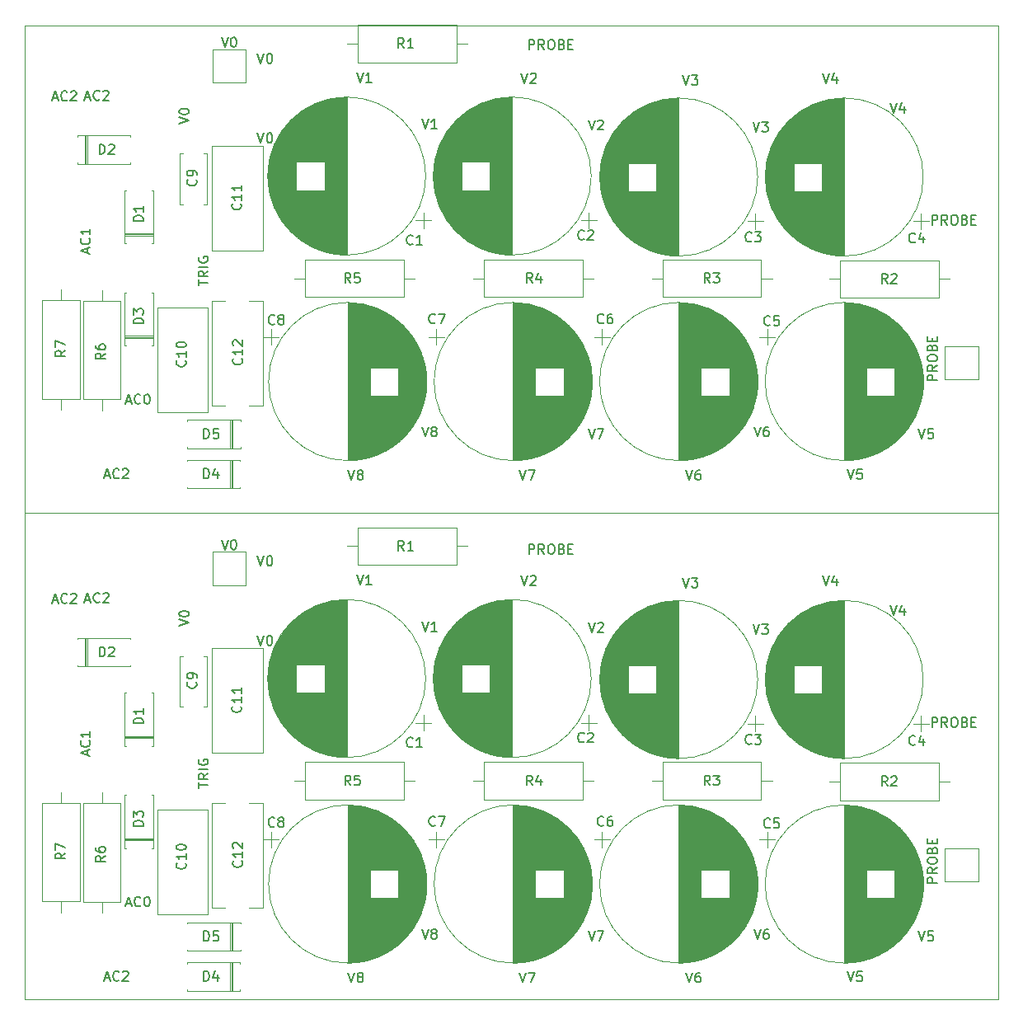
<source format=gbr>
G04 #@! TF.GenerationSoftware,KiCad,Pcbnew,5.1.4-e60b266~84~ubuntu16.04.1*
G04 #@! TF.CreationDate,2019-10-09T11:36:19-05:00*
G04 #@! TF.ProjectId,8cap,38636170-2e6b-4696-9361-645f70636258,rev?*
G04 #@! TF.SameCoordinates,Original*
G04 #@! TF.FileFunction,Legend,Top*
G04 #@! TF.FilePolarity,Positive*
%FSLAX46Y46*%
G04 Gerber Fmt 4.6, Leading zero omitted, Abs format (unit mm)*
G04 Created by KiCad (PCBNEW 5.1.4-e60b266~84~ubuntu16.04.1) date 2019-10-09 11:36:19*
%MOMM*%
%LPD*%
G04 APERTURE LIST*
%ADD10C,0.120000*%
%ADD11C,0.050000*%
%ADD12C,0.150000*%
G04 APERTURE END LIST*
D10*
X100000000Y-100000000D02*
X200000000Y-100000000D01*
D11*
X100000000Y-150000000D02*
X100000000Y-50000000D01*
X200000000Y-150000000D02*
X100000000Y-150000000D01*
X200000000Y-50000000D02*
X200000000Y-150000000D01*
X100000000Y-50000000D02*
X200000000Y-50000000D01*
D10*
G04 #@! TO.C,C5*
X192260000Y-86550000D02*
G75*
G03X192260000Y-86550000I-8120000J0D01*
G01*
X184140000Y-78469000D02*
X184140000Y-94631000D01*
X184180000Y-78470000D02*
X184180000Y-94630000D01*
X184220000Y-78470000D02*
X184220000Y-94630000D01*
X184260000Y-78470000D02*
X184260000Y-94630000D01*
X184300000Y-78471000D02*
X184300000Y-94629000D01*
X184340000Y-78472000D02*
X184340000Y-94628000D01*
X184380000Y-78473000D02*
X184380000Y-94627000D01*
X184420000Y-78474000D02*
X184420000Y-94626000D01*
X184460000Y-78476000D02*
X184460000Y-94624000D01*
X184500000Y-78477000D02*
X184500000Y-94623000D01*
X184540000Y-78479000D02*
X184540000Y-94621000D01*
X184580000Y-78481000D02*
X184580000Y-94619000D01*
X184620000Y-78484000D02*
X184620000Y-94616000D01*
X184660000Y-78486000D02*
X184660000Y-94614000D01*
X184700000Y-78489000D02*
X184700000Y-94611000D01*
X184740000Y-78492000D02*
X184740000Y-94608000D01*
X184780000Y-78495000D02*
X184780000Y-94605000D01*
X184820000Y-78498000D02*
X184820000Y-94602000D01*
X184861000Y-78501000D02*
X184861000Y-94599000D01*
X184901000Y-78505000D02*
X184901000Y-94595000D01*
X184941000Y-78509000D02*
X184941000Y-94591000D01*
X184981000Y-78513000D02*
X184981000Y-94587000D01*
X185021000Y-78517000D02*
X185021000Y-94583000D01*
X185061000Y-78522000D02*
X185061000Y-94578000D01*
X185101000Y-78526000D02*
X185101000Y-94574000D01*
X185141000Y-78531000D02*
X185141000Y-94569000D01*
X185181000Y-78536000D02*
X185181000Y-94564000D01*
X185221000Y-78542000D02*
X185221000Y-94558000D01*
X185261000Y-78547000D02*
X185261000Y-94553000D01*
X185301000Y-78553000D02*
X185301000Y-94547000D01*
X185341000Y-78559000D02*
X185341000Y-94541000D01*
X185381000Y-78565000D02*
X185381000Y-94535000D01*
X185421000Y-78571000D02*
X185421000Y-94529000D01*
X185461000Y-78578000D02*
X185461000Y-94522000D01*
X185501000Y-78584000D02*
X185501000Y-94516000D01*
X185541000Y-78591000D02*
X185541000Y-94509000D01*
X185581000Y-78598000D02*
X185581000Y-94502000D01*
X185621000Y-78606000D02*
X185621000Y-94494000D01*
X185661000Y-78613000D02*
X185661000Y-94487000D01*
X185701000Y-78621000D02*
X185701000Y-94479000D01*
X185741000Y-78629000D02*
X185741000Y-94471000D01*
X185781000Y-78637000D02*
X185781000Y-94463000D01*
X185821000Y-78645000D02*
X185821000Y-94455000D01*
X185861000Y-78654000D02*
X185861000Y-94446000D01*
X185901000Y-78663000D02*
X185901000Y-94437000D01*
X185941000Y-78672000D02*
X185941000Y-94428000D01*
X185981000Y-78681000D02*
X185981000Y-94419000D01*
X186021000Y-78690000D02*
X186021000Y-94410000D01*
X186061000Y-78700000D02*
X186061000Y-94400000D01*
X186101000Y-78710000D02*
X186101000Y-94390000D01*
X186141000Y-78720000D02*
X186141000Y-94380000D01*
X186181000Y-78730000D02*
X186181000Y-94370000D01*
X186221000Y-78740000D02*
X186221000Y-94360000D01*
X186261000Y-78751000D02*
X186261000Y-94349000D01*
X186301000Y-78762000D02*
X186301000Y-94338000D01*
X186341000Y-78773000D02*
X186341000Y-94327000D01*
X186381000Y-78785000D02*
X186381000Y-94315000D01*
X186421000Y-78796000D02*
X186421000Y-94304000D01*
X186461000Y-78808000D02*
X186461000Y-85110000D01*
X186461000Y-87990000D02*
X186461000Y-94292000D01*
X186501000Y-78820000D02*
X186501000Y-85110000D01*
X186501000Y-87990000D02*
X186501000Y-94280000D01*
X186541000Y-78832000D02*
X186541000Y-85110000D01*
X186541000Y-87990000D02*
X186541000Y-94268000D01*
X186581000Y-78845000D02*
X186581000Y-85110000D01*
X186581000Y-87990000D02*
X186581000Y-94255000D01*
X186621000Y-78857000D02*
X186621000Y-85110000D01*
X186621000Y-87990000D02*
X186621000Y-94243000D01*
X186661000Y-78870000D02*
X186661000Y-85110000D01*
X186661000Y-87990000D02*
X186661000Y-94230000D01*
X186701000Y-78884000D02*
X186701000Y-85110000D01*
X186701000Y-87990000D02*
X186701000Y-94216000D01*
X186741000Y-78897000D02*
X186741000Y-85110000D01*
X186741000Y-87990000D02*
X186741000Y-94203000D01*
X186781000Y-78911000D02*
X186781000Y-85110000D01*
X186781000Y-87990000D02*
X186781000Y-94189000D01*
X186821000Y-78925000D02*
X186821000Y-85110000D01*
X186821000Y-87990000D02*
X186821000Y-94175000D01*
X186861000Y-78939000D02*
X186861000Y-85110000D01*
X186861000Y-87990000D02*
X186861000Y-94161000D01*
X186901000Y-78953000D02*
X186901000Y-85110000D01*
X186901000Y-87990000D02*
X186901000Y-94147000D01*
X186941000Y-78968000D02*
X186941000Y-85110000D01*
X186941000Y-87990000D02*
X186941000Y-94132000D01*
X186981000Y-78982000D02*
X186981000Y-85110000D01*
X186981000Y-87990000D02*
X186981000Y-94118000D01*
X187021000Y-78997000D02*
X187021000Y-85110000D01*
X187021000Y-87990000D02*
X187021000Y-94103000D01*
X187061000Y-79013000D02*
X187061000Y-85110000D01*
X187061000Y-87990000D02*
X187061000Y-94087000D01*
X187101000Y-79028000D02*
X187101000Y-85110000D01*
X187101000Y-87990000D02*
X187101000Y-94072000D01*
X187141000Y-79044000D02*
X187141000Y-85110000D01*
X187141000Y-87990000D02*
X187141000Y-94056000D01*
X187181000Y-79060000D02*
X187181000Y-85110000D01*
X187181000Y-87990000D02*
X187181000Y-94040000D01*
X187221000Y-79076000D02*
X187221000Y-85110000D01*
X187221000Y-87990000D02*
X187221000Y-94024000D01*
X187261000Y-79093000D02*
X187261000Y-85110000D01*
X187261000Y-87990000D02*
X187261000Y-94007000D01*
X187301000Y-79110000D02*
X187301000Y-85110000D01*
X187301000Y-87990000D02*
X187301000Y-93990000D01*
X187341000Y-79127000D02*
X187341000Y-85110000D01*
X187341000Y-87990000D02*
X187341000Y-93973000D01*
X187381000Y-79144000D02*
X187381000Y-85110000D01*
X187381000Y-87990000D02*
X187381000Y-93956000D01*
X187421000Y-79161000D02*
X187421000Y-85110000D01*
X187421000Y-87990000D02*
X187421000Y-93939000D01*
X187461000Y-79179000D02*
X187461000Y-85110000D01*
X187461000Y-87990000D02*
X187461000Y-93921000D01*
X187501000Y-79197000D02*
X187501000Y-85110000D01*
X187501000Y-87990000D02*
X187501000Y-93903000D01*
X187541000Y-79216000D02*
X187541000Y-85110000D01*
X187541000Y-87990000D02*
X187541000Y-93884000D01*
X187581000Y-79234000D02*
X187581000Y-85110000D01*
X187581000Y-87990000D02*
X187581000Y-93866000D01*
X187621000Y-79253000D02*
X187621000Y-85110000D01*
X187621000Y-87990000D02*
X187621000Y-93847000D01*
X187661000Y-79272000D02*
X187661000Y-85110000D01*
X187661000Y-87990000D02*
X187661000Y-93828000D01*
X187701000Y-79292000D02*
X187701000Y-85110000D01*
X187701000Y-87990000D02*
X187701000Y-93808000D01*
X187741000Y-79311000D02*
X187741000Y-85110000D01*
X187741000Y-87990000D02*
X187741000Y-93789000D01*
X187781000Y-79331000D02*
X187781000Y-85110000D01*
X187781000Y-87990000D02*
X187781000Y-93769000D01*
X187821000Y-79351000D02*
X187821000Y-85110000D01*
X187821000Y-87990000D02*
X187821000Y-93749000D01*
X187861000Y-79372000D02*
X187861000Y-85110000D01*
X187861000Y-87990000D02*
X187861000Y-93728000D01*
X187901000Y-79393000D02*
X187901000Y-85110000D01*
X187901000Y-87990000D02*
X187901000Y-93707000D01*
X187941000Y-79414000D02*
X187941000Y-85110000D01*
X187941000Y-87990000D02*
X187941000Y-93686000D01*
X187981000Y-79435000D02*
X187981000Y-85110000D01*
X187981000Y-87990000D02*
X187981000Y-93665000D01*
X188021000Y-79456000D02*
X188021000Y-85110000D01*
X188021000Y-87990000D02*
X188021000Y-93644000D01*
X188061000Y-79478000D02*
X188061000Y-85110000D01*
X188061000Y-87990000D02*
X188061000Y-93622000D01*
X188101000Y-79501000D02*
X188101000Y-85110000D01*
X188101000Y-87990000D02*
X188101000Y-93599000D01*
X188141000Y-79523000D02*
X188141000Y-85110000D01*
X188141000Y-87990000D02*
X188141000Y-93577000D01*
X188181000Y-79546000D02*
X188181000Y-85110000D01*
X188181000Y-87990000D02*
X188181000Y-93554000D01*
X188221000Y-79569000D02*
X188221000Y-85110000D01*
X188221000Y-87990000D02*
X188221000Y-93531000D01*
X188261000Y-79592000D02*
X188261000Y-85110000D01*
X188261000Y-87990000D02*
X188261000Y-93508000D01*
X188301000Y-79616000D02*
X188301000Y-85110000D01*
X188301000Y-87990000D02*
X188301000Y-93484000D01*
X188341000Y-79640000D02*
X188341000Y-85110000D01*
X188341000Y-87990000D02*
X188341000Y-93460000D01*
X188381000Y-79664000D02*
X188381000Y-85110000D01*
X188381000Y-87990000D02*
X188381000Y-93436000D01*
X188421000Y-79689000D02*
X188421000Y-85110000D01*
X188421000Y-87990000D02*
X188421000Y-93411000D01*
X188461000Y-79714000D02*
X188461000Y-85110000D01*
X188461000Y-87990000D02*
X188461000Y-93386000D01*
X188501000Y-79739000D02*
X188501000Y-85110000D01*
X188501000Y-87990000D02*
X188501000Y-93361000D01*
X188541000Y-79765000D02*
X188541000Y-85110000D01*
X188541000Y-87990000D02*
X188541000Y-93335000D01*
X188581000Y-79791000D02*
X188581000Y-85110000D01*
X188581000Y-87990000D02*
X188581000Y-93309000D01*
X188621000Y-79817000D02*
X188621000Y-85110000D01*
X188621000Y-87990000D02*
X188621000Y-93283000D01*
X188661000Y-79844000D02*
X188661000Y-85110000D01*
X188661000Y-87990000D02*
X188661000Y-93256000D01*
X188701000Y-79871000D02*
X188701000Y-85110000D01*
X188701000Y-87990000D02*
X188701000Y-93229000D01*
X188741000Y-79898000D02*
X188741000Y-85110000D01*
X188741000Y-87990000D02*
X188741000Y-93202000D01*
X188781000Y-79926000D02*
X188781000Y-85110000D01*
X188781000Y-87990000D02*
X188781000Y-93174000D01*
X188821000Y-79954000D02*
X188821000Y-85110000D01*
X188821000Y-87990000D02*
X188821000Y-93146000D01*
X188861000Y-79982000D02*
X188861000Y-85110000D01*
X188861000Y-87990000D02*
X188861000Y-93118000D01*
X188901000Y-80011000D02*
X188901000Y-85110000D01*
X188901000Y-87990000D02*
X188901000Y-93089000D01*
X188941000Y-80040000D02*
X188941000Y-85110000D01*
X188941000Y-87990000D02*
X188941000Y-93060000D01*
X188981000Y-80070000D02*
X188981000Y-85110000D01*
X188981000Y-87990000D02*
X188981000Y-93030000D01*
X189021000Y-80100000D02*
X189021000Y-85110000D01*
X189021000Y-87990000D02*
X189021000Y-93000000D01*
X189061000Y-80130000D02*
X189061000Y-85110000D01*
X189061000Y-87990000D02*
X189061000Y-92970000D01*
X189101000Y-80160000D02*
X189101000Y-85110000D01*
X189101000Y-87990000D02*
X189101000Y-92940000D01*
X189141000Y-80192000D02*
X189141000Y-85110000D01*
X189141000Y-87990000D02*
X189141000Y-92908000D01*
X189181000Y-80223000D02*
X189181000Y-85110000D01*
X189181000Y-87990000D02*
X189181000Y-92877000D01*
X189221000Y-80255000D02*
X189221000Y-85110000D01*
X189221000Y-87990000D02*
X189221000Y-92845000D01*
X189261000Y-80287000D02*
X189261000Y-85110000D01*
X189261000Y-87990000D02*
X189261000Y-92813000D01*
X189301000Y-80320000D02*
X189301000Y-85110000D01*
X189301000Y-87990000D02*
X189301000Y-92780000D01*
X189341000Y-80353000D02*
X189341000Y-92747000D01*
X189381000Y-80387000D02*
X189381000Y-92713000D01*
X189421000Y-80421000D02*
X189421000Y-92679000D01*
X189461000Y-80455000D02*
X189461000Y-92645000D01*
X189501000Y-80490000D02*
X189501000Y-92610000D01*
X189541000Y-80525000D02*
X189541000Y-92575000D01*
X189581000Y-80561000D02*
X189581000Y-92539000D01*
X189621000Y-80598000D02*
X189621000Y-92502000D01*
X189661000Y-80634000D02*
X189661000Y-92466000D01*
X189701000Y-80672000D02*
X189701000Y-92428000D01*
X189741000Y-80710000D02*
X189741000Y-92390000D01*
X189781000Y-80748000D02*
X189781000Y-92352000D01*
X189821000Y-80787000D02*
X189821000Y-92313000D01*
X189861000Y-80826000D02*
X189861000Y-92274000D01*
X189901000Y-80866000D02*
X189901000Y-92234000D01*
X189941000Y-80907000D02*
X189941000Y-92193000D01*
X189981000Y-80948000D02*
X189981000Y-92152000D01*
X190021000Y-80990000D02*
X190021000Y-92110000D01*
X190061000Y-81032000D02*
X190061000Y-92068000D01*
X190101000Y-81075000D02*
X190101000Y-92025000D01*
X190141000Y-81118000D02*
X190141000Y-91982000D01*
X190181000Y-81162000D02*
X190181000Y-91938000D01*
X190221000Y-81207000D02*
X190221000Y-91893000D01*
X190261000Y-81253000D02*
X190261000Y-91847000D01*
X190301000Y-81299000D02*
X190301000Y-91801000D01*
X190341000Y-81346000D02*
X190341000Y-91754000D01*
X190381000Y-81394000D02*
X190381000Y-91706000D01*
X190421000Y-81442000D02*
X190421000Y-91658000D01*
X190461000Y-81491000D02*
X190461000Y-91609000D01*
X190501000Y-81541000D02*
X190501000Y-91559000D01*
X190541000Y-81592000D02*
X190541000Y-91508000D01*
X190581000Y-81644000D02*
X190581000Y-91456000D01*
X190621000Y-81696000D02*
X190621000Y-91404000D01*
X190661000Y-81750000D02*
X190661000Y-91350000D01*
X190701000Y-81804000D02*
X190701000Y-91296000D01*
X190741000Y-81859000D02*
X190741000Y-91241000D01*
X190781000Y-81916000D02*
X190781000Y-91184000D01*
X190821000Y-81973000D02*
X190821000Y-91127000D01*
X190861000Y-82031000D02*
X190861000Y-91069000D01*
X190901000Y-82091000D02*
X190901000Y-91009000D01*
X190941000Y-82152000D02*
X190941000Y-90948000D01*
X190981000Y-82214000D02*
X190981000Y-90886000D01*
X191021000Y-82277000D02*
X191021000Y-90823000D01*
X191061000Y-82341000D02*
X191061000Y-90759000D01*
X191101000Y-82407000D02*
X191101000Y-90693000D01*
X191141000Y-82474000D02*
X191141000Y-90626000D01*
X191181000Y-82543000D02*
X191181000Y-90557000D01*
X191221000Y-82614000D02*
X191221000Y-90486000D01*
X191261000Y-82686000D02*
X191261000Y-90414000D01*
X191301000Y-82760000D02*
X191301000Y-90340000D01*
X191341000Y-82835000D02*
X191341000Y-90265000D01*
X191381000Y-82913000D02*
X191381000Y-90187000D01*
X191421000Y-82993000D02*
X191421000Y-90107000D01*
X191461000Y-83075000D02*
X191461000Y-90025000D01*
X191501000Y-83160000D02*
X191501000Y-89940000D01*
X191541000Y-83247000D02*
X191541000Y-89853000D01*
X191581000Y-83337000D02*
X191581000Y-89763000D01*
X191621000Y-83430000D02*
X191621000Y-89670000D01*
X191661000Y-83526000D02*
X191661000Y-89574000D01*
X191701000Y-83626000D02*
X191701000Y-89474000D01*
X191741000Y-83730000D02*
X191741000Y-89370000D01*
X191781000Y-83839000D02*
X191781000Y-89261000D01*
X191821000Y-83953000D02*
X191821000Y-89147000D01*
X191861000Y-84072000D02*
X191861000Y-89028000D01*
X191901000Y-84199000D02*
X191901000Y-88901000D01*
X191941000Y-84332000D02*
X191941000Y-88768000D01*
X191981000Y-84476000D02*
X191981000Y-88624000D01*
X192021000Y-84630000D02*
X192021000Y-88470000D01*
X192061000Y-84798000D02*
X192061000Y-88302000D01*
X192101000Y-84986000D02*
X192101000Y-88114000D01*
X192141000Y-85199000D02*
X192141000Y-87901000D01*
X192181000Y-85452000D02*
X192181000Y-87648000D01*
X192221000Y-85785000D02*
X192221000Y-87315000D01*
X175450509Y-81995000D02*
X177050509Y-81995000D01*
X176250509Y-81195000D02*
X176250509Y-82795000D01*
G04 #@! TO.C,C6*
X175260000Y-86550000D02*
G75*
G03X175260000Y-86550000I-8120000J0D01*
G01*
X167140000Y-78469000D02*
X167140000Y-94631000D01*
X167180000Y-78470000D02*
X167180000Y-94630000D01*
X167220000Y-78470000D02*
X167220000Y-94630000D01*
X167260000Y-78470000D02*
X167260000Y-94630000D01*
X167300000Y-78471000D02*
X167300000Y-94629000D01*
X167340000Y-78472000D02*
X167340000Y-94628000D01*
X167380000Y-78473000D02*
X167380000Y-94627000D01*
X167420000Y-78474000D02*
X167420000Y-94626000D01*
X167460000Y-78476000D02*
X167460000Y-94624000D01*
X167500000Y-78477000D02*
X167500000Y-94623000D01*
X167540000Y-78479000D02*
X167540000Y-94621000D01*
X167580000Y-78481000D02*
X167580000Y-94619000D01*
X167620000Y-78484000D02*
X167620000Y-94616000D01*
X167660000Y-78486000D02*
X167660000Y-94614000D01*
X167700000Y-78489000D02*
X167700000Y-94611000D01*
X167740000Y-78492000D02*
X167740000Y-94608000D01*
X167780000Y-78495000D02*
X167780000Y-94605000D01*
X167820000Y-78498000D02*
X167820000Y-94602000D01*
X167861000Y-78501000D02*
X167861000Y-94599000D01*
X167901000Y-78505000D02*
X167901000Y-94595000D01*
X167941000Y-78509000D02*
X167941000Y-94591000D01*
X167981000Y-78513000D02*
X167981000Y-94587000D01*
X168021000Y-78517000D02*
X168021000Y-94583000D01*
X168061000Y-78522000D02*
X168061000Y-94578000D01*
X168101000Y-78526000D02*
X168101000Y-94574000D01*
X168141000Y-78531000D02*
X168141000Y-94569000D01*
X168181000Y-78536000D02*
X168181000Y-94564000D01*
X168221000Y-78542000D02*
X168221000Y-94558000D01*
X168261000Y-78547000D02*
X168261000Y-94553000D01*
X168301000Y-78553000D02*
X168301000Y-94547000D01*
X168341000Y-78559000D02*
X168341000Y-94541000D01*
X168381000Y-78565000D02*
X168381000Y-94535000D01*
X168421000Y-78571000D02*
X168421000Y-94529000D01*
X168461000Y-78578000D02*
X168461000Y-94522000D01*
X168501000Y-78584000D02*
X168501000Y-94516000D01*
X168541000Y-78591000D02*
X168541000Y-94509000D01*
X168581000Y-78598000D02*
X168581000Y-94502000D01*
X168621000Y-78606000D02*
X168621000Y-94494000D01*
X168661000Y-78613000D02*
X168661000Y-94487000D01*
X168701000Y-78621000D02*
X168701000Y-94479000D01*
X168741000Y-78629000D02*
X168741000Y-94471000D01*
X168781000Y-78637000D02*
X168781000Y-94463000D01*
X168821000Y-78645000D02*
X168821000Y-94455000D01*
X168861000Y-78654000D02*
X168861000Y-94446000D01*
X168901000Y-78663000D02*
X168901000Y-94437000D01*
X168941000Y-78672000D02*
X168941000Y-94428000D01*
X168981000Y-78681000D02*
X168981000Y-94419000D01*
X169021000Y-78690000D02*
X169021000Y-94410000D01*
X169061000Y-78700000D02*
X169061000Y-94400000D01*
X169101000Y-78710000D02*
X169101000Y-94390000D01*
X169141000Y-78720000D02*
X169141000Y-94380000D01*
X169181000Y-78730000D02*
X169181000Y-94370000D01*
X169221000Y-78740000D02*
X169221000Y-94360000D01*
X169261000Y-78751000D02*
X169261000Y-94349000D01*
X169301000Y-78762000D02*
X169301000Y-94338000D01*
X169341000Y-78773000D02*
X169341000Y-94327000D01*
X169381000Y-78785000D02*
X169381000Y-94315000D01*
X169421000Y-78796000D02*
X169421000Y-94304000D01*
X169461000Y-78808000D02*
X169461000Y-85110000D01*
X169461000Y-87990000D02*
X169461000Y-94292000D01*
X169501000Y-78820000D02*
X169501000Y-85110000D01*
X169501000Y-87990000D02*
X169501000Y-94280000D01*
X169541000Y-78832000D02*
X169541000Y-85110000D01*
X169541000Y-87990000D02*
X169541000Y-94268000D01*
X169581000Y-78845000D02*
X169581000Y-85110000D01*
X169581000Y-87990000D02*
X169581000Y-94255000D01*
X169621000Y-78857000D02*
X169621000Y-85110000D01*
X169621000Y-87990000D02*
X169621000Y-94243000D01*
X169661000Y-78870000D02*
X169661000Y-85110000D01*
X169661000Y-87990000D02*
X169661000Y-94230000D01*
X169701000Y-78884000D02*
X169701000Y-85110000D01*
X169701000Y-87990000D02*
X169701000Y-94216000D01*
X169741000Y-78897000D02*
X169741000Y-85110000D01*
X169741000Y-87990000D02*
X169741000Y-94203000D01*
X169781000Y-78911000D02*
X169781000Y-85110000D01*
X169781000Y-87990000D02*
X169781000Y-94189000D01*
X169821000Y-78925000D02*
X169821000Y-85110000D01*
X169821000Y-87990000D02*
X169821000Y-94175000D01*
X169861000Y-78939000D02*
X169861000Y-85110000D01*
X169861000Y-87990000D02*
X169861000Y-94161000D01*
X169901000Y-78953000D02*
X169901000Y-85110000D01*
X169901000Y-87990000D02*
X169901000Y-94147000D01*
X169941000Y-78968000D02*
X169941000Y-85110000D01*
X169941000Y-87990000D02*
X169941000Y-94132000D01*
X169981000Y-78982000D02*
X169981000Y-85110000D01*
X169981000Y-87990000D02*
X169981000Y-94118000D01*
X170021000Y-78997000D02*
X170021000Y-85110000D01*
X170021000Y-87990000D02*
X170021000Y-94103000D01*
X170061000Y-79013000D02*
X170061000Y-85110000D01*
X170061000Y-87990000D02*
X170061000Y-94087000D01*
X170101000Y-79028000D02*
X170101000Y-85110000D01*
X170101000Y-87990000D02*
X170101000Y-94072000D01*
X170141000Y-79044000D02*
X170141000Y-85110000D01*
X170141000Y-87990000D02*
X170141000Y-94056000D01*
X170181000Y-79060000D02*
X170181000Y-85110000D01*
X170181000Y-87990000D02*
X170181000Y-94040000D01*
X170221000Y-79076000D02*
X170221000Y-85110000D01*
X170221000Y-87990000D02*
X170221000Y-94024000D01*
X170261000Y-79093000D02*
X170261000Y-85110000D01*
X170261000Y-87990000D02*
X170261000Y-94007000D01*
X170301000Y-79110000D02*
X170301000Y-85110000D01*
X170301000Y-87990000D02*
X170301000Y-93990000D01*
X170341000Y-79127000D02*
X170341000Y-85110000D01*
X170341000Y-87990000D02*
X170341000Y-93973000D01*
X170381000Y-79144000D02*
X170381000Y-85110000D01*
X170381000Y-87990000D02*
X170381000Y-93956000D01*
X170421000Y-79161000D02*
X170421000Y-85110000D01*
X170421000Y-87990000D02*
X170421000Y-93939000D01*
X170461000Y-79179000D02*
X170461000Y-85110000D01*
X170461000Y-87990000D02*
X170461000Y-93921000D01*
X170501000Y-79197000D02*
X170501000Y-85110000D01*
X170501000Y-87990000D02*
X170501000Y-93903000D01*
X170541000Y-79216000D02*
X170541000Y-85110000D01*
X170541000Y-87990000D02*
X170541000Y-93884000D01*
X170581000Y-79234000D02*
X170581000Y-85110000D01*
X170581000Y-87990000D02*
X170581000Y-93866000D01*
X170621000Y-79253000D02*
X170621000Y-85110000D01*
X170621000Y-87990000D02*
X170621000Y-93847000D01*
X170661000Y-79272000D02*
X170661000Y-85110000D01*
X170661000Y-87990000D02*
X170661000Y-93828000D01*
X170701000Y-79292000D02*
X170701000Y-85110000D01*
X170701000Y-87990000D02*
X170701000Y-93808000D01*
X170741000Y-79311000D02*
X170741000Y-85110000D01*
X170741000Y-87990000D02*
X170741000Y-93789000D01*
X170781000Y-79331000D02*
X170781000Y-85110000D01*
X170781000Y-87990000D02*
X170781000Y-93769000D01*
X170821000Y-79351000D02*
X170821000Y-85110000D01*
X170821000Y-87990000D02*
X170821000Y-93749000D01*
X170861000Y-79372000D02*
X170861000Y-85110000D01*
X170861000Y-87990000D02*
X170861000Y-93728000D01*
X170901000Y-79393000D02*
X170901000Y-85110000D01*
X170901000Y-87990000D02*
X170901000Y-93707000D01*
X170941000Y-79414000D02*
X170941000Y-85110000D01*
X170941000Y-87990000D02*
X170941000Y-93686000D01*
X170981000Y-79435000D02*
X170981000Y-85110000D01*
X170981000Y-87990000D02*
X170981000Y-93665000D01*
X171021000Y-79456000D02*
X171021000Y-85110000D01*
X171021000Y-87990000D02*
X171021000Y-93644000D01*
X171061000Y-79478000D02*
X171061000Y-85110000D01*
X171061000Y-87990000D02*
X171061000Y-93622000D01*
X171101000Y-79501000D02*
X171101000Y-85110000D01*
X171101000Y-87990000D02*
X171101000Y-93599000D01*
X171141000Y-79523000D02*
X171141000Y-85110000D01*
X171141000Y-87990000D02*
X171141000Y-93577000D01*
X171181000Y-79546000D02*
X171181000Y-85110000D01*
X171181000Y-87990000D02*
X171181000Y-93554000D01*
X171221000Y-79569000D02*
X171221000Y-85110000D01*
X171221000Y-87990000D02*
X171221000Y-93531000D01*
X171261000Y-79592000D02*
X171261000Y-85110000D01*
X171261000Y-87990000D02*
X171261000Y-93508000D01*
X171301000Y-79616000D02*
X171301000Y-85110000D01*
X171301000Y-87990000D02*
X171301000Y-93484000D01*
X171341000Y-79640000D02*
X171341000Y-85110000D01*
X171341000Y-87990000D02*
X171341000Y-93460000D01*
X171381000Y-79664000D02*
X171381000Y-85110000D01*
X171381000Y-87990000D02*
X171381000Y-93436000D01*
X171421000Y-79689000D02*
X171421000Y-85110000D01*
X171421000Y-87990000D02*
X171421000Y-93411000D01*
X171461000Y-79714000D02*
X171461000Y-85110000D01*
X171461000Y-87990000D02*
X171461000Y-93386000D01*
X171501000Y-79739000D02*
X171501000Y-85110000D01*
X171501000Y-87990000D02*
X171501000Y-93361000D01*
X171541000Y-79765000D02*
X171541000Y-85110000D01*
X171541000Y-87990000D02*
X171541000Y-93335000D01*
X171581000Y-79791000D02*
X171581000Y-85110000D01*
X171581000Y-87990000D02*
X171581000Y-93309000D01*
X171621000Y-79817000D02*
X171621000Y-85110000D01*
X171621000Y-87990000D02*
X171621000Y-93283000D01*
X171661000Y-79844000D02*
X171661000Y-85110000D01*
X171661000Y-87990000D02*
X171661000Y-93256000D01*
X171701000Y-79871000D02*
X171701000Y-85110000D01*
X171701000Y-87990000D02*
X171701000Y-93229000D01*
X171741000Y-79898000D02*
X171741000Y-85110000D01*
X171741000Y-87990000D02*
X171741000Y-93202000D01*
X171781000Y-79926000D02*
X171781000Y-85110000D01*
X171781000Y-87990000D02*
X171781000Y-93174000D01*
X171821000Y-79954000D02*
X171821000Y-85110000D01*
X171821000Y-87990000D02*
X171821000Y-93146000D01*
X171861000Y-79982000D02*
X171861000Y-85110000D01*
X171861000Y-87990000D02*
X171861000Y-93118000D01*
X171901000Y-80011000D02*
X171901000Y-85110000D01*
X171901000Y-87990000D02*
X171901000Y-93089000D01*
X171941000Y-80040000D02*
X171941000Y-85110000D01*
X171941000Y-87990000D02*
X171941000Y-93060000D01*
X171981000Y-80070000D02*
X171981000Y-85110000D01*
X171981000Y-87990000D02*
X171981000Y-93030000D01*
X172021000Y-80100000D02*
X172021000Y-85110000D01*
X172021000Y-87990000D02*
X172021000Y-93000000D01*
X172061000Y-80130000D02*
X172061000Y-85110000D01*
X172061000Y-87990000D02*
X172061000Y-92970000D01*
X172101000Y-80160000D02*
X172101000Y-85110000D01*
X172101000Y-87990000D02*
X172101000Y-92940000D01*
X172141000Y-80192000D02*
X172141000Y-85110000D01*
X172141000Y-87990000D02*
X172141000Y-92908000D01*
X172181000Y-80223000D02*
X172181000Y-85110000D01*
X172181000Y-87990000D02*
X172181000Y-92877000D01*
X172221000Y-80255000D02*
X172221000Y-85110000D01*
X172221000Y-87990000D02*
X172221000Y-92845000D01*
X172261000Y-80287000D02*
X172261000Y-85110000D01*
X172261000Y-87990000D02*
X172261000Y-92813000D01*
X172301000Y-80320000D02*
X172301000Y-85110000D01*
X172301000Y-87990000D02*
X172301000Y-92780000D01*
X172341000Y-80353000D02*
X172341000Y-92747000D01*
X172381000Y-80387000D02*
X172381000Y-92713000D01*
X172421000Y-80421000D02*
X172421000Y-92679000D01*
X172461000Y-80455000D02*
X172461000Y-92645000D01*
X172501000Y-80490000D02*
X172501000Y-92610000D01*
X172541000Y-80525000D02*
X172541000Y-92575000D01*
X172581000Y-80561000D02*
X172581000Y-92539000D01*
X172621000Y-80598000D02*
X172621000Y-92502000D01*
X172661000Y-80634000D02*
X172661000Y-92466000D01*
X172701000Y-80672000D02*
X172701000Y-92428000D01*
X172741000Y-80710000D02*
X172741000Y-92390000D01*
X172781000Y-80748000D02*
X172781000Y-92352000D01*
X172821000Y-80787000D02*
X172821000Y-92313000D01*
X172861000Y-80826000D02*
X172861000Y-92274000D01*
X172901000Y-80866000D02*
X172901000Y-92234000D01*
X172941000Y-80907000D02*
X172941000Y-92193000D01*
X172981000Y-80948000D02*
X172981000Y-92152000D01*
X173021000Y-80990000D02*
X173021000Y-92110000D01*
X173061000Y-81032000D02*
X173061000Y-92068000D01*
X173101000Y-81075000D02*
X173101000Y-92025000D01*
X173141000Y-81118000D02*
X173141000Y-91982000D01*
X173181000Y-81162000D02*
X173181000Y-91938000D01*
X173221000Y-81207000D02*
X173221000Y-91893000D01*
X173261000Y-81253000D02*
X173261000Y-91847000D01*
X173301000Y-81299000D02*
X173301000Y-91801000D01*
X173341000Y-81346000D02*
X173341000Y-91754000D01*
X173381000Y-81394000D02*
X173381000Y-91706000D01*
X173421000Y-81442000D02*
X173421000Y-91658000D01*
X173461000Y-81491000D02*
X173461000Y-91609000D01*
X173501000Y-81541000D02*
X173501000Y-91559000D01*
X173541000Y-81592000D02*
X173541000Y-91508000D01*
X173581000Y-81644000D02*
X173581000Y-91456000D01*
X173621000Y-81696000D02*
X173621000Y-91404000D01*
X173661000Y-81750000D02*
X173661000Y-91350000D01*
X173701000Y-81804000D02*
X173701000Y-91296000D01*
X173741000Y-81859000D02*
X173741000Y-91241000D01*
X173781000Y-81916000D02*
X173781000Y-91184000D01*
X173821000Y-81973000D02*
X173821000Y-91127000D01*
X173861000Y-82031000D02*
X173861000Y-91069000D01*
X173901000Y-82091000D02*
X173901000Y-91009000D01*
X173941000Y-82152000D02*
X173941000Y-90948000D01*
X173981000Y-82214000D02*
X173981000Y-90886000D01*
X174021000Y-82277000D02*
X174021000Y-90823000D01*
X174061000Y-82341000D02*
X174061000Y-90759000D01*
X174101000Y-82407000D02*
X174101000Y-90693000D01*
X174141000Y-82474000D02*
X174141000Y-90626000D01*
X174181000Y-82543000D02*
X174181000Y-90557000D01*
X174221000Y-82614000D02*
X174221000Y-90486000D01*
X174261000Y-82686000D02*
X174261000Y-90414000D01*
X174301000Y-82760000D02*
X174301000Y-90340000D01*
X174341000Y-82835000D02*
X174341000Y-90265000D01*
X174381000Y-82913000D02*
X174381000Y-90187000D01*
X174421000Y-82993000D02*
X174421000Y-90107000D01*
X174461000Y-83075000D02*
X174461000Y-90025000D01*
X174501000Y-83160000D02*
X174501000Y-89940000D01*
X174541000Y-83247000D02*
X174541000Y-89853000D01*
X174581000Y-83337000D02*
X174581000Y-89763000D01*
X174621000Y-83430000D02*
X174621000Y-89670000D01*
X174661000Y-83526000D02*
X174661000Y-89574000D01*
X174701000Y-83626000D02*
X174701000Y-89474000D01*
X174741000Y-83730000D02*
X174741000Y-89370000D01*
X174781000Y-83839000D02*
X174781000Y-89261000D01*
X174821000Y-83953000D02*
X174821000Y-89147000D01*
X174861000Y-84072000D02*
X174861000Y-89028000D01*
X174901000Y-84199000D02*
X174901000Y-88901000D01*
X174941000Y-84332000D02*
X174941000Y-88768000D01*
X174981000Y-84476000D02*
X174981000Y-88624000D01*
X175021000Y-84630000D02*
X175021000Y-88470000D01*
X175061000Y-84798000D02*
X175061000Y-88302000D01*
X175101000Y-84986000D02*
X175101000Y-88114000D01*
X175141000Y-85199000D02*
X175141000Y-87901000D01*
X175181000Y-85452000D02*
X175181000Y-87648000D01*
X175221000Y-85785000D02*
X175221000Y-87315000D01*
X158450509Y-81995000D02*
X160050509Y-81995000D01*
X159250509Y-81195000D02*
X159250509Y-82795000D01*
G04 #@! TO.C,D2*
X105380000Y-61410000D02*
X105380000Y-61280000D01*
X105380000Y-61280000D02*
X110820000Y-61280000D01*
X110820000Y-61280000D02*
X110820000Y-61410000D01*
X105380000Y-64090000D02*
X105380000Y-64220000D01*
X105380000Y-64220000D02*
X110820000Y-64220000D01*
X110820000Y-64220000D02*
X110820000Y-64090000D01*
X106280000Y-61280000D02*
X106280000Y-64220000D01*
X106400000Y-61280000D02*
X106400000Y-64220000D01*
X106160000Y-61280000D02*
X106160000Y-64220000D01*
G04 #@! TO.C,D1*
X110350000Y-72360000D02*
X110220000Y-72360000D01*
X110220000Y-72360000D02*
X110220000Y-66920000D01*
X110220000Y-66920000D02*
X110350000Y-66920000D01*
X113030000Y-72360000D02*
X113160000Y-72360000D01*
X113160000Y-72360000D02*
X113160000Y-66920000D01*
X113160000Y-66920000D02*
X113030000Y-66920000D01*
X110220000Y-71460000D02*
X113160000Y-71460000D01*
X110220000Y-71340000D02*
X113160000Y-71340000D01*
X110220000Y-71580000D02*
X113160000Y-71580000D01*
G04 #@! TO.C,R3*
X165480000Y-74040000D02*
X165480000Y-77880000D01*
X165480000Y-77880000D02*
X175620000Y-77880000D01*
X175620000Y-77880000D02*
X175620000Y-74040000D01*
X175620000Y-74040000D02*
X165480000Y-74040000D01*
X164370000Y-75960000D02*
X165480000Y-75960000D01*
X176730000Y-75960000D02*
X175620000Y-75960000D01*
G04 #@! TO.C,R5*
X128770000Y-74040000D02*
X128770000Y-77880000D01*
X128770000Y-77880000D02*
X138910000Y-77880000D01*
X138910000Y-77880000D02*
X138910000Y-74040000D01*
X138910000Y-74040000D02*
X128770000Y-74040000D01*
X127660000Y-75960000D02*
X128770000Y-75960000D01*
X140020000Y-75960000D02*
X138910000Y-75960000D01*
G04 #@! TO.C,R7*
X101770000Y-88350000D02*
X105610000Y-88350000D01*
X105610000Y-88350000D02*
X105610000Y-78210000D01*
X105610000Y-78210000D02*
X101770000Y-78210000D01*
X101770000Y-78210000D02*
X101770000Y-88350000D01*
X103690000Y-89460000D02*
X103690000Y-88350000D01*
X103690000Y-77100000D02*
X103690000Y-78210000D01*
G04 #@! TO.C,D3*
X110350000Y-82860000D02*
X110220000Y-82860000D01*
X110220000Y-82860000D02*
X110220000Y-77420000D01*
X110220000Y-77420000D02*
X110350000Y-77420000D01*
X113030000Y-82860000D02*
X113160000Y-82860000D01*
X113160000Y-82860000D02*
X113160000Y-77420000D01*
X113160000Y-77420000D02*
X113030000Y-77420000D01*
X110220000Y-81960000D02*
X113160000Y-81960000D01*
X110220000Y-81840000D02*
X113160000Y-81840000D01*
X110220000Y-82080000D02*
X113160000Y-82080000D01*
G04 #@! TO.C,V0*
X119290000Y-52450000D02*
X122690000Y-52450000D01*
X122690000Y-52450000D02*
X122690000Y-55850000D01*
X122690000Y-55850000D02*
X119290000Y-55850000D01*
X119290000Y-55850000D02*
X119290000Y-52450000D01*
G04 #@! TO.C,D5*
X122120000Y-93290000D02*
X122120000Y-93420000D01*
X122120000Y-93420000D02*
X116680000Y-93420000D01*
X116680000Y-93420000D02*
X116680000Y-93290000D01*
X122120000Y-90610000D02*
X122120000Y-90480000D01*
X122120000Y-90480000D02*
X116680000Y-90480000D01*
X116680000Y-90480000D02*
X116680000Y-90610000D01*
X121220000Y-93420000D02*
X121220000Y-90480000D01*
X121100000Y-93420000D02*
X121100000Y-90480000D01*
X121340000Y-93420000D02*
X121340000Y-90480000D01*
G04 #@! TO.C,R2*
X183700000Y-74110000D02*
X183700000Y-77950000D01*
X183700000Y-77950000D02*
X193840000Y-77950000D01*
X193840000Y-77950000D02*
X193840000Y-74110000D01*
X193840000Y-74110000D02*
X183700000Y-74110000D01*
X182590000Y-76030000D02*
X183700000Y-76030000D01*
X194950000Y-76030000D02*
X193840000Y-76030000D01*
G04 #@! TO.C,R1*
X144340000Y-53770000D02*
X144340000Y-49930000D01*
X144340000Y-49930000D02*
X134200000Y-49930000D01*
X134200000Y-49930000D02*
X134200000Y-53770000D01*
X134200000Y-53770000D02*
X144340000Y-53770000D01*
X145450000Y-51850000D02*
X144340000Y-51850000D01*
X133090000Y-51850000D02*
X134200000Y-51850000D01*
G04 #@! TO.C,C1*
X141160000Y-65450000D02*
G75*
G03X141160000Y-65450000I-8120000J0D01*
G01*
X133040000Y-73531000D02*
X133040000Y-57369000D01*
X133000000Y-73530000D02*
X133000000Y-57370000D01*
X132960000Y-73530000D02*
X132960000Y-57370000D01*
X132920000Y-73530000D02*
X132920000Y-57370000D01*
X132880000Y-73529000D02*
X132880000Y-57371000D01*
X132840000Y-73528000D02*
X132840000Y-57372000D01*
X132800000Y-73527000D02*
X132800000Y-57373000D01*
X132760000Y-73526000D02*
X132760000Y-57374000D01*
X132720000Y-73524000D02*
X132720000Y-57376000D01*
X132680000Y-73523000D02*
X132680000Y-57377000D01*
X132640000Y-73521000D02*
X132640000Y-57379000D01*
X132600000Y-73519000D02*
X132600000Y-57381000D01*
X132560000Y-73516000D02*
X132560000Y-57384000D01*
X132520000Y-73514000D02*
X132520000Y-57386000D01*
X132480000Y-73511000D02*
X132480000Y-57389000D01*
X132440000Y-73508000D02*
X132440000Y-57392000D01*
X132400000Y-73505000D02*
X132400000Y-57395000D01*
X132360000Y-73502000D02*
X132360000Y-57398000D01*
X132319000Y-73499000D02*
X132319000Y-57401000D01*
X132279000Y-73495000D02*
X132279000Y-57405000D01*
X132239000Y-73491000D02*
X132239000Y-57409000D01*
X132199000Y-73487000D02*
X132199000Y-57413000D01*
X132159000Y-73483000D02*
X132159000Y-57417000D01*
X132119000Y-73478000D02*
X132119000Y-57422000D01*
X132079000Y-73474000D02*
X132079000Y-57426000D01*
X132039000Y-73469000D02*
X132039000Y-57431000D01*
X131999000Y-73464000D02*
X131999000Y-57436000D01*
X131959000Y-73458000D02*
X131959000Y-57442000D01*
X131919000Y-73453000D02*
X131919000Y-57447000D01*
X131879000Y-73447000D02*
X131879000Y-57453000D01*
X131839000Y-73441000D02*
X131839000Y-57459000D01*
X131799000Y-73435000D02*
X131799000Y-57465000D01*
X131759000Y-73429000D02*
X131759000Y-57471000D01*
X131719000Y-73422000D02*
X131719000Y-57478000D01*
X131679000Y-73416000D02*
X131679000Y-57484000D01*
X131639000Y-73409000D02*
X131639000Y-57491000D01*
X131599000Y-73402000D02*
X131599000Y-57498000D01*
X131559000Y-73394000D02*
X131559000Y-57506000D01*
X131519000Y-73387000D02*
X131519000Y-57513000D01*
X131479000Y-73379000D02*
X131479000Y-57521000D01*
X131439000Y-73371000D02*
X131439000Y-57529000D01*
X131399000Y-73363000D02*
X131399000Y-57537000D01*
X131359000Y-73355000D02*
X131359000Y-57545000D01*
X131319000Y-73346000D02*
X131319000Y-57554000D01*
X131279000Y-73337000D02*
X131279000Y-57563000D01*
X131239000Y-73328000D02*
X131239000Y-57572000D01*
X131199000Y-73319000D02*
X131199000Y-57581000D01*
X131159000Y-73310000D02*
X131159000Y-57590000D01*
X131119000Y-73300000D02*
X131119000Y-57600000D01*
X131079000Y-73290000D02*
X131079000Y-57610000D01*
X131039000Y-73280000D02*
X131039000Y-57620000D01*
X130999000Y-73270000D02*
X130999000Y-57630000D01*
X130959000Y-73260000D02*
X130959000Y-57640000D01*
X130919000Y-73249000D02*
X130919000Y-57651000D01*
X130879000Y-73238000D02*
X130879000Y-57662000D01*
X130839000Y-73227000D02*
X130839000Y-57673000D01*
X130799000Y-73215000D02*
X130799000Y-57685000D01*
X130759000Y-73204000D02*
X130759000Y-57696000D01*
X130719000Y-73192000D02*
X130719000Y-66890000D01*
X130719000Y-64010000D02*
X130719000Y-57708000D01*
X130679000Y-73180000D02*
X130679000Y-66890000D01*
X130679000Y-64010000D02*
X130679000Y-57720000D01*
X130639000Y-73168000D02*
X130639000Y-66890000D01*
X130639000Y-64010000D02*
X130639000Y-57732000D01*
X130599000Y-73155000D02*
X130599000Y-66890000D01*
X130599000Y-64010000D02*
X130599000Y-57745000D01*
X130559000Y-73143000D02*
X130559000Y-66890000D01*
X130559000Y-64010000D02*
X130559000Y-57757000D01*
X130519000Y-73130000D02*
X130519000Y-66890000D01*
X130519000Y-64010000D02*
X130519000Y-57770000D01*
X130479000Y-73116000D02*
X130479000Y-66890000D01*
X130479000Y-64010000D02*
X130479000Y-57784000D01*
X130439000Y-73103000D02*
X130439000Y-66890000D01*
X130439000Y-64010000D02*
X130439000Y-57797000D01*
X130399000Y-73089000D02*
X130399000Y-66890000D01*
X130399000Y-64010000D02*
X130399000Y-57811000D01*
X130359000Y-73075000D02*
X130359000Y-66890000D01*
X130359000Y-64010000D02*
X130359000Y-57825000D01*
X130319000Y-73061000D02*
X130319000Y-66890000D01*
X130319000Y-64010000D02*
X130319000Y-57839000D01*
X130279000Y-73047000D02*
X130279000Y-66890000D01*
X130279000Y-64010000D02*
X130279000Y-57853000D01*
X130239000Y-73032000D02*
X130239000Y-66890000D01*
X130239000Y-64010000D02*
X130239000Y-57868000D01*
X130199000Y-73018000D02*
X130199000Y-66890000D01*
X130199000Y-64010000D02*
X130199000Y-57882000D01*
X130159000Y-73003000D02*
X130159000Y-66890000D01*
X130159000Y-64010000D02*
X130159000Y-57897000D01*
X130119000Y-72987000D02*
X130119000Y-66890000D01*
X130119000Y-64010000D02*
X130119000Y-57913000D01*
X130079000Y-72972000D02*
X130079000Y-66890000D01*
X130079000Y-64010000D02*
X130079000Y-57928000D01*
X130039000Y-72956000D02*
X130039000Y-66890000D01*
X130039000Y-64010000D02*
X130039000Y-57944000D01*
X129999000Y-72940000D02*
X129999000Y-66890000D01*
X129999000Y-64010000D02*
X129999000Y-57960000D01*
X129959000Y-72924000D02*
X129959000Y-66890000D01*
X129959000Y-64010000D02*
X129959000Y-57976000D01*
X129919000Y-72907000D02*
X129919000Y-66890000D01*
X129919000Y-64010000D02*
X129919000Y-57993000D01*
X129879000Y-72890000D02*
X129879000Y-66890000D01*
X129879000Y-64010000D02*
X129879000Y-58010000D01*
X129839000Y-72873000D02*
X129839000Y-66890000D01*
X129839000Y-64010000D02*
X129839000Y-58027000D01*
X129799000Y-72856000D02*
X129799000Y-66890000D01*
X129799000Y-64010000D02*
X129799000Y-58044000D01*
X129759000Y-72839000D02*
X129759000Y-66890000D01*
X129759000Y-64010000D02*
X129759000Y-58061000D01*
X129719000Y-72821000D02*
X129719000Y-66890000D01*
X129719000Y-64010000D02*
X129719000Y-58079000D01*
X129679000Y-72803000D02*
X129679000Y-66890000D01*
X129679000Y-64010000D02*
X129679000Y-58097000D01*
X129639000Y-72784000D02*
X129639000Y-66890000D01*
X129639000Y-64010000D02*
X129639000Y-58116000D01*
X129599000Y-72766000D02*
X129599000Y-66890000D01*
X129599000Y-64010000D02*
X129599000Y-58134000D01*
X129559000Y-72747000D02*
X129559000Y-66890000D01*
X129559000Y-64010000D02*
X129559000Y-58153000D01*
X129519000Y-72728000D02*
X129519000Y-66890000D01*
X129519000Y-64010000D02*
X129519000Y-58172000D01*
X129479000Y-72708000D02*
X129479000Y-66890000D01*
X129479000Y-64010000D02*
X129479000Y-58192000D01*
X129439000Y-72689000D02*
X129439000Y-66890000D01*
X129439000Y-64010000D02*
X129439000Y-58211000D01*
X129399000Y-72669000D02*
X129399000Y-66890000D01*
X129399000Y-64010000D02*
X129399000Y-58231000D01*
X129359000Y-72649000D02*
X129359000Y-66890000D01*
X129359000Y-64010000D02*
X129359000Y-58251000D01*
X129319000Y-72628000D02*
X129319000Y-66890000D01*
X129319000Y-64010000D02*
X129319000Y-58272000D01*
X129279000Y-72607000D02*
X129279000Y-66890000D01*
X129279000Y-64010000D02*
X129279000Y-58293000D01*
X129239000Y-72586000D02*
X129239000Y-66890000D01*
X129239000Y-64010000D02*
X129239000Y-58314000D01*
X129199000Y-72565000D02*
X129199000Y-66890000D01*
X129199000Y-64010000D02*
X129199000Y-58335000D01*
X129159000Y-72544000D02*
X129159000Y-66890000D01*
X129159000Y-64010000D02*
X129159000Y-58356000D01*
X129119000Y-72522000D02*
X129119000Y-66890000D01*
X129119000Y-64010000D02*
X129119000Y-58378000D01*
X129079000Y-72499000D02*
X129079000Y-66890000D01*
X129079000Y-64010000D02*
X129079000Y-58401000D01*
X129039000Y-72477000D02*
X129039000Y-66890000D01*
X129039000Y-64010000D02*
X129039000Y-58423000D01*
X128999000Y-72454000D02*
X128999000Y-66890000D01*
X128999000Y-64010000D02*
X128999000Y-58446000D01*
X128959000Y-72431000D02*
X128959000Y-66890000D01*
X128959000Y-64010000D02*
X128959000Y-58469000D01*
X128919000Y-72408000D02*
X128919000Y-66890000D01*
X128919000Y-64010000D02*
X128919000Y-58492000D01*
X128879000Y-72384000D02*
X128879000Y-66890000D01*
X128879000Y-64010000D02*
X128879000Y-58516000D01*
X128839000Y-72360000D02*
X128839000Y-66890000D01*
X128839000Y-64010000D02*
X128839000Y-58540000D01*
X128799000Y-72336000D02*
X128799000Y-66890000D01*
X128799000Y-64010000D02*
X128799000Y-58564000D01*
X128759000Y-72311000D02*
X128759000Y-66890000D01*
X128759000Y-64010000D02*
X128759000Y-58589000D01*
X128719000Y-72286000D02*
X128719000Y-66890000D01*
X128719000Y-64010000D02*
X128719000Y-58614000D01*
X128679000Y-72261000D02*
X128679000Y-66890000D01*
X128679000Y-64010000D02*
X128679000Y-58639000D01*
X128639000Y-72235000D02*
X128639000Y-66890000D01*
X128639000Y-64010000D02*
X128639000Y-58665000D01*
X128599000Y-72209000D02*
X128599000Y-66890000D01*
X128599000Y-64010000D02*
X128599000Y-58691000D01*
X128559000Y-72183000D02*
X128559000Y-66890000D01*
X128559000Y-64010000D02*
X128559000Y-58717000D01*
X128519000Y-72156000D02*
X128519000Y-66890000D01*
X128519000Y-64010000D02*
X128519000Y-58744000D01*
X128479000Y-72129000D02*
X128479000Y-66890000D01*
X128479000Y-64010000D02*
X128479000Y-58771000D01*
X128439000Y-72102000D02*
X128439000Y-66890000D01*
X128439000Y-64010000D02*
X128439000Y-58798000D01*
X128399000Y-72074000D02*
X128399000Y-66890000D01*
X128399000Y-64010000D02*
X128399000Y-58826000D01*
X128359000Y-72046000D02*
X128359000Y-66890000D01*
X128359000Y-64010000D02*
X128359000Y-58854000D01*
X128319000Y-72018000D02*
X128319000Y-66890000D01*
X128319000Y-64010000D02*
X128319000Y-58882000D01*
X128279000Y-71989000D02*
X128279000Y-66890000D01*
X128279000Y-64010000D02*
X128279000Y-58911000D01*
X128239000Y-71960000D02*
X128239000Y-66890000D01*
X128239000Y-64010000D02*
X128239000Y-58940000D01*
X128199000Y-71930000D02*
X128199000Y-66890000D01*
X128199000Y-64010000D02*
X128199000Y-58970000D01*
X128159000Y-71900000D02*
X128159000Y-66890000D01*
X128159000Y-64010000D02*
X128159000Y-59000000D01*
X128119000Y-71870000D02*
X128119000Y-66890000D01*
X128119000Y-64010000D02*
X128119000Y-59030000D01*
X128079000Y-71840000D02*
X128079000Y-66890000D01*
X128079000Y-64010000D02*
X128079000Y-59060000D01*
X128039000Y-71808000D02*
X128039000Y-66890000D01*
X128039000Y-64010000D02*
X128039000Y-59092000D01*
X127999000Y-71777000D02*
X127999000Y-66890000D01*
X127999000Y-64010000D02*
X127999000Y-59123000D01*
X127959000Y-71745000D02*
X127959000Y-66890000D01*
X127959000Y-64010000D02*
X127959000Y-59155000D01*
X127919000Y-71713000D02*
X127919000Y-66890000D01*
X127919000Y-64010000D02*
X127919000Y-59187000D01*
X127879000Y-71680000D02*
X127879000Y-66890000D01*
X127879000Y-64010000D02*
X127879000Y-59220000D01*
X127839000Y-71647000D02*
X127839000Y-59253000D01*
X127799000Y-71613000D02*
X127799000Y-59287000D01*
X127759000Y-71579000D02*
X127759000Y-59321000D01*
X127719000Y-71545000D02*
X127719000Y-59355000D01*
X127679000Y-71510000D02*
X127679000Y-59390000D01*
X127639000Y-71475000D02*
X127639000Y-59425000D01*
X127599000Y-71439000D02*
X127599000Y-59461000D01*
X127559000Y-71402000D02*
X127559000Y-59498000D01*
X127519000Y-71366000D02*
X127519000Y-59534000D01*
X127479000Y-71328000D02*
X127479000Y-59572000D01*
X127439000Y-71290000D02*
X127439000Y-59610000D01*
X127399000Y-71252000D02*
X127399000Y-59648000D01*
X127359000Y-71213000D02*
X127359000Y-59687000D01*
X127319000Y-71174000D02*
X127319000Y-59726000D01*
X127279000Y-71134000D02*
X127279000Y-59766000D01*
X127239000Y-71093000D02*
X127239000Y-59807000D01*
X127199000Y-71052000D02*
X127199000Y-59848000D01*
X127159000Y-71010000D02*
X127159000Y-59890000D01*
X127119000Y-70968000D02*
X127119000Y-59932000D01*
X127079000Y-70925000D02*
X127079000Y-59975000D01*
X127039000Y-70882000D02*
X127039000Y-60018000D01*
X126999000Y-70838000D02*
X126999000Y-60062000D01*
X126959000Y-70793000D02*
X126959000Y-60107000D01*
X126919000Y-70747000D02*
X126919000Y-60153000D01*
X126879000Y-70701000D02*
X126879000Y-60199000D01*
X126839000Y-70654000D02*
X126839000Y-60246000D01*
X126799000Y-70606000D02*
X126799000Y-60294000D01*
X126759000Y-70558000D02*
X126759000Y-60342000D01*
X126719000Y-70509000D02*
X126719000Y-60391000D01*
X126679000Y-70459000D02*
X126679000Y-60441000D01*
X126639000Y-70408000D02*
X126639000Y-60492000D01*
X126599000Y-70356000D02*
X126599000Y-60544000D01*
X126559000Y-70304000D02*
X126559000Y-60596000D01*
X126519000Y-70250000D02*
X126519000Y-60650000D01*
X126479000Y-70196000D02*
X126479000Y-60704000D01*
X126439000Y-70141000D02*
X126439000Y-60759000D01*
X126399000Y-70084000D02*
X126399000Y-60816000D01*
X126359000Y-70027000D02*
X126359000Y-60873000D01*
X126319000Y-69969000D02*
X126319000Y-60931000D01*
X126279000Y-69909000D02*
X126279000Y-60991000D01*
X126239000Y-69848000D02*
X126239000Y-61052000D01*
X126199000Y-69786000D02*
X126199000Y-61114000D01*
X126159000Y-69723000D02*
X126159000Y-61177000D01*
X126119000Y-69659000D02*
X126119000Y-61241000D01*
X126079000Y-69593000D02*
X126079000Y-61307000D01*
X126039000Y-69526000D02*
X126039000Y-61374000D01*
X125999000Y-69457000D02*
X125999000Y-61443000D01*
X125959000Y-69386000D02*
X125959000Y-61514000D01*
X125919000Y-69314000D02*
X125919000Y-61586000D01*
X125879000Y-69240000D02*
X125879000Y-61660000D01*
X125839000Y-69165000D02*
X125839000Y-61735000D01*
X125799000Y-69087000D02*
X125799000Y-61813000D01*
X125759000Y-69007000D02*
X125759000Y-61893000D01*
X125719000Y-68925000D02*
X125719000Y-61975000D01*
X125679000Y-68840000D02*
X125679000Y-62060000D01*
X125639000Y-68753000D02*
X125639000Y-62147000D01*
X125599000Y-68663000D02*
X125599000Y-62237000D01*
X125559000Y-68570000D02*
X125559000Y-62330000D01*
X125519000Y-68474000D02*
X125519000Y-62426000D01*
X125479000Y-68374000D02*
X125479000Y-62526000D01*
X125439000Y-68270000D02*
X125439000Y-62630000D01*
X125399000Y-68161000D02*
X125399000Y-62739000D01*
X125359000Y-68047000D02*
X125359000Y-62853000D01*
X125319000Y-67928000D02*
X125319000Y-62972000D01*
X125279000Y-67801000D02*
X125279000Y-63099000D01*
X125239000Y-67668000D02*
X125239000Y-63232000D01*
X125199000Y-67524000D02*
X125199000Y-63376000D01*
X125159000Y-67370000D02*
X125159000Y-63530000D01*
X125119000Y-67202000D02*
X125119000Y-63698000D01*
X125079000Y-67014000D02*
X125079000Y-63886000D01*
X125039000Y-66801000D02*
X125039000Y-64099000D01*
X124999000Y-66548000D02*
X124999000Y-64352000D01*
X124959000Y-66215000D02*
X124959000Y-64685000D01*
X141729491Y-70005000D02*
X140129491Y-70005000D01*
X140929491Y-70805000D02*
X140929491Y-69205000D01*
G04 #@! TO.C,C2*
X158160000Y-65450000D02*
G75*
G03X158160000Y-65450000I-8120000J0D01*
G01*
X150040000Y-73531000D02*
X150040000Y-57369000D01*
X150000000Y-73530000D02*
X150000000Y-57370000D01*
X149960000Y-73530000D02*
X149960000Y-57370000D01*
X149920000Y-73530000D02*
X149920000Y-57370000D01*
X149880000Y-73529000D02*
X149880000Y-57371000D01*
X149840000Y-73528000D02*
X149840000Y-57372000D01*
X149800000Y-73527000D02*
X149800000Y-57373000D01*
X149760000Y-73526000D02*
X149760000Y-57374000D01*
X149720000Y-73524000D02*
X149720000Y-57376000D01*
X149680000Y-73523000D02*
X149680000Y-57377000D01*
X149640000Y-73521000D02*
X149640000Y-57379000D01*
X149600000Y-73519000D02*
X149600000Y-57381000D01*
X149560000Y-73516000D02*
X149560000Y-57384000D01*
X149520000Y-73514000D02*
X149520000Y-57386000D01*
X149480000Y-73511000D02*
X149480000Y-57389000D01*
X149440000Y-73508000D02*
X149440000Y-57392000D01*
X149400000Y-73505000D02*
X149400000Y-57395000D01*
X149360000Y-73502000D02*
X149360000Y-57398000D01*
X149319000Y-73499000D02*
X149319000Y-57401000D01*
X149279000Y-73495000D02*
X149279000Y-57405000D01*
X149239000Y-73491000D02*
X149239000Y-57409000D01*
X149199000Y-73487000D02*
X149199000Y-57413000D01*
X149159000Y-73483000D02*
X149159000Y-57417000D01*
X149119000Y-73478000D02*
X149119000Y-57422000D01*
X149079000Y-73474000D02*
X149079000Y-57426000D01*
X149039000Y-73469000D02*
X149039000Y-57431000D01*
X148999000Y-73464000D02*
X148999000Y-57436000D01*
X148959000Y-73458000D02*
X148959000Y-57442000D01*
X148919000Y-73453000D02*
X148919000Y-57447000D01*
X148879000Y-73447000D02*
X148879000Y-57453000D01*
X148839000Y-73441000D02*
X148839000Y-57459000D01*
X148799000Y-73435000D02*
X148799000Y-57465000D01*
X148759000Y-73429000D02*
X148759000Y-57471000D01*
X148719000Y-73422000D02*
X148719000Y-57478000D01*
X148679000Y-73416000D02*
X148679000Y-57484000D01*
X148639000Y-73409000D02*
X148639000Y-57491000D01*
X148599000Y-73402000D02*
X148599000Y-57498000D01*
X148559000Y-73394000D02*
X148559000Y-57506000D01*
X148519000Y-73387000D02*
X148519000Y-57513000D01*
X148479000Y-73379000D02*
X148479000Y-57521000D01*
X148439000Y-73371000D02*
X148439000Y-57529000D01*
X148399000Y-73363000D02*
X148399000Y-57537000D01*
X148359000Y-73355000D02*
X148359000Y-57545000D01*
X148319000Y-73346000D02*
X148319000Y-57554000D01*
X148279000Y-73337000D02*
X148279000Y-57563000D01*
X148239000Y-73328000D02*
X148239000Y-57572000D01*
X148199000Y-73319000D02*
X148199000Y-57581000D01*
X148159000Y-73310000D02*
X148159000Y-57590000D01*
X148119000Y-73300000D02*
X148119000Y-57600000D01*
X148079000Y-73290000D02*
X148079000Y-57610000D01*
X148039000Y-73280000D02*
X148039000Y-57620000D01*
X147999000Y-73270000D02*
X147999000Y-57630000D01*
X147959000Y-73260000D02*
X147959000Y-57640000D01*
X147919000Y-73249000D02*
X147919000Y-57651000D01*
X147879000Y-73238000D02*
X147879000Y-57662000D01*
X147839000Y-73227000D02*
X147839000Y-57673000D01*
X147799000Y-73215000D02*
X147799000Y-57685000D01*
X147759000Y-73204000D02*
X147759000Y-57696000D01*
X147719000Y-73192000D02*
X147719000Y-66890000D01*
X147719000Y-64010000D02*
X147719000Y-57708000D01*
X147679000Y-73180000D02*
X147679000Y-66890000D01*
X147679000Y-64010000D02*
X147679000Y-57720000D01*
X147639000Y-73168000D02*
X147639000Y-66890000D01*
X147639000Y-64010000D02*
X147639000Y-57732000D01*
X147599000Y-73155000D02*
X147599000Y-66890000D01*
X147599000Y-64010000D02*
X147599000Y-57745000D01*
X147559000Y-73143000D02*
X147559000Y-66890000D01*
X147559000Y-64010000D02*
X147559000Y-57757000D01*
X147519000Y-73130000D02*
X147519000Y-66890000D01*
X147519000Y-64010000D02*
X147519000Y-57770000D01*
X147479000Y-73116000D02*
X147479000Y-66890000D01*
X147479000Y-64010000D02*
X147479000Y-57784000D01*
X147439000Y-73103000D02*
X147439000Y-66890000D01*
X147439000Y-64010000D02*
X147439000Y-57797000D01*
X147399000Y-73089000D02*
X147399000Y-66890000D01*
X147399000Y-64010000D02*
X147399000Y-57811000D01*
X147359000Y-73075000D02*
X147359000Y-66890000D01*
X147359000Y-64010000D02*
X147359000Y-57825000D01*
X147319000Y-73061000D02*
X147319000Y-66890000D01*
X147319000Y-64010000D02*
X147319000Y-57839000D01*
X147279000Y-73047000D02*
X147279000Y-66890000D01*
X147279000Y-64010000D02*
X147279000Y-57853000D01*
X147239000Y-73032000D02*
X147239000Y-66890000D01*
X147239000Y-64010000D02*
X147239000Y-57868000D01*
X147199000Y-73018000D02*
X147199000Y-66890000D01*
X147199000Y-64010000D02*
X147199000Y-57882000D01*
X147159000Y-73003000D02*
X147159000Y-66890000D01*
X147159000Y-64010000D02*
X147159000Y-57897000D01*
X147119000Y-72987000D02*
X147119000Y-66890000D01*
X147119000Y-64010000D02*
X147119000Y-57913000D01*
X147079000Y-72972000D02*
X147079000Y-66890000D01*
X147079000Y-64010000D02*
X147079000Y-57928000D01*
X147039000Y-72956000D02*
X147039000Y-66890000D01*
X147039000Y-64010000D02*
X147039000Y-57944000D01*
X146999000Y-72940000D02*
X146999000Y-66890000D01*
X146999000Y-64010000D02*
X146999000Y-57960000D01*
X146959000Y-72924000D02*
X146959000Y-66890000D01*
X146959000Y-64010000D02*
X146959000Y-57976000D01*
X146919000Y-72907000D02*
X146919000Y-66890000D01*
X146919000Y-64010000D02*
X146919000Y-57993000D01*
X146879000Y-72890000D02*
X146879000Y-66890000D01*
X146879000Y-64010000D02*
X146879000Y-58010000D01*
X146839000Y-72873000D02*
X146839000Y-66890000D01*
X146839000Y-64010000D02*
X146839000Y-58027000D01*
X146799000Y-72856000D02*
X146799000Y-66890000D01*
X146799000Y-64010000D02*
X146799000Y-58044000D01*
X146759000Y-72839000D02*
X146759000Y-66890000D01*
X146759000Y-64010000D02*
X146759000Y-58061000D01*
X146719000Y-72821000D02*
X146719000Y-66890000D01*
X146719000Y-64010000D02*
X146719000Y-58079000D01*
X146679000Y-72803000D02*
X146679000Y-66890000D01*
X146679000Y-64010000D02*
X146679000Y-58097000D01*
X146639000Y-72784000D02*
X146639000Y-66890000D01*
X146639000Y-64010000D02*
X146639000Y-58116000D01*
X146599000Y-72766000D02*
X146599000Y-66890000D01*
X146599000Y-64010000D02*
X146599000Y-58134000D01*
X146559000Y-72747000D02*
X146559000Y-66890000D01*
X146559000Y-64010000D02*
X146559000Y-58153000D01*
X146519000Y-72728000D02*
X146519000Y-66890000D01*
X146519000Y-64010000D02*
X146519000Y-58172000D01*
X146479000Y-72708000D02*
X146479000Y-66890000D01*
X146479000Y-64010000D02*
X146479000Y-58192000D01*
X146439000Y-72689000D02*
X146439000Y-66890000D01*
X146439000Y-64010000D02*
X146439000Y-58211000D01*
X146399000Y-72669000D02*
X146399000Y-66890000D01*
X146399000Y-64010000D02*
X146399000Y-58231000D01*
X146359000Y-72649000D02*
X146359000Y-66890000D01*
X146359000Y-64010000D02*
X146359000Y-58251000D01*
X146319000Y-72628000D02*
X146319000Y-66890000D01*
X146319000Y-64010000D02*
X146319000Y-58272000D01*
X146279000Y-72607000D02*
X146279000Y-66890000D01*
X146279000Y-64010000D02*
X146279000Y-58293000D01*
X146239000Y-72586000D02*
X146239000Y-66890000D01*
X146239000Y-64010000D02*
X146239000Y-58314000D01*
X146199000Y-72565000D02*
X146199000Y-66890000D01*
X146199000Y-64010000D02*
X146199000Y-58335000D01*
X146159000Y-72544000D02*
X146159000Y-66890000D01*
X146159000Y-64010000D02*
X146159000Y-58356000D01*
X146119000Y-72522000D02*
X146119000Y-66890000D01*
X146119000Y-64010000D02*
X146119000Y-58378000D01*
X146079000Y-72499000D02*
X146079000Y-66890000D01*
X146079000Y-64010000D02*
X146079000Y-58401000D01*
X146039000Y-72477000D02*
X146039000Y-66890000D01*
X146039000Y-64010000D02*
X146039000Y-58423000D01*
X145999000Y-72454000D02*
X145999000Y-66890000D01*
X145999000Y-64010000D02*
X145999000Y-58446000D01*
X145959000Y-72431000D02*
X145959000Y-66890000D01*
X145959000Y-64010000D02*
X145959000Y-58469000D01*
X145919000Y-72408000D02*
X145919000Y-66890000D01*
X145919000Y-64010000D02*
X145919000Y-58492000D01*
X145879000Y-72384000D02*
X145879000Y-66890000D01*
X145879000Y-64010000D02*
X145879000Y-58516000D01*
X145839000Y-72360000D02*
X145839000Y-66890000D01*
X145839000Y-64010000D02*
X145839000Y-58540000D01*
X145799000Y-72336000D02*
X145799000Y-66890000D01*
X145799000Y-64010000D02*
X145799000Y-58564000D01*
X145759000Y-72311000D02*
X145759000Y-66890000D01*
X145759000Y-64010000D02*
X145759000Y-58589000D01*
X145719000Y-72286000D02*
X145719000Y-66890000D01*
X145719000Y-64010000D02*
X145719000Y-58614000D01*
X145679000Y-72261000D02*
X145679000Y-66890000D01*
X145679000Y-64010000D02*
X145679000Y-58639000D01*
X145639000Y-72235000D02*
X145639000Y-66890000D01*
X145639000Y-64010000D02*
X145639000Y-58665000D01*
X145599000Y-72209000D02*
X145599000Y-66890000D01*
X145599000Y-64010000D02*
X145599000Y-58691000D01*
X145559000Y-72183000D02*
X145559000Y-66890000D01*
X145559000Y-64010000D02*
X145559000Y-58717000D01*
X145519000Y-72156000D02*
X145519000Y-66890000D01*
X145519000Y-64010000D02*
X145519000Y-58744000D01*
X145479000Y-72129000D02*
X145479000Y-66890000D01*
X145479000Y-64010000D02*
X145479000Y-58771000D01*
X145439000Y-72102000D02*
X145439000Y-66890000D01*
X145439000Y-64010000D02*
X145439000Y-58798000D01*
X145399000Y-72074000D02*
X145399000Y-66890000D01*
X145399000Y-64010000D02*
X145399000Y-58826000D01*
X145359000Y-72046000D02*
X145359000Y-66890000D01*
X145359000Y-64010000D02*
X145359000Y-58854000D01*
X145319000Y-72018000D02*
X145319000Y-66890000D01*
X145319000Y-64010000D02*
X145319000Y-58882000D01*
X145279000Y-71989000D02*
X145279000Y-66890000D01*
X145279000Y-64010000D02*
X145279000Y-58911000D01*
X145239000Y-71960000D02*
X145239000Y-66890000D01*
X145239000Y-64010000D02*
X145239000Y-58940000D01*
X145199000Y-71930000D02*
X145199000Y-66890000D01*
X145199000Y-64010000D02*
X145199000Y-58970000D01*
X145159000Y-71900000D02*
X145159000Y-66890000D01*
X145159000Y-64010000D02*
X145159000Y-59000000D01*
X145119000Y-71870000D02*
X145119000Y-66890000D01*
X145119000Y-64010000D02*
X145119000Y-59030000D01*
X145079000Y-71840000D02*
X145079000Y-66890000D01*
X145079000Y-64010000D02*
X145079000Y-59060000D01*
X145039000Y-71808000D02*
X145039000Y-66890000D01*
X145039000Y-64010000D02*
X145039000Y-59092000D01*
X144999000Y-71777000D02*
X144999000Y-66890000D01*
X144999000Y-64010000D02*
X144999000Y-59123000D01*
X144959000Y-71745000D02*
X144959000Y-66890000D01*
X144959000Y-64010000D02*
X144959000Y-59155000D01*
X144919000Y-71713000D02*
X144919000Y-66890000D01*
X144919000Y-64010000D02*
X144919000Y-59187000D01*
X144879000Y-71680000D02*
X144879000Y-66890000D01*
X144879000Y-64010000D02*
X144879000Y-59220000D01*
X144839000Y-71647000D02*
X144839000Y-59253000D01*
X144799000Y-71613000D02*
X144799000Y-59287000D01*
X144759000Y-71579000D02*
X144759000Y-59321000D01*
X144719000Y-71545000D02*
X144719000Y-59355000D01*
X144679000Y-71510000D02*
X144679000Y-59390000D01*
X144639000Y-71475000D02*
X144639000Y-59425000D01*
X144599000Y-71439000D02*
X144599000Y-59461000D01*
X144559000Y-71402000D02*
X144559000Y-59498000D01*
X144519000Y-71366000D02*
X144519000Y-59534000D01*
X144479000Y-71328000D02*
X144479000Y-59572000D01*
X144439000Y-71290000D02*
X144439000Y-59610000D01*
X144399000Y-71252000D02*
X144399000Y-59648000D01*
X144359000Y-71213000D02*
X144359000Y-59687000D01*
X144319000Y-71174000D02*
X144319000Y-59726000D01*
X144279000Y-71134000D02*
X144279000Y-59766000D01*
X144239000Y-71093000D02*
X144239000Y-59807000D01*
X144199000Y-71052000D02*
X144199000Y-59848000D01*
X144159000Y-71010000D02*
X144159000Y-59890000D01*
X144119000Y-70968000D02*
X144119000Y-59932000D01*
X144079000Y-70925000D02*
X144079000Y-59975000D01*
X144039000Y-70882000D02*
X144039000Y-60018000D01*
X143999000Y-70838000D02*
X143999000Y-60062000D01*
X143959000Y-70793000D02*
X143959000Y-60107000D01*
X143919000Y-70747000D02*
X143919000Y-60153000D01*
X143879000Y-70701000D02*
X143879000Y-60199000D01*
X143839000Y-70654000D02*
X143839000Y-60246000D01*
X143799000Y-70606000D02*
X143799000Y-60294000D01*
X143759000Y-70558000D02*
X143759000Y-60342000D01*
X143719000Y-70509000D02*
X143719000Y-60391000D01*
X143679000Y-70459000D02*
X143679000Y-60441000D01*
X143639000Y-70408000D02*
X143639000Y-60492000D01*
X143599000Y-70356000D02*
X143599000Y-60544000D01*
X143559000Y-70304000D02*
X143559000Y-60596000D01*
X143519000Y-70250000D02*
X143519000Y-60650000D01*
X143479000Y-70196000D02*
X143479000Y-60704000D01*
X143439000Y-70141000D02*
X143439000Y-60759000D01*
X143399000Y-70084000D02*
X143399000Y-60816000D01*
X143359000Y-70027000D02*
X143359000Y-60873000D01*
X143319000Y-69969000D02*
X143319000Y-60931000D01*
X143279000Y-69909000D02*
X143279000Y-60991000D01*
X143239000Y-69848000D02*
X143239000Y-61052000D01*
X143199000Y-69786000D02*
X143199000Y-61114000D01*
X143159000Y-69723000D02*
X143159000Y-61177000D01*
X143119000Y-69659000D02*
X143119000Y-61241000D01*
X143079000Y-69593000D02*
X143079000Y-61307000D01*
X143039000Y-69526000D02*
X143039000Y-61374000D01*
X142999000Y-69457000D02*
X142999000Y-61443000D01*
X142959000Y-69386000D02*
X142959000Y-61514000D01*
X142919000Y-69314000D02*
X142919000Y-61586000D01*
X142879000Y-69240000D02*
X142879000Y-61660000D01*
X142839000Y-69165000D02*
X142839000Y-61735000D01*
X142799000Y-69087000D02*
X142799000Y-61813000D01*
X142759000Y-69007000D02*
X142759000Y-61893000D01*
X142719000Y-68925000D02*
X142719000Y-61975000D01*
X142679000Y-68840000D02*
X142679000Y-62060000D01*
X142639000Y-68753000D02*
X142639000Y-62147000D01*
X142599000Y-68663000D02*
X142599000Y-62237000D01*
X142559000Y-68570000D02*
X142559000Y-62330000D01*
X142519000Y-68474000D02*
X142519000Y-62426000D01*
X142479000Y-68374000D02*
X142479000Y-62526000D01*
X142439000Y-68270000D02*
X142439000Y-62630000D01*
X142399000Y-68161000D02*
X142399000Y-62739000D01*
X142359000Y-68047000D02*
X142359000Y-62853000D01*
X142319000Y-67928000D02*
X142319000Y-62972000D01*
X142279000Y-67801000D02*
X142279000Y-63099000D01*
X142239000Y-67668000D02*
X142239000Y-63232000D01*
X142199000Y-67524000D02*
X142199000Y-63376000D01*
X142159000Y-67370000D02*
X142159000Y-63530000D01*
X142119000Y-67202000D02*
X142119000Y-63698000D01*
X142079000Y-67014000D02*
X142079000Y-63886000D01*
X142039000Y-66801000D02*
X142039000Y-64099000D01*
X141999000Y-66548000D02*
X141999000Y-64352000D01*
X141959000Y-66215000D02*
X141959000Y-64685000D01*
X158729491Y-70005000D02*
X157129491Y-70005000D01*
X157929491Y-70805000D02*
X157929491Y-69205000D01*
G04 #@! TO.C,C3*
X175260000Y-65550000D02*
G75*
G03X175260000Y-65550000I-8120000J0D01*
G01*
X167140000Y-73631000D02*
X167140000Y-57469000D01*
X167100000Y-73630000D02*
X167100000Y-57470000D01*
X167060000Y-73630000D02*
X167060000Y-57470000D01*
X167020000Y-73630000D02*
X167020000Y-57470000D01*
X166980000Y-73629000D02*
X166980000Y-57471000D01*
X166940000Y-73628000D02*
X166940000Y-57472000D01*
X166900000Y-73627000D02*
X166900000Y-57473000D01*
X166860000Y-73626000D02*
X166860000Y-57474000D01*
X166820000Y-73624000D02*
X166820000Y-57476000D01*
X166780000Y-73623000D02*
X166780000Y-57477000D01*
X166740000Y-73621000D02*
X166740000Y-57479000D01*
X166700000Y-73619000D02*
X166700000Y-57481000D01*
X166660000Y-73616000D02*
X166660000Y-57484000D01*
X166620000Y-73614000D02*
X166620000Y-57486000D01*
X166580000Y-73611000D02*
X166580000Y-57489000D01*
X166540000Y-73608000D02*
X166540000Y-57492000D01*
X166500000Y-73605000D02*
X166500000Y-57495000D01*
X166460000Y-73602000D02*
X166460000Y-57498000D01*
X166419000Y-73599000D02*
X166419000Y-57501000D01*
X166379000Y-73595000D02*
X166379000Y-57505000D01*
X166339000Y-73591000D02*
X166339000Y-57509000D01*
X166299000Y-73587000D02*
X166299000Y-57513000D01*
X166259000Y-73583000D02*
X166259000Y-57517000D01*
X166219000Y-73578000D02*
X166219000Y-57522000D01*
X166179000Y-73574000D02*
X166179000Y-57526000D01*
X166139000Y-73569000D02*
X166139000Y-57531000D01*
X166099000Y-73564000D02*
X166099000Y-57536000D01*
X166059000Y-73558000D02*
X166059000Y-57542000D01*
X166019000Y-73553000D02*
X166019000Y-57547000D01*
X165979000Y-73547000D02*
X165979000Y-57553000D01*
X165939000Y-73541000D02*
X165939000Y-57559000D01*
X165899000Y-73535000D02*
X165899000Y-57565000D01*
X165859000Y-73529000D02*
X165859000Y-57571000D01*
X165819000Y-73522000D02*
X165819000Y-57578000D01*
X165779000Y-73516000D02*
X165779000Y-57584000D01*
X165739000Y-73509000D02*
X165739000Y-57591000D01*
X165699000Y-73502000D02*
X165699000Y-57598000D01*
X165659000Y-73494000D02*
X165659000Y-57606000D01*
X165619000Y-73487000D02*
X165619000Y-57613000D01*
X165579000Y-73479000D02*
X165579000Y-57621000D01*
X165539000Y-73471000D02*
X165539000Y-57629000D01*
X165499000Y-73463000D02*
X165499000Y-57637000D01*
X165459000Y-73455000D02*
X165459000Y-57645000D01*
X165419000Y-73446000D02*
X165419000Y-57654000D01*
X165379000Y-73437000D02*
X165379000Y-57663000D01*
X165339000Y-73428000D02*
X165339000Y-57672000D01*
X165299000Y-73419000D02*
X165299000Y-57681000D01*
X165259000Y-73410000D02*
X165259000Y-57690000D01*
X165219000Y-73400000D02*
X165219000Y-57700000D01*
X165179000Y-73390000D02*
X165179000Y-57710000D01*
X165139000Y-73380000D02*
X165139000Y-57720000D01*
X165099000Y-73370000D02*
X165099000Y-57730000D01*
X165059000Y-73360000D02*
X165059000Y-57740000D01*
X165019000Y-73349000D02*
X165019000Y-57751000D01*
X164979000Y-73338000D02*
X164979000Y-57762000D01*
X164939000Y-73327000D02*
X164939000Y-57773000D01*
X164899000Y-73315000D02*
X164899000Y-57785000D01*
X164859000Y-73304000D02*
X164859000Y-57796000D01*
X164819000Y-73292000D02*
X164819000Y-66990000D01*
X164819000Y-64110000D02*
X164819000Y-57808000D01*
X164779000Y-73280000D02*
X164779000Y-66990000D01*
X164779000Y-64110000D02*
X164779000Y-57820000D01*
X164739000Y-73268000D02*
X164739000Y-66990000D01*
X164739000Y-64110000D02*
X164739000Y-57832000D01*
X164699000Y-73255000D02*
X164699000Y-66990000D01*
X164699000Y-64110000D02*
X164699000Y-57845000D01*
X164659000Y-73243000D02*
X164659000Y-66990000D01*
X164659000Y-64110000D02*
X164659000Y-57857000D01*
X164619000Y-73230000D02*
X164619000Y-66990000D01*
X164619000Y-64110000D02*
X164619000Y-57870000D01*
X164579000Y-73216000D02*
X164579000Y-66990000D01*
X164579000Y-64110000D02*
X164579000Y-57884000D01*
X164539000Y-73203000D02*
X164539000Y-66990000D01*
X164539000Y-64110000D02*
X164539000Y-57897000D01*
X164499000Y-73189000D02*
X164499000Y-66990000D01*
X164499000Y-64110000D02*
X164499000Y-57911000D01*
X164459000Y-73175000D02*
X164459000Y-66990000D01*
X164459000Y-64110000D02*
X164459000Y-57925000D01*
X164419000Y-73161000D02*
X164419000Y-66990000D01*
X164419000Y-64110000D02*
X164419000Y-57939000D01*
X164379000Y-73147000D02*
X164379000Y-66990000D01*
X164379000Y-64110000D02*
X164379000Y-57953000D01*
X164339000Y-73132000D02*
X164339000Y-66990000D01*
X164339000Y-64110000D02*
X164339000Y-57968000D01*
X164299000Y-73118000D02*
X164299000Y-66990000D01*
X164299000Y-64110000D02*
X164299000Y-57982000D01*
X164259000Y-73103000D02*
X164259000Y-66990000D01*
X164259000Y-64110000D02*
X164259000Y-57997000D01*
X164219000Y-73087000D02*
X164219000Y-66990000D01*
X164219000Y-64110000D02*
X164219000Y-58013000D01*
X164179000Y-73072000D02*
X164179000Y-66990000D01*
X164179000Y-64110000D02*
X164179000Y-58028000D01*
X164139000Y-73056000D02*
X164139000Y-66990000D01*
X164139000Y-64110000D02*
X164139000Y-58044000D01*
X164099000Y-73040000D02*
X164099000Y-66990000D01*
X164099000Y-64110000D02*
X164099000Y-58060000D01*
X164059000Y-73024000D02*
X164059000Y-66990000D01*
X164059000Y-64110000D02*
X164059000Y-58076000D01*
X164019000Y-73007000D02*
X164019000Y-66990000D01*
X164019000Y-64110000D02*
X164019000Y-58093000D01*
X163979000Y-72990000D02*
X163979000Y-66990000D01*
X163979000Y-64110000D02*
X163979000Y-58110000D01*
X163939000Y-72973000D02*
X163939000Y-66990000D01*
X163939000Y-64110000D02*
X163939000Y-58127000D01*
X163899000Y-72956000D02*
X163899000Y-66990000D01*
X163899000Y-64110000D02*
X163899000Y-58144000D01*
X163859000Y-72939000D02*
X163859000Y-66990000D01*
X163859000Y-64110000D02*
X163859000Y-58161000D01*
X163819000Y-72921000D02*
X163819000Y-66990000D01*
X163819000Y-64110000D02*
X163819000Y-58179000D01*
X163779000Y-72903000D02*
X163779000Y-66990000D01*
X163779000Y-64110000D02*
X163779000Y-58197000D01*
X163739000Y-72884000D02*
X163739000Y-66990000D01*
X163739000Y-64110000D02*
X163739000Y-58216000D01*
X163699000Y-72866000D02*
X163699000Y-66990000D01*
X163699000Y-64110000D02*
X163699000Y-58234000D01*
X163659000Y-72847000D02*
X163659000Y-66990000D01*
X163659000Y-64110000D02*
X163659000Y-58253000D01*
X163619000Y-72828000D02*
X163619000Y-66990000D01*
X163619000Y-64110000D02*
X163619000Y-58272000D01*
X163579000Y-72808000D02*
X163579000Y-66990000D01*
X163579000Y-64110000D02*
X163579000Y-58292000D01*
X163539000Y-72789000D02*
X163539000Y-66990000D01*
X163539000Y-64110000D02*
X163539000Y-58311000D01*
X163499000Y-72769000D02*
X163499000Y-66990000D01*
X163499000Y-64110000D02*
X163499000Y-58331000D01*
X163459000Y-72749000D02*
X163459000Y-66990000D01*
X163459000Y-64110000D02*
X163459000Y-58351000D01*
X163419000Y-72728000D02*
X163419000Y-66990000D01*
X163419000Y-64110000D02*
X163419000Y-58372000D01*
X163379000Y-72707000D02*
X163379000Y-66990000D01*
X163379000Y-64110000D02*
X163379000Y-58393000D01*
X163339000Y-72686000D02*
X163339000Y-66990000D01*
X163339000Y-64110000D02*
X163339000Y-58414000D01*
X163299000Y-72665000D02*
X163299000Y-66990000D01*
X163299000Y-64110000D02*
X163299000Y-58435000D01*
X163259000Y-72644000D02*
X163259000Y-66990000D01*
X163259000Y-64110000D02*
X163259000Y-58456000D01*
X163219000Y-72622000D02*
X163219000Y-66990000D01*
X163219000Y-64110000D02*
X163219000Y-58478000D01*
X163179000Y-72599000D02*
X163179000Y-66990000D01*
X163179000Y-64110000D02*
X163179000Y-58501000D01*
X163139000Y-72577000D02*
X163139000Y-66990000D01*
X163139000Y-64110000D02*
X163139000Y-58523000D01*
X163099000Y-72554000D02*
X163099000Y-66990000D01*
X163099000Y-64110000D02*
X163099000Y-58546000D01*
X163059000Y-72531000D02*
X163059000Y-66990000D01*
X163059000Y-64110000D02*
X163059000Y-58569000D01*
X163019000Y-72508000D02*
X163019000Y-66990000D01*
X163019000Y-64110000D02*
X163019000Y-58592000D01*
X162979000Y-72484000D02*
X162979000Y-66990000D01*
X162979000Y-64110000D02*
X162979000Y-58616000D01*
X162939000Y-72460000D02*
X162939000Y-66990000D01*
X162939000Y-64110000D02*
X162939000Y-58640000D01*
X162899000Y-72436000D02*
X162899000Y-66990000D01*
X162899000Y-64110000D02*
X162899000Y-58664000D01*
X162859000Y-72411000D02*
X162859000Y-66990000D01*
X162859000Y-64110000D02*
X162859000Y-58689000D01*
X162819000Y-72386000D02*
X162819000Y-66990000D01*
X162819000Y-64110000D02*
X162819000Y-58714000D01*
X162779000Y-72361000D02*
X162779000Y-66990000D01*
X162779000Y-64110000D02*
X162779000Y-58739000D01*
X162739000Y-72335000D02*
X162739000Y-66990000D01*
X162739000Y-64110000D02*
X162739000Y-58765000D01*
X162699000Y-72309000D02*
X162699000Y-66990000D01*
X162699000Y-64110000D02*
X162699000Y-58791000D01*
X162659000Y-72283000D02*
X162659000Y-66990000D01*
X162659000Y-64110000D02*
X162659000Y-58817000D01*
X162619000Y-72256000D02*
X162619000Y-66990000D01*
X162619000Y-64110000D02*
X162619000Y-58844000D01*
X162579000Y-72229000D02*
X162579000Y-66990000D01*
X162579000Y-64110000D02*
X162579000Y-58871000D01*
X162539000Y-72202000D02*
X162539000Y-66990000D01*
X162539000Y-64110000D02*
X162539000Y-58898000D01*
X162499000Y-72174000D02*
X162499000Y-66990000D01*
X162499000Y-64110000D02*
X162499000Y-58926000D01*
X162459000Y-72146000D02*
X162459000Y-66990000D01*
X162459000Y-64110000D02*
X162459000Y-58954000D01*
X162419000Y-72118000D02*
X162419000Y-66990000D01*
X162419000Y-64110000D02*
X162419000Y-58982000D01*
X162379000Y-72089000D02*
X162379000Y-66990000D01*
X162379000Y-64110000D02*
X162379000Y-59011000D01*
X162339000Y-72060000D02*
X162339000Y-66990000D01*
X162339000Y-64110000D02*
X162339000Y-59040000D01*
X162299000Y-72030000D02*
X162299000Y-66990000D01*
X162299000Y-64110000D02*
X162299000Y-59070000D01*
X162259000Y-72000000D02*
X162259000Y-66990000D01*
X162259000Y-64110000D02*
X162259000Y-59100000D01*
X162219000Y-71970000D02*
X162219000Y-66990000D01*
X162219000Y-64110000D02*
X162219000Y-59130000D01*
X162179000Y-71940000D02*
X162179000Y-66990000D01*
X162179000Y-64110000D02*
X162179000Y-59160000D01*
X162139000Y-71908000D02*
X162139000Y-66990000D01*
X162139000Y-64110000D02*
X162139000Y-59192000D01*
X162099000Y-71877000D02*
X162099000Y-66990000D01*
X162099000Y-64110000D02*
X162099000Y-59223000D01*
X162059000Y-71845000D02*
X162059000Y-66990000D01*
X162059000Y-64110000D02*
X162059000Y-59255000D01*
X162019000Y-71813000D02*
X162019000Y-66990000D01*
X162019000Y-64110000D02*
X162019000Y-59287000D01*
X161979000Y-71780000D02*
X161979000Y-66990000D01*
X161979000Y-64110000D02*
X161979000Y-59320000D01*
X161939000Y-71747000D02*
X161939000Y-59353000D01*
X161899000Y-71713000D02*
X161899000Y-59387000D01*
X161859000Y-71679000D02*
X161859000Y-59421000D01*
X161819000Y-71645000D02*
X161819000Y-59455000D01*
X161779000Y-71610000D02*
X161779000Y-59490000D01*
X161739000Y-71575000D02*
X161739000Y-59525000D01*
X161699000Y-71539000D02*
X161699000Y-59561000D01*
X161659000Y-71502000D02*
X161659000Y-59598000D01*
X161619000Y-71466000D02*
X161619000Y-59634000D01*
X161579000Y-71428000D02*
X161579000Y-59672000D01*
X161539000Y-71390000D02*
X161539000Y-59710000D01*
X161499000Y-71352000D02*
X161499000Y-59748000D01*
X161459000Y-71313000D02*
X161459000Y-59787000D01*
X161419000Y-71274000D02*
X161419000Y-59826000D01*
X161379000Y-71234000D02*
X161379000Y-59866000D01*
X161339000Y-71193000D02*
X161339000Y-59907000D01*
X161299000Y-71152000D02*
X161299000Y-59948000D01*
X161259000Y-71110000D02*
X161259000Y-59990000D01*
X161219000Y-71068000D02*
X161219000Y-60032000D01*
X161179000Y-71025000D02*
X161179000Y-60075000D01*
X161139000Y-70982000D02*
X161139000Y-60118000D01*
X161099000Y-70938000D02*
X161099000Y-60162000D01*
X161059000Y-70893000D02*
X161059000Y-60207000D01*
X161019000Y-70847000D02*
X161019000Y-60253000D01*
X160979000Y-70801000D02*
X160979000Y-60299000D01*
X160939000Y-70754000D02*
X160939000Y-60346000D01*
X160899000Y-70706000D02*
X160899000Y-60394000D01*
X160859000Y-70658000D02*
X160859000Y-60442000D01*
X160819000Y-70609000D02*
X160819000Y-60491000D01*
X160779000Y-70559000D02*
X160779000Y-60541000D01*
X160739000Y-70508000D02*
X160739000Y-60592000D01*
X160699000Y-70456000D02*
X160699000Y-60644000D01*
X160659000Y-70404000D02*
X160659000Y-60696000D01*
X160619000Y-70350000D02*
X160619000Y-60750000D01*
X160579000Y-70296000D02*
X160579000Y-60804000D01*
X160539000Y-70241000D02*
X160539000Y-60859000D01*
X160499000Y-70184000D02*
X160499000Y-60916000D01*
X160459000Y-70127000D02*
X160459000Y-60973000D01*
X160419000Y-70069000D02*
X160419000Y-61031000D01*
X160379000Y-70009000D02*
X160379000Y-61091000D01*
X160339000Y-69948000D02*
X160339000Y-61152000D01*
X160299000Y-69886000D02*
X160299000Y-61214000D01*
X160259000Y-69823000D02*
X160259000Y-61277000D01*
X160219000Y-69759000D02*
X160219000Y-61341000D01*
X160179000Y-69693000D02*
X160179000Y-61407000D01*
X160139000Y-69626000D02*
X160139000Y-61474000D01*
X160099000Y-69557000D02*
X160099000Y-61543000D01*
X160059000Y-69486000D02*
X160059000Y-61614000D01*
X160019000Y-69414000D02*
X160019000Y-61686000D01*
X159979000Y-69340000D02*
X159979000Y-61760000D01*
X159939000Y-69265000D02*
X159939000Y-61835000D01*
X159899000Y-69187000D02*
X159899000Y-61913000D01*
X159859000Y-69107000D02*
X159859000Y-61993000D01*
X159819000Y-69025000D02*
X159819000Y-62075000D01*
X159779000Y-68940000D02*
X159779000Y-62160000D01*
X159739000Y-68853000D02*
X159739000Y-62247000D01*
X159699000Y-68763000D02*
X159699000Y-62337000D01*
X159659000Y-68670000D02*
X159659000Y-62430000D01*
X159619000Y-68574000D02*
X159619000Y-62526000D01*
X159579000Y-68474000D02*
X159579000Y-62626000D01*
X159539000Y-68370000D02*
X159539000Y-62730000D01*
X159499000Y-68261000D02*
X159499000Y-62839000D01*
X159459000Y-68147000D02*
X159459000Y-62953000D01*
X159419000Y-68028000D02*
X159419000Y-63072000D01*
X159379000Y-67901000D02*
X159379000Y-63199000D01*
X159339000Y-67768000D02*
X159339000Y-63332000D01*
X159299000Y-67624000D02*
X159299000Y-63476000D01*
X159259000Y-67470000D02*
X159259000Y-63630000D01*
X159219000Y-67302000D02*
X159219000Y-63798000D01*
X159179000Y-67114000D02*
X159179000Y-63986000D01*
X159139000Y-66901000D02*
X159139000Y-64199000D01*
X159099000Y-66648000D02*
X159099000Y-64452000D01*
X159059000Y-66315000D02*
X159059000Y-64785000D01*
X175829491Y-70105000D02*
X174229491Y-70105000D01*
X175029491Y-70905000D02*
X175029491Y-69305000D01*
G04 #@! TO.C,C4*
X192260000Y-65550000D02*
G75*
G03X192260000Y-65550000I-8120000J0D01*
G01*
X184140000Y-73631000D02*
X184140000Y-57469000D01*
X184100000Y-73630000D02*
X184100000Y-57470000D01*
X184060000Y-73630000D02*
X184060000Y-57470000D01*
X184020000Y-73630000D02*
X184020000Y-57470000D01*
X183980000Y-73629000D02*
X183980000Y-57471000D01*
X183940000Y-73628000D02*
X183940000Y-57472000D01*
X183900000Y-73627000D02*
X183900000Y-57473000D01*
X183860000Y-73626000D02*
X183860000Y-57474000D01*
X183820000Y-73624000D02*
X183820000Y-57476000D01*
X183780000Y-73623000D02*
X183780000Y-57477000D01*
X183740000Y-73621000D02*
X183740000Y-57479000D01*
X183700000Y-73619000D02*
X183700000Y-57481000D01*
X183660000Y-73616000D02*
X183660000Y-57484000D01*
X183620000Y-73614000D02*
X183620000Y-57486000D01*
X183580000Y-73611000D02*
X183580000Y-57489000D01*
X183540000Y-73608000D02*
X183540000Y-57492000D01*
X183500000Y-73605000D02*
X183500000Y-57495000D01*
X183460000Y-73602000D02*
X183460000Y-57498000D01*
X183419000Y-73599000D02*
X183419000Y-57501000D01*
X183379000Y-73595000D02*
X183379000Y-57505000D01*
X183339000Y-73591000D02*
X183339000Y-57509000D01*
X183299000Y-73587000D02*
X183299000Y-57513000D01*
X183259000Y-73583000D02*
X183259000Y-57517000D01*
X183219000Y-73578000D02*
X183219000Y-57522000D01*
X183179000Y-73574000D02*
X183179000Y-57526000D01*
X183139000Y-73569000D02*
X183139000Y-57531000D01*
X183099000Y-73564000D02*
X183099000Y-57536000D01*
X183059000Y-73558000D02*
X183059000Y-57542000D01*
X183019000Y-73553000D02*
X183019000Y-57547000D01*
X182979000Y-73547000D02*
X182979000Y-57553000D01*
X182939000Y-73541000D02*
X182939000Y-57559000D01*
X182899000Y-73535000D02*
X182899000Y-57565000D01*
X182859000Y-73529000D02*
X182859000Y-57571000D01*
X182819000Y-73522000D02*
X182819000Y-57578000D01*
X182779000Y-73516000D02*
X182779000Y-57584000D01*
X182739000Y-73509000D02*
X182739000Y-57591000D01*
X182699000Y-73502000D02*
X182699000Y-57598000D01*
X182659000Y-73494000D02*
X182659000Y-57606000D01*
X182619000Y-73487000D02*
X182619000Y-57613000D01*
X182579000Y-73479000D02*
X182579000Y-57621000D01*
X182539000Y-73471000D02*
X182539000Y-57629000D01*
X182499000Y-73463000D02*
X182499000Y-57637000D01*
X182459000Y-73455000D02*
X182459000Y-57645000D01*
X182419000Y-73446000D02*
X182419000Y-57654000D01*
X182379000Y-73437000D02*
X182379000Y-57663000D01*
X182339000Y-73428000D02*
X182339000Y-57672000D01*
X182299000Y-73419000D02*
X182299000Y-57681000D01*
X182259000Y-73410000D02*
X182259000Y-57690000D01*
X182219000Y-73400000D02*
X182219000Y-57700000D01*
X182179000Y-73390000D02*
X182179000Y-57710000D01*
X182139000Y-73380000D02*
X182139000Y-57720000D01*
X182099000Y-73370000D02*
X182099000Y-57730000D01*
X182059000Y-73360000D02*
X182059000Y-57740000D01*
X182019000Y-73349000D02*
X182019000Y-57751000D01*
X181979000Y-73338000D02*
X181979000Y-57762000D01*
X181939000Y-73327000D02*
X181939000Y-57773000D01*
X181899000Y-73315000D02*
X181899000Y-57785000D01*
X181859000Y-73304000D02*
X181859000Y-57796000D01*
X181819000Y-73292000D02*
X181819000Y-66990000D01*
X181819000Y-64110000D02*
X181819000Y-57808000D01*
X181779000Y-73280000D02*
X181779000Y-66990000D01*
X181779000Y-64110000D02*
X181779000Y-57820000D01*
X181739000Y-73268000D02*
X181739000Y-66990000D01*
X181739000Y-64110000D02*
X181739000Y-57832000D01*
X181699000Y-73255000D02*
X181699000Y-66990000D01*
X181699000Y-64110000D02*
X181699000Y-57845000D01*
X181659000Y-73243000D02*
X181659000Y-66990000D01*
X181659000Y-64110000D02*
X181659000Y-57857000D01*
X181619000Y-73230000D02*
X181619000Y-66990000D01*
X181619000Y-64110000D02*
X181619000Y-57870000D01*
X181579000Y-73216000D02*
X181579000Y-66990000D01*
X181579000Y-64110000D02*
X181579000Y-57884000D01*
X181539000Y-73203000D02*
X181539000Y-66990000D01*
X181539000Y-64110000D02*
X181539000Y-57897000D01*
X181499000Y-73189000D02*
X181499000Y-66990000D01*
X181499000Y-64110000D02*
X181499000Y-57911000D01*
X181459000Y-73175000D02*
X181459000Y-66990000D01*
X181459000Y-64110000D02*
X181459000Y-57925000D01*
X181419000Y-73161000D02*
X181419000Y-66990000D01*
X181419000Y-64110000D02*
X181419000Y-57939000D01*
X181379000Y-73147000D02*
X181379000Y-66990000D01*
X181379000Y-64110000D02*
X181379000Y-57953000D01*
X181339000Y-73132000D02*
X181339000Y-66990000D01*
X181339000Y-64110000D02*
X181339000Y-57968000D01*
X181299000Y-73118000D02*
X181299000Y-66990000D01*
X181299000Y-64110000D02*
X181299000Y-57982000D01*
X181259000Y-73103000D02*
X181259000Y-66990000D01*
X181259000Y-64110000D02*
X181259000Y-57997000D01*
X181219000Y-73087000D02*
X181219000Y-66990000D01*
X181219000Y-64110000D02*
X181219000Y-58013000D01*
X181179000Y-73072000D02*
X181179000Y-66990000D01*
X181179000Y-64110000D02*
X181179000Y-58028000D01*
X181139000Y-73056000D02*
X181139000Y-66990000D01*
X181139000Y-64110000D02*
X181139000Y-58044000D01*
X181099000Y-73040000D02*
X181099000Y-66990000D01*
X181099000Y-64110000D02*
X181099000Y-58060000D01*
X181059000Y-73024000D02*
X181059000Y-66990000D01*
X181059000Y-64110000D02*
X181059000Y-58076000D01*
X181019000Y-73007000D02*
X181019000Y-66990000D01*
X181019000Y-64110000D02*
X181019000Y-58093000D01*
X180979000Y-72990000D02*
X180979000Y-66990000D01*
X180979000Y-64110000D02*
X180979000Y-58110000D01*
X180939000Y-72973000D02*
X180939000Y-66990000D01*
X180939000Y-64110000D02*
X180939000Y-58127000D01*
X180899000Y-72956000D02*
X180899000Y-66990000D01*
X180899000Y-64110000D02*
X180899000Y-58144000D01*
X180859000Y-72939000D02*
X180859000Y-66990000D01*
X180859000Y-64110000D02*
X180859000Y-58161000D01*
X180819000Y-72921000D02*
X180819000Y-66990000D01*
X180819000Y-64110000D02*
X180819000Y-58179000D01*
X180779000Y-72903000D02*
X180779000Y-66990000D01*
X180779000Y-64110000D02*
X180779000Y-58197000D01*
X180739000Y-72884000D02*
X180739000Y-66990000D01*
X180739000Y-64110000D02*
X180739000Y-58216000D01*
X180699000Y-72866000D02*
X180699000Y-66990000D01*
X180699000Y-64110000D02*
X180699000Y-58234000D01*
X180659000Y-72847000D02*
X180659000Y-66990000D01*
X180659000Y-64110000D02*
X180659000Y-58253000D01*
X180619000Y-72828000D02*
X180619000Y-66990000D01*
X180619000Y-64110000D02*
X180619000Y-58272000D01*
X180579000Y-72808000D02*
X180579000Y-66990000D01*
X180579000Y-64110000D02*
X180579000Y-58292000D01*
X180539000Y-72789000D02*
X180539000Y-66990000D01*
X180539000Y-64110000D02*
X180539000Y-58311000D01*
X180499000Y-72769000D02*
X180499000Y-66990000D01*
X180499000Y-64110000D02*
X180499000Y-58331000D01*
X180459000Y-72749000D02*
X180459000Y-66990000D01*
X180459000Y-64110000D02*
X180459000Y-58351000D01*
X180419000Y-72728000D02*
X180419000Y-66990000D01*
X180419000Y-64110000D02*
X180419000Y-58372000D01*
X180379000Y-72707000D02*
X180379000Y-66990000D01*
X180379000Y-64110000D02*
X180379000Y-58393000D01*
X180339000Y-72686000D02*
X180339000Y-66990000D01*
X180339000Y-64110000D02*
X180339000Y-58414000D01*
X180299000Y-72665000D02*
X180299000Y-66990000D01*
X180299000Y-64110000D02*
X180299000Y-58435000D01*
X180259000Y-72644000D02*
X180259000Y-66990000D01*
X180259000Y-64110000D02*
X180259000Y-58456000D01*
X180219000Y-72622000D02*
X180219000Y-66990000D01*
X180219000Y-64110000D02*
X180219000Y-58478000D01*
X180179000Y-72599000D02*
X180179000Y-66990000D01*
X180179000Y-64110000D02*
X180179000Y-58501000D01*
X180139000Y-72577000D02*
X180139000Y-66990000D01*
X180139000Y-64110000D02*
X180139000Y-58523000D01*
X180099000Y-72554000D02*
X180099000Y-66990000D01*
X180099000Y-64110000D02*
X180099000Y-58546000D01*
X180059000Y-72531000D02*
X180059000Y-66990000D01*
X180059000Y-64110000D02*
X180059000Y-58569000D01*
X180019000Y-72508000D02*
X180019000Y-66990000D01*
X180019000Y-64110000D02*
X180019000Y-58592000D01*
X179979000Y-72484000D02*
X179979000Y-66990000D01*
X179979000Y-64110000D02*
X179979000Y-58616000D01*
X179939000Y-72460000D02*
X179939000Y-66990000D01*
X179939000Y-64110000D02*
X179939000Y-58640000D01*
X179899000Y-72436000D02*
X179899000Y-66990000D01*
X179899000Y-64110000D02*
X179899000Y-58664000D01*
X179859000Y-72411000D02*
X179859000Y-66990000D01*
X179859000Y-64110000D02*
X179859000Y-58689000D01*
X179819000Y-72386000D02*
X179819000Y-66990000D01*
X179819000Y-64110000D02*
X179819000Y-58714000D01*
X179779000Y-72361000D02*
X179779000Y-66990000D01*
X179779000Y-64110000D02*
X179779000Y-58739000D01*
X179739000Y-72335000D02*
X179739000Y-66990000D01*
X179739000Y-64110000D02*
X179739000Y-58765000D01*
X179699000Y-72309000D02*
X179699000Y-66990000D01*
X179699000Y-64110000D02*
X179699000Y-58791000D01*
X179659000Y-72283000D02*
X179659000Y-66990000D01*
X179659000Y-64110000D02*
X179659000Y-58817000D01*
X179619000Y-72256000D02*
X179619000Y-66990000D01*
X179619000Y-64110000D02*
X179619000Y-58844000D01*
X179579000Y-72229000D02*
X179579000Y-66990000D01*
X179579000Y-64110000D02*
X179579000Y-58871000D01*
X179539000Y-72202000D02*
X179539000Y-66990000D01*
X179539000Y-64110000D02*
X179539000Y-58898000D01*
X179499000Y-72174000D02*
X179499000Y-66990000D01*
X179499000Y-64110000D02*
X179499000Y-58926000D01*
X179459000Y-72146000D02*
X179459000Y-66990000D01*
X179459000Y-64110000D02*
X179459000Y-58954000D01*
X179419000Y-72118000D02*
X179419000Y-66990000D01*
X179419000Y-64110000D02*
X179419000Y-58982000D01*
X179379000Y-72089000D02*
X179379000Y-66990000D01*
X179379000Y-64110000D02*
X179379000Y-59011000D01*
X179339000Y-72060000D02*
X179339000Y-66990000D01*
X179339000Y-64110000D02*
X179339000Y-59040000D01*
X179299000Y-72030000D02*
X179299000Y-66990000D01*
X179299000Y-64110000D02*
X179299000Y-59070000D01*
X179259000Y-72000000D02*
X179259000Y-66990000D01*
X179259000Y-64110000D02*
X179259000Y-59100000D01*
X179219000Y-71970000D02*
X179219000Y-66990000D01*
X179219000Y-64110000D02*
X179219000Y-59130000D01*
X179179000Y-71940000D02*
X179179000Y-66990000D01*
X179179000Y-64110000D02*
X179179000Y-59160000D01*
X179139000Y-71908000D02*
X179139000Y-66990000D01*
X179139000Y-64110000D02*
X179139000Y-59192000D01*
X179099000Y-71877000D02*
X179099000Y-66990000D01*
X179099000Y-64110000D02*
X179099000Y-59223000D01*
X179059000Y-71845000D02*
X179059000Y-66990000D01*
X179059000Y-64110000D02*
X179059000Y-59255000D01*
X179019000Y-71813000D02*
X179019000Y-66990000D01*
X179019000Y-64110000D02*
X179019000Y-59287000D01*
X178979000Y-71780000D02*
X178979000Y-66990000D01*
X178979000Y-64110000D02*
X178979000Y-59320000D01*
X178939000Y-71747000D02*
X178939000Y-59353000D01*
X178899000Y-71713000D02*
X178899000Y-59387000D01*
X178859000Y-71679000D02*
X178859000Y-59421000D01*
X178819000Y-71645000D02*
X178819000Y-59455000D01*
X178779000Y-71610000D02*
X178779000Y-59490000D01*
X178739000Y-71575000D02*
X178739000Y-59525000D01*
X178699000Y-71539000D02*
X178699000Y-59561000D01*
X178659000Y-71502000D02*
X178659000Y-59598000D01*
X178619000Y-71466000D02*
X178619000Y-59634000D01*
X178579000Y-71428000D02*
X178579000Y-59672000D01*
X178539000Y-71390000D02*
X178539000Y-59710000D01*
X178499000Y-71352000D02*
X178499000Y-59748000D01*
X178459000Y-71313000D02*
X178459000Y-59787000D01*
X178419000Y-71274000D02*
X178419000Y-59826000D01*
X178379000Y-71234000D02*
X178379000Y-59866000D01*
X178339000Y-71193000D02*
X178339000Y-59907000D01*
X178299000Y-71152000D02*
X178299000Y-59948000D01*
X178259000Y-71110000D02*
X178259000Y-59990000D01*
X178219000Y-71068000D02*
X178219000Y-60032000D01*
X178179000Y-71025000D02*
X178179000Y-60075000D01*
X178139000Y-70982000D02*
X178139000Y-60118000D01*
X178099000Y-70938000D02*
X178099000Y-60162000D01*
X178059000Y-70893000D02*
X178059000Y-60207000D01*
X178019000Y-70847000D02*
X178019000Y-60253000D01*
X177979000Y-70801000D02*
X177979000Y-60299000D01*
X177939000Y-70754000D02*
X177939000Y-60346000D01*
X177899000Y-70706000D02*
X177899000Y-60394000D01*
X177859000Y-70658000D02*
X177859000Y-60442000D01*
X177819000Y-70609000D02*
X177819000Y-60491000D01*
X177779000Y-70559000D02*
X177779000Y-60541000D01*
X177739000Y-70508000D02*
X177739000Y-60592000D01*
X177699000Y-70456000D02*
X177699000Y-60644000D01*
X177659000Y-70404000D02*
X177659000Y-60696000D01*
X177619000Y-70350000D02*
X177619000Y-60750000D01*
X177579000Y-70296000D02*
X177579000Y-60804000D01*
X177539000Y-70241000D02*
X177539000Y-60859000D01*
X177499000Y-70184000D02*
X177499000Y-60916000D01*
X177459000Y-70127000D02*
X177459000Y-60973000D01*
X177419000Y-70069000D02*
X177419000Y-61031000D01*
X177379000Y-70009000D02*
X177379000Y-61091000D01*
X177339000Y-69948000D02*
X177339000Y-61152000D01*
X177299000Y-69886000D02*
X177299000Y-61214000D01*
X177259000Y-69823000D02*
X177259000Y-61277000D01*
X177219000Y-69759000D02*
X177219000Y-61341000D01*
X177179000Y-69693000D02*
X177179000Y-61407000D01*
X177139000Y-69626000D02*
X177139000Y-61474000D01*
X177099000Y-69557000D02*
X177099000Y-61543000D01*
X177059000Y-69486000D02*
X177059000Y-61614000D01*
X177019000Y-69414000D02*
X177019000Y-61686000D01*
X176979000Y-69340000D02*
X176979000Y-61760000D01*
X176939000Y-69265000D02*
X176939000Y-61835000D01*
X176899000Y-69187000D02*
X176899000Y-61913000D01*
X176859000Y-69107000D02*
X176859000Y-61993000D01*
X176819000Y-69025000D02*
X176819000Y-62075000D01*
X176779000Y-68940000D02*
X176779000Y-62160000D01*
X176739000Y-68853000D02*
X176739000Y-62247000D01*
X176699000Y-68763000D02*
X176699000Y-62337000D01*
X176659000Y-68670000D02*
X176659000Y-62430000D01*
X176619000Y-68574000D02*
X176619000Y-62526000D01*
X176579000Y-68474000D02*
X176579000Y-62626000D01*
X176539000Y-68370000D02*
X176539000Y-62730000D01*
X176499000Y-68261000D02*
X176499000Y-62839000D01*
X176459000Y-68147000D02*
X176459000Y-62953000D01*
X176419000Y-68028000D02*
X176419000Y-63072000D01*
X176379000Y-67901000D02*
X176379000Y-63199000D01*
X176339000Y-67768000D02*
X176339000Y-63332000D01*
X176299000Y-67624000D02*
X176299000Y-63476000D01*
X176259000Y-67470000D02*
X176259000Y-63630000D01*
X176219000Y-67302000D02*
X176219000Y-63798000D01*
X176179000Y-67114000D02*
X176179000Y-63986000D01*
X176139000Y-66901000D02*
X176139000Y-64199000D01*
X176099000Y-66648000D02*
X176099000Y-64452000D01*
X176059000Y-66315000D02*
X176059000Y-64785000D01*
X192829491Y-70105000D02*
X191229491Y-70105000D01*
X192029491Y-70905000D02*
X192029491Y-69305000D01*
G04 #@! TO.C,D4*
X122100000Y-97390000D02*
X122100000Y-97520000D01*
X122100000Y-97520000D02*
X116660000Y-97520000D01*
X116660000Y-97520000D02*
X116660000Y-97390000D01*
X122100000Y-94710000D02*
X122100000Y-94580000D01*
X122100000Y-94580000D02*
X116660000Y-94580000D01*
X116660000Y-94580000D02*
X116660000Y-94710000D01*
X121200000Y-97520000D02*
X121200000Y-94580000D01*
X121080000Y-97520000D02*
X121080000Y-94580000D01*
X121320000Y-97520000D02*
X121320000Y-94580000D01*
G04 #@! TO.C,C12*
X119170000Y-89020000D02*
X119170000Y-78280000D01*
X124410000Y-89020000D02*
X124410000Y-78280000D01*
X119170000Y-89020000D02*
X120534000Y-89020000D01*
X123046000Y-89020000D02*
X124410000Y-89020000D01*
X119170000Y-78280000D02*
X120534000Y-78280000D01*
X123046000Y-78280000D02*
X124410000Y-78280000D01*
G04 #@! TO.C,R6*
X109820000Y-78250000D02*
X105980000Y-78250000D01*
X105980000Y-78250000D02*
X105980000Y-88390000D01*
X105980000Y-88390000D02*
X109820000Y-88390000D01*
X109820000Y-88390000D02*
X109820000Y-78250000D01*
X107900000Y-77140000D02*
X107900000Y-78250000D01*
X107900000Y-89500000D02*
X107900000Y-88390000D01*
G04 #@! TO.C,PROBE*
X194500000Y-82900000D02*
X197900000Y-82900000D01*
X197900000Y-82900000D02*
X197900000Y-86300000D01*
X197900000Y-86300000D02*
X194500000Y-86300000D01*
X194500000Y-86300000D02*
X194500000Y-82900000D01*
G04 #@! TO.C,R4*
X147130000Y-74040000D02*
X147130000Y-77880000D01*
X147130000Y-77880000D02*
X157270000Y-77880000D01*
X157270000Y-77880000D02*
X157270000Y-74040000D01*
X157270000Y-74040000D02*
X147130000Y-74040000D01*
X146020000Y-75960000D02*
X147130000Y-75960000D01*
X158380000Y-75960000D02*
X157270000Y-75960000D01*
G04 #@! TO.C,C11*
X119170000Y-73070000D02*
X119170000Y-62330000D01*
X124410000Y-73070000D02*
X124410000Y-62330000D01*
X119170000Y-73070000D02*
X124410000Y-73070000D01*
X119170000Y-62330000D02*
X124410000Y-62330000D01*
G04 #@! TO.C,C10*
X113570000Y-89670000D02*
X113570000Y-78930000D01*
X118810000Y-89670000D02*
X118810000Y-78930000D01*
X113570000Y-89670000D02*
X118810000Y-89670000D01*
X113570000Y-78930000D02*
X118810000Y-78930000D01*
G04 #@! TO.C,C7*
X158260000Y-86550000D02*
G75*
G03X158260000Y-86550000I-8120000J0D01*
G01*
X150140000Y-78469000D02*
X150140000Y-94631000D01*
X150180000Y-78470000D02*
X150180000Y-94630000D01*
X150220000Y-78470000D02*
X150220000Y-94630000D01*
X150260000Y-78470000D02*
X150260000Y-94630000D01*
X150300000Y-78471000D02*
X150300000Y-94629000D01*
X150340000Y-78472000D02*
X150340000Y-94628000D01*
X150380000Y-78473000D02*
X150380000Y-94627000D01*
X150420000Y-78474000D02*
X150420000Y-94626000D01*
X150460000Y-78476000D02*
X150460000Y-94624000D01*
X150500000Y-78477000D02*
X150500000Y-94623000D01*
X150540000Y-78479000D02*
X150540000Y-94621000D01*
X150580000Y-78481000D02*
X150580000Y-94619000D01*
X150620000Y-78484000D02*
X150620000Y-94616000D01*
X150660000Y-78486000D02*
X150660000Y-94614000D01*
X150700000Y-78489000D02*
X150700000Y-94611000D01*
X150740000Y-78492000D02*
X150740000Y-94608000D01*
X150780000Y-78495000D02*
X150780000Y-94605000D01*
X150820000Y-78498000D02*
X150820000Y-94602000D01*
X150861000Y-78501000D02*
X150861000Y-94599000D01*
X150901000Y-78505000D02*
X150901000Y-94595000D01*
X150941000Y-78509000D02*
X150941000Y-94591000D01*
X150981000Y-78513000D02*
X150981000Y-94587000D01*
X151021000Y-78517000D02*
X151021000Y-94583000D01*
X151061000Y-78522000D02*
X151061000Y-94578000D01*
X151101000Y-78526000D02*
X151101000Y-94574000D01*
X151141000Y-78531000D02*
X151141000Y-94569000D01*
X151181000Y-78536000D02*
X151181000Y-94564000D01*
X151221000Y-78542000D02*
X151221000Y-94558000D01*
X151261000Y-78547000D02*
X151261000Y-94553000D01*
X151301000Y-78553000D02*
X151301000Y-94547000D01*
X151341000Y-78559000D02*
X151341000Y-94541000D01*
X151381000Y-78565000D02*
X151381000Y-94535000D01*
X151421000Y-78571000D02*
X151421000Y-94529000D01*
X151461000Y-78578000D02*
X151461000Y-94522000D01*
X151501000Y-78584000D02*
X151501000Y-94516000D01*
X151541000Y-78591000D02*
X151541000Y-94509000D01*
X151581000Y-78598000D02*
X151581000Y-94502000D01*
X151621000Y-78606000D02*
X151621000Y-94494000D01*
X151661000Y-78613000D02*
X151661000Y-94487000D01*
X151701000Y-78621000D02*
X151701000Y-94479000D01*
X151741000Y-78629000D02*
X151741000Y-94471000D01*
X151781000Y-78637000D02*
X151781000Y-94463000D01*
X151821000Y-78645000D02*
X151821000Y-94455000D01*
X151861000Y-78654000D02*
X151861000Y-94446000D01*
X151901000Y-78663000D02*
X151901000Y-94437000D01*
X151941000Y-78672000D02*
X151941000Y-94428000D01*
X151981000Y-78681000D02*
X151981000Y-94419000D01*
X152021000Y-78690000D02*
X152021000Y-94410000D01*
X152061000Y-78700000D02*
X152061000Y-94400000D01*
X152101000Y-78710000D02*
X152101000Y-94390000D01*
X152141000Y-78720000D02*
X152141000Y-94380000D01*
X152181000Y-78730000D02*
X152181000Y-94370000D01*
X152221000Y-78740000D02*
X152221000Y-94360000D01*
X152261000Y-78751000D02*
X152261000Y-94349000D01*
X152301000Y-78762000D02*
X152301000Y-94338000D01*
X152341000Y-78773000D02*
X152341000Y-94327000D01*
X152381000Y-78785000D02*
X152381000Y-94315000D01*
X152421000Y-78796000D02*
X152421000Y-94304000D01*
X152461000Y-78808000D02*
X152461000Y-85110000D01*
X152461000Y-87990000D02*
X152461000Y-94292000D01*
X152501000Y-78820000D02*
X152501000Y-85110000D01*
X152501000Y-87990000D02*
X152501000Y-94280000D01*
X152541000Y-78832000D02*
X152541000Y-85110000D01*
X152541000Y-87990000D02*
X152541000Y-94268000D01*
X152581000Y-78845000D02*
X152581000Y-85110000D01*
X152581000Y-87990000D02*
X152581000Y-94255000D01*
X152621000Y-78857000D02*
X152621000Y-85110000D01*
X152621000Y-87990000D02*
X152621000Y-94243000D01*
X152661000Y-78870000D02*
X152661000Y-85110000D01*
X152661000Y-87990000D02*
X152661000Y-94230000D01*
X152701000Y-78884000D02*
X152701000Y-85110000D01*
X152701000Y-87990000D02*
X152701000Y-94216000D01*
X152741000Y-78897000D02*
X152741000Y-85110000D01*
X152741000Y-87990000D02*
X152741000Y-94203000D01*
X152781000Y-78911000D02*
X152781000Y-85110000D01*
X152781000Y-87990000D02*
X152781000Y-94189000D01*
X152821000Y-78925000D02*
X152821000Y-85110000D01*
X152821000Y-87990000D02*
X152821000Y-94175000D01*
X152861000Y-78939000D02*
X152861000Y-85110000D01*
X152861000Y-87990000D02*
X152861000Y-94161000D01*
X152901000Y-78953000D02*
X152901000Y-85110000D01*
X152901000Y-87990000D02*
X152901000Y-94147000D01*
X152941000Y-78968000D02*
X152941000Y-85110000D01*
X152941000Y-87990000D02*
X152941000Y-94132000D01*
X152981000Y-78982000D02*
X152981000Y-85110000D01*
X152981000Y-87990000D02*
X152981000Y-94118000D01*
X153021000Y-78997000D02*
X153021000Y-85110000D01*
X153021000Y-87990000D02*
X153021000Y-94103000D01*
X153061000Y-79013000D02*
X153061000Y-85110000D01*
X153061000Y-87990000D02*
X153061000Y-94087000D01*
X153101000Y-79028000D02*
X153101000Y-85110000D01*
X153101000Y-87990000D02*
X153101000Y-94072000D01*
X153141000Y-79044000D02*
X153141000Y-85110000D01*
X153141000Y-87990000D02*
X153141000Y-94056000D01*
X153181000Y-79060000D02*
X153181000Y-85110000D01*
X153181000Y-87990000D02*
X153181000Y-94040000D01*
X153221000Y-79076000D02*
X153221000Y-85110000D01*
X153221000Y-87990000D02*
X153221000Y-94024000D01*
X153261000Y-79093000D02*
X153261000Y-85110000D01*
X153261000Y-87990000D02*
X153261000Y-94007000D01*
X153301000Y-79110000D02*
X153301000Y-85110000D01*
X153301000Y-87990000D02*
X153301000Y-93990000D01*
X153341000Y-79127000D02*
X153341000Y-85110000D01*
X153341000Y-87990000D02*
X153341000Y-93973000D01*
X153381000Y-79144000D02*
X153381000Y-85110000D01*
X153381000Y-87990000D02*
X153381000Y-93956000D01*
X153421000Y-79161000D02*
X153421000Y-85110000D01*
X153421000Y-87990000D02*
X153421000Y-93939000D01*
X153461000Y-79179000D02*
X153461000Y-85110000D01*
X153461000Y-87990000D02*
X153461000Y-93921000D01*
X153501000Y-79197000D02*
X153501000Y-85110000D01*
X153501000Y-87990000D02*
X153501000Y-93903000D01*
X153541000Y-79216000D02*
X153541000Y-85110000D01*
X153541000Y-87990000D02*
X153541000Y-93884000D01*
X153581000Y-79234000D02*
X153581000Y-85110000D01*
X153581000Y-87990000D02*
X153581000Y-93866000D01*
X153621000Y-79253000D02*
X153621000Y-85110000D01*
X153621000Y-87990000D02*
X153621000Y-93847000D01*
X153661000Y-79272000D02*
X153661000Y-85110000D01*
X153661000Y-87990000D02*
X153661000Y-93828000D01*
X153701000Y-79292000D02*
X153701000Y-85110000D01*
X153701000Y-87990000D02*
X153701000Y-93808000D01*
X153741000Y-79311000D02*
X153741000Y-85110000D01*
X153741000Y-87990000D02*
X153741000Y-93789000D01*
X153781000Y-79331000D02*
X153781000Y-85110000D01*
X153781000Y-87990000D02*
X153781000Y-93769000D01*
X153821000Y-79351000D02*
X153821000Y-85110000D01*
X153821000Y-87990000D02*
X153821000Y-93749000D01*
X153861000Y-79372000D02*
X153861000Y-85110000D01*
X153861000Y-87990000D02*
X153861000Y-93728000D01*
X153901000Y-79393000D02*
X153901000Y-85110000D01*
X153901000Y-87990000D02*
X153901000Y-93707000D01*
X153941000Y-79414000D02*
X153941000Y-85110000D01*
X153941000Y-87990000D02*
X153941000Y-93686000D01*
X153981000Y-79435000D02*
X153981000Y-85110000D01*
X153981000Y-87990000D02*
X153981000Y-93665000D01*
X154021000Y-79456000D02*
X154021000Y-85110000D01*
X154021000Y-87990000D02*
X154021000Y-93644000D01*
X154061000Y-79478000D02*
X154061000Y-85110000D01*
X154061000Y-87990000D02*
X154061000Y-93622000D01*
X154101000Y-79501000D02*
X154101000Y-85110000D01*
X154101000Y-87990000D02*
X154101000Y-93599000D01*
X154141000Y-79523000D02*
X154141000Y-85110000D01*
X154141000Y-87990000D02*
X154141000Y-93577000D01*
X154181000Y-79546000D02*
X154181000Y-85110000D01*
X154181000Y-87990000D02*
X154181000Y-93554000D01*
X154221000Y-79569000D02*
X154221000Y-85110000D01*
X154221000Y-87990000D02*
X154221000Y-93531000D01*
X154261000Y-79592000D02*
X154261000Y-85110000D01*
X154261000Y-87990000D02*
X154261000Y-93508000D01*
X154301000Y-79616000D02*
X154301000Y-85110000D01*
X154301000Y-87990000D02*
X154301000Y-93484000D01*
X154341000Y-79640000D02*
X154341000Y-85110000D01*
X154341000Y-87990000D02*
X154341000Y-93460000D01*
X154381000Y-79664000D02*
X154381000Y-85110000D01*
X154381000Y-87990000D02*
X154381000Y-93436000D01*
X154421000Y-79689000D02*
X154421000Y-85110000D01*
X154421000Y-87990000D02*
X154421000Y-93411000D01*
X154461000Y-79714000D02*
X154461000Y-85110000D01*
X154461000Y-87990000D02*
X154461000Y-93386000D01*
X154501000Y-79739000D02*
X154501000Y-85110000D01*
X154501000Y-87990000D02*
X154501000Y-93361000D01*
X154541000Y-79765000D02*
X154541000Y-85110000D01*
X154541000Y-87990000D02*
X154541000Y-93335000D01*
X154581000Y-79791000D02*
X154581000Y-85110000D01*
X154581000Y-87990000D02*
X154581000Y-93309000D01*
X154621000Y-79817000D02*
X154621000Y-85110000D01*
X154621000Y-87990000D02*
X154621000Y-93283000D01*
X154661000Y-79844000D02*
X154661000Y-85110000D01*
X154661000Y-87990000D02*
X154661000Y-93256000D01*
X154701000Y-79871000D02*
X154701000Y-85110000D01*
X154701000Y-87990000D02*
X154701000Y-93229000D01*
X154741000Y-79898000D02*
X154741000Y-85110000D01*
X154741000Y-87990000D02*
X154741000Y-93202000D01*
X154781000Y-79926000D02*
X154781000Y-85110000D01*
X154781000Y-87990000D02*
X154781000Y-93174000D01*
X154821000Y-79954000D02*
X154821000Y-85110000D01*
X154821000Y-87990000D02*
X154821000Y-93146000D01*
X154861000Y-79982000D02*
X154861000Y-85110000D01*
X154861000Y-87990000D02*
X154861000Y-93118000D01*
X154901000Y-80011000D02*
X154901000Y-85110000D01*
X154901000Y-87990000D02*
X154901000Y-93089000D01*
X154941000Y-80040000D02*
X154941000Y-85110000D01*
X154941000Y-87990000D02*
X154941000Y-93060000D01*
X154981000Y-80070000D02*
X154981000Y-85110000D01*
X154981000Y-87990000D02*
X154981000Y-93030000D01*
X155021000Y-80100000D02*
X155021000Y-85110000D01*
X155021000Y-87990000D02*
X155021000Y-93000000D01*
X155061000Y-80130000D02*
X155061000Y-85110000D01*
X155061000Y-87990000D02*
X155061000Y-92970000D01*
X155101000Y-80160000D02*
X155101000Y-85110000D01*
X155101000Y-87990000D02*
X155101000Y-92940000D01*
X155141000Y-80192000D02*
X155141000Y-85110000D01*
X155141000Y-87990000D02*
X155141000Y-92908000D01*
X155181000Y-80223000D02*
X155181000Y-85110000D01*
X155181000Y-87990000D02*
X155181000Y-92877000D01*
X155221000Y-80255000D02*
X155221000Y-85110000D01*
X155221000Y-87990000D02*
X155221000Y-92845000D01*
X155261000Y-80287000D02*
X155261000Y-85110000D01*
X155261000Y-87990000D02*
X155261000Y-92813000D01*
X155301000Y-80320000D02*
X155301000Y-85110000D01*
X155301000Y-87990000D02*
X155301000Y-92780000D01*
X155341000Y-80353000D02*
X155341000Y-92747000D01*
X155381000Y-80387000D02*
X155381000Y-92713000D01*
X155421000Y-80421000D02*
X155421000Y-92679000D01*
X155461000Y-80455000D02*
X155461000Y-92645000D01*
X155501000Y-80490000D02*
X155501000Y-92610000D01*
X155541000Y-80525000D02*
X155541000Y-92575000D01*
X155581000Y-80561000D02*
X155581000Y-92539000D01*
X155621000Y-80598000D02*
X155621000Y-92502000D01*
X155661000Y-80634000D02*
X155661000Y-92466000D01*
X155701000Y-80672000D02*
X155701000Y-92428000D01*
X155741000Y-80710000D02*
X155741000Y-92390000D01*
X155781000Y-80748000D02*
X155781000Y-92352000D01*
X155821000Y-80787000D02*
X155821000Y-92313000D01*
X155861000Y-80826000D02*
X155861000Y-92274000D01*
X155901000Y-80866000D02*
X155901000Y-92234000D01*
X155941000Y-80907000D02*
X155941000Y-92193000D01*
X155981000Y-80948000D02*
X155981000Y-92152000D01*
X156021000Y-80990000D02*
X156021000Y-92110000D01*
X156061000Y-81032000D02*
X156061000Y-92068000D01*
X156101000Y-81075000D02*
X156101000Y-92025000D01*
X156141000Y-81118000D02*
X156141000Y-91982000D01*
X156181000Y-81162000D02*
X156181000Y-91938000D01*
X156221000Y-81207000D02*
X156221000Y-91893000D01*
X156261000Y-81253000D02*
X156261000Y-91847000D01*
X156301000Y-81299000D02*
X156301000Y-91801000D01*
X156341000Y-81346000D02*
X156341000Y-91754000D01*
X156381000Y-81394000D02*
X156381000Y-91706000D01*
X156421000Y-81442000D02*
X156421000Y-91658000D01*
X156461000Y-81491000D02*
X156461000Y-91609000D01*
X156501000Y-81541000D02*
X156501000Y-91559000D01*
X156541000Y-81592000D02*
X156541000Y-91508000D01*
X156581000Y-81644000D02*
X156581000Y-91456000D01*
X156621000Y-81696000D02*
X156621000Y-91404000D01*
X156661000Y-81750000D02*
X156661000Y-91350000D01*
X156701000Y-81804000D02*
X156701000Y-91296000D01*
X156741000Y-81859000D02*
X156741000Y-91241000D01*
X156781000Y-81916000D02*
X156781000Y-91184000D01*
X156821000Y-81973000D02*
X156821000Y-91127000D01*
X156861000Y-82031000D02*
X156861000Y-91069000D01*
X156901000Y-82091000D02*
X156901000Y-91009000D01*
X156941000Y-82152000D02*
X156941000Y-90948000D01*
X156981000Y-82214000D02*
X156981000Y-90886000D01*
X157021000Y-82277000D02*
X157021000Y-90823000D01*
X157061000Y-82341000D02*
X157061000Y-90759000D01*
X157101000Y-82407000D02*
X157101000Y-90693000D01*
X157141000Y-82474000D02*
X157141000Y-90626000D01*
X157181000Y-82543000D02*
X157181000Y-90557000D01*
X157221000Y-82614000D02*
X157221000Y-90486000D01*
X157261000Y-82686000D02*
X157261000Y-90414000D01*
X157301000Y-82760000D02*
X157301000Y-90340000D01*
X157341000Y-82835000D02*
X157341000Y-90265000D01*
X157381000Y-82913000D02*
X157381000Y-90187000D01*
X157421000Y-82993000D02*
X157421000Y-90107000D01*
X157461000Y-83075000D02*
X157461000Y-90025000D01*
X157501000Y-83160000D02*
X157501000Y-89940000D01*
X157541000Y-83247000D02*
X157541000Y-89853000D01*
X157581000Y-83337000D02*
X157581000Y-89763000D01*
X157621000Y-83430000D02*
X157621000Y-89670000D01*
X157661000Y-83526000D02*
X157661000Y-89574000D01*
X157701000Y-83626000D02*
X157701000Y-89474000D01*
X157741000Y-83730000D02*
X157741000Y-89370000D01*
X157781000Y-83839000D02*
X157781000Y-89261000D01*
X157821000Y-83953000D02*
X157821000Y-89147000D01*
X157861000Y-84072000D02*
X157861000Y-89028000D01*
X157901000Y-84199000D02*
X157901000Y-88901000D01*
X157941000Y-84332000D02*
X157941000Y-88768000D01*
X157981000Y-84476000D02*
X157981000Y-88624000D01*
X158021000Y-84630000D02*
X158021000Y-88470000D01*
X158061000Y-84798000D02*
X158061000Y-88302000D01*
X158101000Y-84986000D02*
X158101000Y-88114000D01*
X158141000Y-85199000D02*
X158141000Y-87901000D01*
X158181000Y-85452000D02*
X158181000Y-87648000D01*
X158221000Y-85785000D02*
X158221000Y-87315000D01*
X141450509Y-81995000D02*
X143050509Y-81995000D01*
X142250509Y-81195000D02*
X142250509Y-82795000D01*
G04 #@! TO.C,C9*
X115920000Y-68370000D02*
X115920000Y-63130000D01*
X118660000Y-68370000D02*
X118660000Y-63130000D01*
X115920000Y-68370000D02*
X116235000Y-68370000D01*
X118345000Y-68370000D02*
X118660000Y-68370000D01*
X115920000Y-63130000D02*
X116235000Y-63130000D01*
X118345000Y-63130000D02*
X118660000Y-63130000D01*
G04 #@! TO.C,C8*
X141260000Y-86550000D02*
G75*
G03X141260000Y-86550000I-8120000J0D01*
G01*
X133140000Y-78469000D02*
X133140000Y-94631000D01*
X133180000Y-78470000D02*
X133180000Y-94630000D01*
X133220000Y-78470000D02*
X133220000Y-94630000D01*
X133260000Y-78470000D02*
X133260000Y-94630000D01*
X133300000Y-78471000D02*
X133300000Y-94629000D01*
X133340000Y-78472000D02*
X133340000Y-94628000D01*
X133380000Y-78473000D02*
X133380000Y-94627000D01*
X133420000Y-78474000D02*
X133420000Y-94626000D01*
X133460000Y-78476000D02*
X133460000Y-94624000D01*
X133500000Y-78477000D02*
X133500000Y-94623000D01*
X133540000Y-78479000D02*
X133540000Y-94621000D01*
X133580000Y-78481000D02*
X133580000Y-94619000D01*
X133620000Y-78484000D02*
X133620000Y-94616000D01*
X133660000Y-78486000D02*
X133660000Y-94614000D01*
X133700000Y-78489000D02*
X133700000Y-94611000D01*
X133740000Y-78492000D02*
X133740000Y-94608000D01*
X133780000Y-78495000D02*
X133780000Y-94605000D01*
X133820000Y-78498000D02*
X133820000Y-94602000D01*
X133861000Y-78501000D02*
X133861000Y-94599000D01*
X133901000Y-78505000D02*
X133901000Y-94595000D01*
X133941000Y-78509000D02*
X133941000Y-94591000D01*
X133981000Y-78513000D02*
X133981000Y-94587000D01*
X134021000Y-78517000D02*
X134021000Y-94583000D01*
X134061000Y-78522000D02*
X134061000Y-94578000D01*
X134101000Y-78526000D02*
X134101000Y-94574000D01*
X134141000Y-78531000D02*
X134141000Y-94569000D01*
X134181000Y-78536000D02*
X134181000Y-94564000D01*
X134221000Y-78542000D02*
X134221000Y-94558000D01*
X134261000Y-78547000D02*
X134261000Y-94553000D01*
X134301000Y-78553000D02*
X134301000Y-94547000D01*
X134341000Y-78559000D02*
X134341000Y-94541000D01*
X134381000Y-78565000D02*
X134381000Y-94535000D01*
X134421000Y-78571000D02*
X134421000Y-94529000D01*
X134461000Y-78578000D02*
X134461000Y-94522000D01*
X134501000Y-78584000D02*
X134501000Y-94516000D01*
X134541000Y-78591000D02*
X134541000Y-94509000D01*
X134581000Y-78598000D02*
X134581000Y-94502000D01*
X134621000Y-78606000D02*
X134621000Y-94494000D01*
X134661000Y-78613000D02*
X134661000Y-94487000D01*
X134701000Y-78621000D02*
X134701000Y-94479000D01*
X134741000Y-78629000D02*
X134741000Y-94471000D01*
X134781000Y-78637000D02*
X134781000Y-94463000D01*
X134821000Y-78645000D02*
X134821000Y-94455000D01*
X134861000Y-78654000D02*
X134861000Y-94446000D01*
X134901000Y-78663000D02*
X134901000Y-94437000D01*
X134941000Y-78672000D02*
X134941000Y-94428000D01*
X134981000Y-78681000D02*
X134981000Y-94419000D01*
X135021000Y-78690000D02*
X135021000Y-94410000D01*
X135061000Y-78700000D02*
X135061000Y-94400000D01*
X135101000Y-78710000D02*
X135101000Y-94390000D01*
X135141000Y-78720000D02*
X135141000Y-94380000D01*
X135181000Y-78730000D02*
X135181000Y-94370000D01*
X135221000Y-78740000D02*
X135221000Y-94360000D01*
X135261000Y-78751000D02*
X135261000Y-94349000D01*
X135301000Y-78762000D02*
X135301000Y-94338000D01*
X135341000Y-78773000D02*
X135341000Y-94327000D01*
X135381000Y-78785000D02*
X135381000Y-94315000D01*
X135421000Y-78796000D02*
X135421000Y-94304000D01*
X135461000Y-78808000D02*
X135461000Y-85110000D01*
X135461000Y-87990000D02*
X135461000Y-94292000D01*
X135501000Y-78820000D02*
X135501000Y-85110000D01*
X135501000Y-87990000D02*
X135501000Y-94280000D01*
X135541000Y-78832000D02*
X135541000Y-85110000D01*
X135541000Y-87990000D02*
X135541000Y-94268000D01*
X135581000Y-78845000D02*
X135581000Y-85110000D01*
X135581000Y-87990000D02*
X135581000Y-94255000D01*
X135621000Y-78857000D02*
X135621000Y-85110000D01*
X135621000Y-87990000D02*
X135621000Y-94243000D01*
X135661000Y-78870000D02*
X135661000Y-85110000D01*
X135661000Y-87990000D02*
X135661000Y-94230000D01*
X135701000Y-78884000D02*
X135701000Y-85110000D01*
X135701000Y-87990000D02*
X135701000Y-94216000D01*
X135741000Y-78897000D02*
X135741000Y-85110000D01*
X135741000Y-87990000D02*
X135741000Y-94203000D01*
X135781000Y-78911000D02*
X135781000Y-85110000D01*
X135781000Y-87990000D02*
X135781000Y-94189000D01*
X135821000Y-78925000D02*
X135821000Y-85110000D01*
X135821000Y-87990000D02*
X135821000Y-94175000D01*
X135861000Y-78939000D02*
X135861000Y-85110000D01*
X135861000Y-87990000D02*
X135861000Y-94161000D01*
X135901000Y-78953000D02*
X135901000Y-85110000D01*
X135901000Y-87990000D02*
X135901000Y-94147000D01*
X135941000Y-78968000D02*
X135941000Y-85110000D01*
X135941000Y-87990000D02*
X135941000Y-94132000D01*
X135981000Y-78982000D02*
X135981000Y-85110000D01*
X135981000Y-87990000D02*
X135981000Y-94118000D01*
X136021000Y-78997000D02*
X136021000Y-85110000D01*
X136021000Y-87990000D02*
X136021000Y-94103000D01*
X136061000Y-79013000D02*
X136061000Y-85110000D01*
X136061000Y-87990000D02*
X136061000Y-94087000D01*
X136101000Y-79028000D02*
X136101000Y-85110000D01*
X136101000Y-87990000D02*
X136101000Y-94072000D01*
X136141000Y-79044000D02*
X136141000Y-85110000D01*
X136141000Y-87990000D02*
X136141000Y-94056000D01*
X136181000Y-79060000D02*
X136181000Y-85110000D01*
X136181000Y-87990000D02*
X136181000Y-94040000D01*
X136221000Y-79076000D02*
X136221000Y-85110000D01*
X136221000Y-87990000D02*
X136221000Y-94024000D01*
X136261000Y-79093000D02*
X136261000Y-85110000D01*
X136261000Y-87990000D02*
X136261000Y-94007000D01*
X136301000Y-79110000D02*
X136301000Y-85110000D01*
X136301000Y-87990000D02*
X136301000Y-93990000D01*
X136341000Y-79127000D02*
X136341000Y-85110000D01*
X136341000Y-87990000D02*
X136341000Y-93973000D01*
X136381000Y-79144000D02*
X136381000Y-85110000D01*
X136381000Y-87990000D02*
X136381000Y-93956000D01*
X136421000Y-79161000D02*
X136421000Y-85110000D01*
X136421000Y-87990000D02*
X136421000Y-93939000D01*
X136461000Y-79179000D02*
X136461000Y-85110000D01*
X136461000Y-87990000D02*
X136461000Y-93921000D01*
X136501000Y-79197000D02*
X136501000Y-85110000D01*
X136501000Y-87990000D02*
X136501000Y-93903000D01*
X136541000Y-79216000D02*
X136541000Y-85110000D01*
X136541000Y-87990000D02*
X136541000Y-93884000D01*
X136581000Y-79234000D02*
X136581000Y-85110000D01*
X136581000Y-87990000D02*
X136581000Y-93866000D01*
X136621000Y-79253000D02*
X136621000Y-85110000D01*
X136621000Y-87990000D02*
X136621000Y-93847000D01*
X136661000Y-79272000D02*
X136661000Y-85110000D01*
X136661000Y-87990000D02*
X136661000Y-93828000D01*
X136701000Y-79292000D02*
X136701000Y-85110000D01*
X136701000Y-87990000D02*
X136701000Y-93808000D01*
X136741000Y-79311000D02*
X136741000Y-85110000D01*
X136741000Y-87990000D02*
X136741000Y-93789000D01*
X136781000Y-79331000D02*
X136781000Y-85110000D01*
X136781000Y-87990000D02*
X136781000Y-93769000D01*
X136821000Y-79351000D02*
X136821000Y-85110000D01*
X136821000Y-87990000D02*
X136821000Y-93749000D01*
X136861000Y-79372000D02*
X136861000Y-85110000D01*
X136861000Y-87990000D02*
X136861000Y-93728000D01*
X136901000Y-79393000D02*
X136901000Y-85110000D01*
X136901000Y-87990000D02*
X136901000Y-93707000D01*
X136941000Y-79414000D02*
X136941000Y-85110000D01*
X136941000Y-87990000D02*
X136941000Y-93686000D01*
X136981000Y-79435000D02*
X136981000Y-85110000D01*
X136981000Y-87990000D02*
X136981000Y-93665000D01*
X137021000Y-79456000D02*
X137021000Y-85110000D01*
X137021000Y-87990000D02*
X137021000Y-93644000D01*
X137061000Y-79478000D02*
X137061000Y-85110000D01*
X137061000Y-87990000D02*
X137061000Y-93622000D01*
X137101000Y-79501000D02*
X137101000Y-85110000D01*
X137101000Y-87990000D02*
X137101000Y-93599000D01*
X137141000Y-79523000D02*
X137141000Y-85110000D01*
X137141000Y-87990000D02*
X137141000Y-93577000D01*
X137181000Y-79546000D02*
X137181000Y-85110000D01*
X137181000Y-87990000D02*
X137181000Y-93554000D01*
X137221000Y-79569000D02*
X137221000Y-85110000D01*
X137221000Y-87990000D02*
X137221000Y-93531000D01*
X137261000Y-79592000D02*
X137261000Y-85110000D01*
X137261000Y-87990000D02*
X137261000Y-93508000D01*
X137301000Y-79616000D02*
X137301000Y-85110000D01*
X137301000Y-87990000D02*
X137301000Y-93484000D01*
X137341000Y-79640000D02*
X137341000Y-85110000D01*
X137341000Y-87990000D02*
X137341000Y-93460000D01*
X137381000Y-79664000D02*
X137381000Y-85110000D01*
X137381000Y-87990000D02*
X137381000Y-93436000D01*
X137421000Y-79689000D02*
X137421000Y-85110000D01*
X137421000Y-87990000D02*
X137421000Y-93411000D01*
X137461000Y-79714000D02*
X137461000Y-85110000D01*
X137461000Y-87990000D02*
X137461000Y-93386000D01*
X137501000Y-79739000D02*
X137501000Y-85110000D01*
X137501000Y-87990000D02*
X137501000Y-93361000D01*
X137541000Y-79765000D02*
X137541000Y-85110000D01*
X137541000Y-87990000D02*
X137541000Y-93335000D01*
X137581000Y-79791000D02*
X137581000Y-85110000D01*
X137581000Y-87990000D02*
X137581000Y-93309000D01*
X137621000Y-79817000D02*
X137621000Y-85110000D01*
X137621000Y-87990000D02*
X137621000Y-93283000D01*
X137661000Y-79844000D02*
X137661000Y-85110000D01*
X137661000Y-87990000D02*
X137661000Y-93256000D01*
X137701000Y-79871000D02*
X137701000Y-85110000D01*
X137701000Y-87990000D02*
X137701000Y-93229000D01*
X137741000Y-79898000D02*
X137741000Y-85110000D01*
X137741000Y-87990000D02*
X137741000Y-93202000D01*
X137781000Y-79926000D02*
X137781000Y-85110000D01*
X137781000Y-87990000D02*
X137781000Y-93174000D01*
X137821000Y-79954000D02*
X137821000Y-85110000D01*
X137821000Y-87990000D02*
X137821000Y-93146000D01*
X137861000Y-79982000D02*
X137861000Y-85110000D01*
X137861000Y-87990000D02*
X137861000Y-93118000D01*
X137901000Y-80011000D02*
X137901000Y-85110000D01*
X137901000Y-87990000D02*
X137901000Y-93089000D01*
X137941000Y-80040000D02*
X137941000Y-85110000D01*
X137941000Y-87990000D02*
X137941000Y-93060000D01*
X137981000Y-80070000D02*
X137981000Y-85110000D01*
X137981000Y-87990000D02*
X137981000Y-93030000D01*
X138021000Y-80100000D02*
X138021000Y-85110000D01*
X138021000Y-87990000D02*
X138021000Y-93000000D01*
X138061000Y-80130000D02*
X138061000Y-85110000D01*
X138061000Y-87990000D02*
X138061000Y-92970000D01*
X138101000Y-80160000D02*
X138101000Y-85110000D01*
X138101000Y-87990000D02*
X138101000Y-92940000D01*
X138141000Y-80192000D02*
X138141000Y-85110000D01*
X138141000Y-87990000D02*
X138141000Y-92908000D01*
X138181000Y-80223000D02*
X138181000Y-85110000D01*
X138181000Y-87990000D02*
X138181000Y-92877000D01*
X138221000Y-80255000D02*
X138221000Y-85110000D01*
X138221000Y-87990000D02*
X138221000Y-92845000D01*
X138261000Y-80287000D02*
X138261000Y-85110000D01*
X138261000Y-87990000D02*
X138261000Y-92813000D01*
X138301000Y-80320000D02*
X138301000Y-85110000D01*
X138301000Y-87990000D02*
X138301000Y-92780000D01*
X138341000Y-80353000D02*
X138341000Y-92747000D01*
X138381000Y-80387000D02*
X138381000Y-92713000D01*
X138421000Y-80421000D02*
X138421000Y-92679000D01*
X138461000Y-80455000D02*
X138461000Y-92645000D01*
X138501000Y-80490000D02*
X138501000Y-92610000D01*
X138541000Y-80525000D02*
X138541000Y-92575000D01*
X138581000Y-80561000D02*
X138581000Y-92539000D01*
X138621000Y-80598000D02*
X138621000Y-92502000D01*
X138661000Y-80634000D02*
X138661000Y-92466000D01*
X138701000Y-80672000D02*
X138701000Y-92428000D01*
X138741000Y-80710000D02*
X138741000Y-92390000D01*
X138781000Y-80748000D02*
X138781000Y-92352000D01*
X138821000Y-80787000D02*
X138821000Y-92313000D01*
X138861000Y-80826000D02*
X138861000Y-92274000D01*
X138901000Y-80866000D02*
X138901000Y-92234000D01*
X138941000Y-80907000D02*
X138941000Y-92193000D01*
X138981000Y-80948000D02*
X138981000Y-92152000D01*
X139021000Y-80990000D02*
X139021000Y-92110000D01*
X139061000Y-81032000D02*
X139061000Y-92068000D01*
X139101000Y-81075000D02*
X139101000Y-92025000D01*
X139141000Y-81118000D02*
X139141000Y-91982000D01*
X139181000Y-81162000D02*
X139181000Y-91938000D01*
X139221000Y-81207000D02*
X139221000Y-91893000D01*
X139261000Y-81253000D02*
X139261000Y-91847000D01*
X139301000Y-81299000D02*
X139301000Y-91801000D01*
X139341000Y-81346000D02*
X139341000Y-91754000D01*
X139381000Y-81394000D02*
X139381000Y-91706000D01*
X139421000Y-81442000D02*
X139421000Y-91658000D01*
X139461000Y-81491000D02*
X139461000Y-91609000D01*
X139501000Y-81541000D02*
X139501000Y-91559000D01*
X139541000Y-81592000D02*
X139541000Y-91508000D01*
X139581000Y-81644000D02*
X139581000Y-91456000D01*
X139621000Y-81696000D02*
X139621000Y-91404000D01*
X139661000Y-81750000D02*
X139661000Y-91350000D01*
X139701000Y-81804000D02*
X139701000Y-91296000D01*
X139741000Y-81859000D02*
X139741000Y-91241000D01*
X139781000Y-81916000D02*
X139781000Y-91184000D01*
X139821000Y-81973000D02*
X139821000Y-91127000D01*
X139861000Y-82031000D02*
X139861000Y-91069000D01*
X139901000Y-82091000D02*
X139901000Y-91009000D01*
X139941000Y-82152000D02*
X139941000Y-90948000D01*
X139981000Y-82214000D02*
X139981000Y-90886000D01*
X140021000Y-82277000D02*
X140021000Y-90823000D01*
X140061000Y-82341000D02*
X140061000Y-90759000D01*
X140101000Y-82407000D02*
X140101000Y-90693000D01*
X140141000Y-82474000D02*
X140141000Y-90626000D01*
X140181000Y-82543000D02*
X140181000Y-90557000D01*
X140221000Y-82614000D02*
X140221000Y-90486000D01*
X140261000Y-82686000D02*
X140261000Y-90414000D01*
X140301000Y-82760000D02*
X140301000Y-90340000D01*
X140341000Y-82835000D02*
X140341000Y-90265000D01*
X140381000Y-82913000D02*
X140381000Y-90187000D01*
X140421000Y-82993000D02*
X140421000Y-90107000D01*
X140461000Y-83075000D02*
X140461000Y-90025000D01*
X140501000Y-83160000D02*
X140501000Y-89940000D01*
X140541000Y-83247000D02*
X140541000Y-89853000D01*
X140581000Y-83337000D02*
X140581000Y-89763000D01*
X140621000Y-83430000D02*
X140621000Y-89670000D01*
X140661000Y-83526000D02*
X140661000Y-89574000D01*
X140701000Y-83626000D02*
X140701000Y-89474000D01*
X140741000Y-83730000D02*
X140741000Y-89370000D01*
X140781000Y-83839000D02*
X140781000Y-89261000D01*
X140821000Y-83953000D02*
X140821000Y-89147000D01*
X140861000Y-84072000D02*
X140861000Y-89028000D01*
X140901000Y-84199000D02*
X140901000Y-88901000D01*
X140941000Y-84332000D02*
X140941000Y-88768000D01*
X140981000Y-84476000D02*
X140981000Y-88624000D01*
X141021000Y-84630000D02*
X141021000Y-88470000D01*
X141061000Y-84798000D02*
X141061000Y-88302000D01*
X141101000Y-84986000D02*
X141101000Y-88114000D01*
X141141000Y-85199000D02*
X141141000Y-87901000D01*
X141181000Y-85452000D02*
X141181000Y-87648000D01*
X141221000Y-85785000D02*
X141221000Y-87315000D01*
X124450509Y-81995000D02*
X126050509Y-81995000D01*
X125250509Y-81195000D02*
X125250509Y-82795000D01*
G04 #@! TO.C,R7*
X103690000Y-128700000D02*
X103690000Y-129810000D01*
X103690000Y-141060000D02*
X103690000Y-139950000D01*
X101770000Y-129810000D02*
X101770000Y-139950000D01*
X105610000Y-129810000D02*
X101770000Y-129810000D01*
X105610000Y-139950000D02*
X105610000Y-129810000D01*
X101770000Y-139950000D02*
X105610000Y-139950000D01*
G04 #@! TO.C,R6*
X107900000Y-141100000D02*
X107900000Y-139990000D01*
X107900000Y-128740000D02*
X107900000Y-129850000D01*
X109820000Y-139990000D02*
X109820000Y-129850000D01*
X105980000Y-139990000D02*
X109820000Y-139990000D01*
X105980000Y-129850000D02*
X105980000Y-139990000D01*
X109820000Y-129850000D02*
X105980000Y-129850000D01*
G04 #@! TO.C,R5*
X140020000Y-127560000D02*
X138910000Y-127560000D01*
X127660000Y-127560000D02*
X128770000Y-127560000D01*
X138910000Y-125640000D02*
X128770000Y-125640000D01*
X138910000Y-129480000D02*
X138910000Y-125640000D01*
X128770000Y-129480000D02*
X138910000Y-129480000D01*
X128770000Y-125640000D02*
X128770000Y-129480000D01*
G04 #@! TO.C,R4*
X158380000Y-127560000D02*
X157270000Y-127560000D01*
X146020000Y-127560000D02*
X147130000Y-127560000D01*
X157270000Y-125640000D02*
X147130000Y-125640000D01*
X157270000Y-129480000D02*
X157270000Y-125640000D01*
X147130000Y-129480000D02*
X157270000Y-129480000D01*
X147130000Y-125640000D02*
X147130000Y-129480000D01*
G04 #@! TO.C,R3*
X176730000Y-127560000D02*
X175620000Y-127560000D01*
X164370000Y-127560000D02*
X165480000Y-127560000D01*
X175620000Y-125640000D02*
X165480000Y-125640000D01*
X175620000Y-129480000D02*
X175620000Y-125640000D01*
X165480000Y-129480000D02*
X175620000Y-129480000D01*
X165480000Y-125640000D02*
X165480000Y-129480000D01*
G04 #@! TO.C,R2*
X194950000Y-127630000D02*
X193840000Y-127630000D01*
X182590000Y-127630000D02*
X183700000Y-127630000D01*
X193840000Y-125710000D02*
X183700000Y-125710000D01*
X193840000Y-129550000D02*
X193840000Y-125710000D01*
X183700000Y-129550000D02*
X193840000Y-129550000D01*
X183700000Y-125710000D02*
X183700000Y-129550000D01*
G04 #@! TO.C,R1*
X133090000Y-103450000D02*
X134200000Y-103450000D01*
X145450000Y-103450000D02*
X144340000Y-103450000D01*
X134200000Y-105370000D02*
X144340000Y-105370000D01*
X134200000Y-101530000D02*
X134200000Y-105370000D01*
X144340000Y-101530000D02*
X134200000Y-101530000D01*
X144340000Y-105370000D02*
X144340000Y-101530000D01*
G04 #@! TO.C,V0*
X119290000Y-107450000D02*
X119290000Y-104050000D01*
X122690000Y-107450000D02*
X119290000Y-107450000D01*
X122690000Y-104050000D02*
X122690000Y-107450000D01*
X119290000Y-104050000D02*
X122690000Y-104050000D01*
G04 #@! TO.C,PROBE*
X194500000Y-137900000D02*
X194500000Y-134500000D01*
X197900000Y-137900000D02*
X194500000Y-137900000D01*
X197900000Y-134500000D02*
X197900000Y-137900000D01*
X194500000Y-134500000D02*
X197900000Y-134500000D01*
G04 #@! TO.C,D5*
X121340000Y-145020000D02*
X121340000Y-142080000D01*
X121100000Y-145020000D02*
X121100000Y-142080000D01*
X121220000Y-145020000D02*
X121220000Y-142080000D01*
X116680000Y-142080000D02*
X116680000Y-142210000D01*
X122120000Y-142080000D02*
X116680000Y-142080000D01*
X122120000Y-142210000D02*
X122120000Y-142080000D01*
X116680000Y-145020000D02*
X116680000Y-144890000D01*
X122120000Y-145020000D02*
X116680000Y-145020000D01*
X122120000Y-144890000D02*
X122120000Y-145020000D01*
G04 #@! TO.C,D4*
X121320000Y-149120000D02*
X121320000Y-146180000D01*
X121080000Y-149120000D02*
X121080000Y-146180000D01*
X121200000Y-149120000D02*
X121200000Y-146180000D01*
X116660000Y-146180000D02*
X116660000Y-146310000D01*
X122100000Y-146180000D02*
X116660000Y-146180000D01*
X122100000Y-146310000D02*
X122100000Y-146180000D01*
X116660000Y-149120000D02*
X116660000Y-148990000D01*
X122100000Y-149120000D02*
X116660000Y-149120000D01*
X122100000Y-148990000D02*
X122100000Y-149120000D01*
G04 #@! TO.C,D3*
X110220000Y-133680000D02*
X113160000Y-133680000D01*
X110220000Y-133440000D02*
X113160000Y-133440000D01*
X110220000Y-133560000D02*
X113160000Y-133560000D01*
X113160000Y-129020000D02*
X113030000Y-129020000D01*
X113160000Y-134460000D02*
X113160000Y-129020000D01*
X113030000Y-134460000D02*
X113160000Y-134460000D01*
X110220000Y-129020000D02*
X110350000Y-129020000D01*
X110220000Y-134460000D02*
X110220000Y-129020000D01*
X110350000Y-134460000D02*
X110220000Y-134460000D01*
G04 #@! TO.C,D2*
X106160000Y-112880000D02*
X106160000Y-115820000D01*
X106400000Y-112880000D02*
X106400000Y-115820000D01*
X106280000Y-112880000D02*
X106280000Y-115820000D01*
X110820000Y-115820000D02*
X110820000Y-115690000D01*
X105380000Y-115820000D02*
X110820000Y-115820000D01*
X105380000Y-115690000D02*
X105380000Y-115820000D01*
X110820000Y-112880000D02*
X110820000Y-113010000D01*
X105380000Y-112880000D02*
X110820000Y-112880000D01*
X105380000Y-113010000D02*
X105380000Y-112880000D01*
G04 #@! TO.C,D1*
X110220000Y-123180000D02*
X113160000Y-123180000D01*
X110220000Y-122940000D02*
X113160000Y-122940000D01*
X110220000Y-123060000D02*
X113160000Y-123060000D01*
X113160000Y-118520000D02*
X113030000Y-118520000D01*
X113160000Y-123960000D02*
X113160000Y-118520000D01*
X113030000Y-123960000D02*
X113160000Y-123960000D01*
X110220000Y-118520000D02*
X110350000Y-118520000D01*
X110220000Y-123960000D02*
X110220000Y-118520000D01*
X110350000Y-123960000D02*
X110220000Y-123960000D01*
G04 #@! TO.C,C12*
X123046000Y-129880000D02*
X124410000Y-129880000D01*
X119170000Y-129880000D02*
X120534000Y-129880000D01*
X123046000Y-140620000D02*
X124410000Y-140620000D01*
X119170000Y-140620000D02*
X120534000Y-140620000D01*
X124410000Y-140620000D02*
X124410000Y-129880000D01*
X119170000Y-140620000D02*
X119170000Y-129880000D01*
G04 #@! TO.C,C11*
X119170000Y-113930000D02*
X124410000Y-113930000D01*
X119170000Y-124670000D02*
X124410000Y-124670000D01*
X124410000Y-124670000D02*
X124410000Y-113930000D01*
X119170000Y-124670000D02*
X119170000Y-113930000D01*
G04 #@! TO.C,C10*
X113570000Y-130530000D02*
X118810000Y-130530000D01*
X113570000Y-141270000D02*
X118810000Y-141270000D01*
X118810000Y-141270000D02*
X118810000Y-130530000D01*
X113570000Y-141270000D02*
X113570000Y-130530000D01*
G04 #@! TO.C,C9*
X118345000Y-114730000D02*
X118660000Y-114730000D01*
X115920000Y-114730000D02*
X116235000Y-114730000D01*
X118345000Y-119970000D02*
X118660000Y-119970000D01*
X115920000Y-119970000D02*
X116235000Y-119970000D01*
X118660000Y-119970000D02*
X118660000Y-114730000D01*
X115920000Y-119970000D02*
X115920000Y-114730000D01*
G04 #@! TO.C,C8*
X125250509Y-132795000D02*
X125250509Y-134395000D01*
X124450509Y-133595000D02*
X126050509Y-133595000D01*
X141221000Y-137385000D02*
X141221000Y-138915000D01*
X141181000Y-137052000D02*
X141181000Y-139248000D01*
X141141000Y-136799000D02*
X141141000Y-139501000D01*
X141101000Y-136586000D02*
X141101000Y-139714000D01*
X141061000Y-136398000D02*
X141061000Y-139902000D01*
X141021000Y-136230000D02*
X141021000Y-140070000D01*
X140981000Y-136076000D02*
X140981000Y-140224000D01*
X140941000Y-135932000D02*
X140941000Y-140368000D01*
X140901000Y-135799000D02*
X140901000Y-140501000D01*
X140861000Y-135672000D02*
X140861000Y-140628000D01*
X140821000Y-135553000D02*
X140821000Y-140747000D01*
X140781000Y-135439000D02*
X140781000Y-140861000D01*
X140741000Y-135330000D02*
X140741000Y-140970000D01*
X140701000Y-135226000D02*
X140701000Y-141074000D01*
X140661000Y-135126000D02*
X140661000Y-141174000D01*
X140621000Y-135030000D02*
X140621000Y-141270000D01*
X140581000Y-134937000D02*
X140581000Y-141363000D01*
X140541000Y-134847000D02*
X140541000Y-141453000D01*
X140501000Y-134760000D02*
X140501000Y-141540000D01*
X140461000Y-134675000D02*
X140461000Y-141625000D01*
X140421000Y-134593000D02*
X140421000Y-141707000D01*
X140381000Y-134513000D02*
X140381000Y-141787000D01*
X140341000Y-134435000D02*
X140341000Y-141865000D01*
X140301000Y-134360000D02*
X140301000Y-141940000D01*
X140261000Y-134286000D02*
X140261000Y-142014000D01*
X140221000Y-134214000D02*
X140221000Y-142086000D01*
X140181000Y-134143000D02*
X140181000Y-142157000D01*
X140141000Y-134074000D02*
X140141000Y-142226000D01*
X140101000Y-134007000D02*
X140101000Y-142293000D01*
X140061000Y-133941000D02*
X140061000Y-142359000D01*
X140021000Y-133877000D02*
X140021000Y-142423000D01*
X139981000Y-133814000D02*
X139981000Y-142486000D01*
X139941000Y-133752000D02*
X139941000Y-142548000D01*
X139901000Y-133691000D02*
X139901000Y-142609000D01*
X139861000Y-133631000D02*
X139861000Y-142669000D01*
X139821000Y-133573000D02*
X139821000Y-142727000D01*
X139781000Y-133516000D02*
X139781000Y-142784000D01*
X139741000Y-133459000D02*
X139741000Y-142841000D01*
X139701000Y-133404000D02*
X139701000Y-142896000D01*
X139661000Y-133350000D02*
X139661000Y-142950000D01*
X139621000Y-133296000D02*
X139621000Y-143004000D01*
X139581000Y-133244000D02*
X139581000Y-143056000D01*
X139541000Y-133192000D02*
X139541000Y-143108000D01*
X139501000Y-133141000D02*
X139501000Y-143159000D01*
X139461000Y-133091000D02*
X139461000Y-143209000D01*
X139421000Y-133042000D02*
X139421000Y-143258000D01*
X139381000Y-132994000D02*
X139381000Y-143306000D01*
X139341000Y-132946000D02*
X139341000Y-143354000D01*
X139301000Y-132899000D02*
X139301000Y-143401000D01*
X139261000Y-132853000D02*
X139261000Y-143447000D01*
X139221000Y-132807000D02*
X139221000Y-143493000D01*
X139181000Y-132762000D02*
X139181000Y-143538000D01*
X139141000Y-132718000D02*
X139141000Y-143582000D01*
X139101000Y-132675000D02*
X139101000Y-143625000D01*
X139061000Y-132632000D02*
X139061000Y-143668000D01*
X139021000Y-132590000D02*
X139021000Y-143710000D01*
X138981000Y-132548000D02*
X138981000Y-143752000D01*
X138941000Y-132507000D02*
X138941000Y-143793000D01*
X138901000Y-132466000D02*
X138901000Y-143834000D01*
X138861000Y-132426000D02*
X138861000Y-143874000D01*
X138821000Y-132387000D02*
X138821000Y-143913000D01*
X138781000Y-132348000D02*
X138781000Y-143952000D01*
X138741000Y-132310000D02*
X138741000Y-143990000D01*
X138701000Y-132272000D02*
X138701000Y-144028000D01*
X138661000Y-132234000D02*
X138661000Y-144066000D01*
X138621000Y-132198000D02*
X138621000Y-144102000D01*
X138581000Y-132161000D02*
X138581000Y-144139000D01*
X138541000Y-132125000D02*
X138541000Y-144175000D01*
X138501000Y-132090000D02*
X138501000Y-144210000D01*
X138461000Y-132055000D02*
X138461000Y-144245000D01*
X138421000Y-132021000D02*
X138421000Y-144279000D01*
X138381000Y-131987000D02*
X138381000Y-144313000D01*
X138341000Y-131953000D02*
X138341000Y-144347000D01*
X138301000Y-139590000D02*
X138301000Y-144380000D01*
X138301000Y-131920000D02*
X138301000Y-136710000D01*
X138261000Y-139590000D02*
X138261000Y-144413000D01*
X138261000Y-131887000D02*
X138261000Y-136710000D01*
X138221000Y-139590000D02*
X138221000Y-144445000D01*
X138221000Y-131855000D02*
X138221000Y-136710000D01*
X138181000Y-139590000D02*
X138181000Y-144477000D01*
X138181000Y-131823000D02*
X138181000Y-136710000D01*
X138141000Y-139590000D02*
X138141000Y-144508000D01*
X138141000Y-131792000D02*
X138141000Y-136710000D01*
X138101000Y-139590000D02*
X138101000Y-144540000D01*
X138101000Y-131760000D02*
X138101000Y-136710000D01*
X138061000Y-139590000D02*
X138061000Y-144570000D01*
X138061000Y-131730000D02*
X138061000Y-136710000D01*
X138021000Y-139590000D02*
X138021000Y-144600000D01*
X138021000Y-131700000D02*
X138021000Y-136710000D01*
X137981000Y-139590000D02*
X137981000Y-144630000D01*
X137981000Y-131670000D02*
X137981000Y-136710000D01*
X137941000Y-139590000D02*
X137941000Y-144660000D01*
X137941000Y-131640000D02*
X137941000Y-136710000D01*
X137901000Y-139590000D02*
X137901000Y-144689000D01*
X137901000Y-131611000D02*
X137901000Y-136710000D01*
X137861000Y-139590000D02*
X137861000Y-144718000D01*
X137861000Y-131582000D02*
X137861000Y-136710000D01*
X137821000Y-139590000D02*
X137821000Y-144746000D01*
X137821000Y-131554000D02*
X137821000Y-136710000D01*
X137781000Y-139590000D02*
X137781000Y-144774000D01*
X137781000Y-131526000D02*
X137781000Y-136710000D01*
X137741000Y-139590000D02*
X137741000Y-144802000D01*
X137741000Y-131498000D02*
X137741000Y-136710000D01*
X137701000Y-139590000D02*
X137701000Y-144829000D01*
X137701000Y-131471000D02*
X137701000Y-136710000D01*
X137661000Y-139590000D02*
X137661000Y-144856000D01*
X137661000Y-131444000D02*
X137661000Y-136710000D01*
X137621000Y-139590000D02*
X137621000Y-144883000D01*
X137621000Y-131417000D02*
X137621000Y-136710000D01*
X137581000Y-139590000D02*
X137581000Y-144909000D01*
X137581000Y-131391000D02*
X137581000Y-136710000D01*
X137541000Y-139590000D02*
X137541000Y-144935000D01*
X137541000Y-131365000D02*
X137541000Y-136710000D01*
X137501000Y-139590000D02*
X137501000Y-144961000D01*
X137501000Y-131339000D02*
X137501000Y-136710000D01*
X137461000Y-139590000D02*
X137461000Y-144986000D01*
X137461000Y-131314000D02*
X137461000Y-136710000D01*
X137421000Y-139590000D02*
X137421000Y-145011000D01*
X137421000Y-131289000D02*
X137421000Y-136710000D01*
X137381000Y-139590000D02*
X137381000Y-145036000D01*
X137381000Y-131264000D02*
X137381000Y-136710000D01*
X137341000Y-139590000D02*
X137341000Y-145060000D01*
X137341000Y-131240000D02*
X137341000Y-136710000D01*
X137301000Y-139590000D02*
X137301000Y-145084000D01*
X137301000Y-131216000D02*
X137301000Y-136710000D01*
X137261000Y-139590000D02*
X137261000Y-145108000D01*
X137261000Y-131192000D02*
X137261000Y-136710000D01*
X137221000Y-139590000D02*
X137221000Y-145131000D01*
X137221000Y-131169000D02*
X137221000Y-136710000D01*
X137181000Y-139590000D02*
X137181000Y-145154000D01*
X137181000Y-131146000D02*
X137181000Y-136710000D01*
X137141000Y-139590000D02*
X137141000Y-145177000D01*
X137141000Y-131123000D02*
X137141000Y-136710000D01*
X137101000Y-139590000D02*
X137101000Y-145199000D01*
X137101000Y-131101000D02*
X137101000Y-136710000D01*
X137061000Y-139590000D02*
X137061000Y-145222000D01*
X137061000Y-131078000D02*
X137061000Y-136710000D01*
X137021000Y-139590000D02*
X137021000Y-145244000D01*
X137021000Y-131056000D02*
X137021000Y-136710000D01*
X136981000Y-139590000D02*
X136981000Y-145265000D01*
X136981000Y-131035000D02*
X136981000Y-136710000D01*
X136941000Y-139590000D02*
X136941000Y-145286000D01*
X136941000Y-131014000D02*
X136941000Y-136710000D01*
X136901000Y-139590000D02*
X136901000Y-145307000D01*
X136901000Y-130993000D02*
X136901000Y-136710000D01*
X136861000Y-139590000D02*
X136861000Y-145328000D01*
X136861000Y-130972000D02*
X136861000Y-136710000D01*
X136821000Y-139590000D02*
X136821000Y-145349000D01*
X136821000Y-130951000D02*
X136821000Y-136710000D01*
X136781000Y-139590000D02*
X136781000Y-145369000D01*
X136781000Y-130931000D02*
X136781000Y-136710000D01*
X136741000Y-139590000D02*
X136741000Y-145389000D01*
X136741000Y-130911000D02*
X136741000Y-136710000D01*
X136701000Y-139590000D02*
X136701000Y-145408000D01*
X136701000Y-130892000D02*
X136701000Y-136710000D01*
X136661000Y-139590000D02*
X136661000Y-145428000D01*
X136661000Y-130872000D02*
X136661000Y-136710000D01*
X136621000Y-139590000D02*
X136621000Y-145447000D01*
X136621000Y-130853000D02*
X136621000Y-136710000D01*
X136581000Y-139590000D02*
X136581000Y-145466000D01*
X136581000Y-130834000D02*
X136581000Y-136710000D01*
X136541000Y-139590000D02*
X136541000Y-145484000D01*
X136541000Y-130816000D02*
X136541000Y-136710000D01*
X136501000Y-139590000D02*
X136501000Y-145503000D01*
X136501000Y-130797000D02*
X136501000Y-136710000D01*
X136461000Y-139590000D02*
X136461000Y-145521000D01*
X136461000Y-130779000D02*
X136461000Y-136710000D01*
X136421000Y-139590000D02*
X136421000Y-145539000D01*
X136421000Y-130761000D02*
X136421000Y-136710000D01*
X136381000Y-139590000D02*
X136381000Y-145556000D01*
X136381000Y-130744000D02*
X136381000Y-136710000D01*
X136341000Y-139590000D02*
X136341000Y-145573000D01*
X136341000Y-130727000D02*
X136341000Y-136710000D01*
X136301000Y-139590000D02*
X136301000Y-145590000D01*
X136301000Y-130710000D02*
X136301000Y-136710000D01*
X136261000Y-139590000D02*
X136261000Y-145607000D01*
X136261000Y-130693000D02*
X136261000Y-136710000D01*
X136221000Y-139590000D02*
X136221000Y-145624000D01*
X136221000Y-130676000D02*
X136221000Y-136710000D01*
X136181000Y-139590000D02*
X136181000Y-145640000D01*
X136181000Y-130660000D02*
X136181000Y-136710000D01*
X136141000Y-139590000D02*
X136141000Y-145656000D01*
X136141000Y-130644000D02*
X136141000Y-136710000D01*
X136101000Y-139590000D02*
X136101000Y-145672000D01*
X136101000Y-130628000D02*
X136101000Y-136710000D01*
X136061000Y-139590000D02*
X136061000Y-145687000D01*
X136061000Y-130613000D02*
X136061000Y-136710000D01*
X136021000Y-139590000D02*
X136021000Y-145703000D01*
X136021000Y-130597000D02*
X136021000Y-136710000D01*
X135981000Y-139590000D02*
X135981000Y-145718000D01*
X135981000Y-130582000D02*
X135981000Y-136710000D01*
X135941000Y-139590000D02*
X135941000Y-145732000D01*
X135941000Y-130568000D02*
X135941000Y-136710000D01*
X135901000Y-139590000D02*
X135901000Y-145747000D01*
X135901000Y-130553000D02*
X135901000Y-136710000D01*
X135861000Y-139590000D02*
X135861000Y-145761000D01*
X135861000Y-130539000D02*
X135861000Y-136710000D01*
X135821000Y-139590000D02*
X135821000Y-145775000D01*
X135821000Y-130525000D02*
X135821000Y-136710000D01*
X135781000Y-139590000D02*
X135781000Y-145789000D01*
X135781000Y-130511000D02*
X135781000Y-136710000D01*
X135741000Y-139590000D02*
X135741000Y-145803000D01*
X135741000Y-130497000D02*
X135741000Y-136710000D01*
X135701000Y-139590000D02*
X135701000Y-145816000D01*
X135701000Y-130484000D02*
X135701000Y-136710000D01*
X135661000Y-139590000D02*
X135661000Y-145830000D01*
X135661000Y-130470000D02*
X135661000Y-136710000D01*
X135621000Y-139590000D02*
X135621000Y-145843000D01*
X135621000Y-130457000D02*
X135621000Y-136710000D01*
X135581000Y-139590000D02*
X135581000Y-145855000D01*
X135581000Y-130445000D02*
X135581000Y-136710000D01*
X135541000Y-139590000D02*
X135541000Y-145868000D01*
X135541000Y-130432000D02*
X135541000Y-136710000D01*
X135501000Y-139590000D02*
X135501000Y-145880000D01*
X135501000Y-130420000D02*
X135501000Y-136710000D01*
X135461000Y-139590000D02*
X135461000Y-145892000D01*
X135461000Y-130408000D02*
X135461000Y-136710000D01*
X135421000Y-130396000D02*
X135421000Y-145904000D01*
X135381000Y-130385000D02*
X135381000Y-145915000D01*
X135341000Y-130373000D02*
X135341000Y-145927000D01*
X135301000Y-130362000D02*
X135301000Y-145938000D01*
X135261000Y-130351000D02*
X135261000Y-145949000D01*
X135221000Y-130340000D02*
X135221000Y-145960000D01*
X135181000Y-130330000D02*
X135181000Y-145970000D01*
X135141000Y-130320000D02*
X135141000Y-145980000D01*
X135101000Y-130310000D02*
X135101000Y-145990000D01*
X135061000Y-130300000D02*
X135061000Y-146000000D01*
X135021000Y-130290000D02*
X135021000Y-146010000D01*
X134981000Y-130281000D02*
X134981000Y-146019000D01*
X134941000Y-130272000D02*
X134941000Y-146028000D01*
X134901000Y-130263000D02*
X134901000Y-146037000D01*
X134861000Y-130254000D02*
X134861000Y-146046000D01*
X134821000Y-130245000D02*
X134821000Y-146055000D01*
X134781000Y-130237000D02*
X134781000Y-146063000D01*
X134741000Y-130229000D02*
X134741000Y-146071000D01*
X134701000Y-130221000D02*
X134701000Y-146079000D01*
X134661000Y-130213000D02*
X134661000Y-146087000D01*
X134621000Y-130206000D02*
X134621000Y-146094000D01*
X134581000Y-130198000D02*
X134581000Y-146102000D01*
X134541000Y-130191000D02*
X134541000Y-146109000D01*
X134501000Y-130184000D02*
X134501000Y-146116000D01*
X134461000Y-130178000D02*
X134461000Y-146122000D01*
X134421000Y-130171000D02*
X134421000Y-146129000D01*
X134381000Y-130165000D02*
X134381000Y-146135000D01*
X134341000Y-130159000D02*
X134341000Y-146141000D01*
X134301000Y-130153000D02*
X134301000Y-146147000D01*
X134261000Y-130147000D02*
X134261000Y-146153000D01*
X134221000Y-130142000D02*
X134221000Y-146158000D01*
X134181000Y-130136000D02*
X134181000Y-146164000D01*
X134141000Y-130131000D02*
X134141000Y-146169000D01*
X134101000Y-130126000D02*
X134101000Y-146174000D01*
X134061000Y-130122000D02*
X134061000Y-146178000D01*
X134021000Y-130117000D02*
X134021000Y-146183000D01*
X133981000Y-130113000D02*
X133981000Y-146187000D01*
X133941000Y-130109000D02*
X133941000Y-146191000D01*
X133901000Y-130105000D02*
X133901000Y-146195000D01*
X133861000Y-130101000D02*
X133861000Y-146199000D01*
X133820000Y-130098000D02*
X133820000Y-146202000D01*
X133780000Y-130095000D02*
X133780000Y-146205000D01*
X133740000Y-130092000D02*
X133740000Y-146208000D01*
X133700000Y-130089000D02*
X133700000Y-146211000D01*
X133660000Y-130086000D02*
X133660000Y-146214000D01*
X133620000Y-130084000D02*
X133620000Y-146216000D01*
X133580000Y-130081000D02*
X133580000Y-146219000D01*
X133540000Y-130079000D02*
X133540000Y-146221000D01*
X133500000Y-130077000D02*
X133500000Y-146223000D01*
X133460000Y-130076000D02*
X133460000Y-146224000D01*
X133420000Y-130074000D02*
X133420000Y-146226000D01*
X133380000Y-130073000D02*
X133380000Y-146227000D01*
X133340000Y-130072000D02*
X133340000Y-146228000D01*
X133300000Y-130071000D02*
X133300000Y-146229000D01*
X133260000Y-130070000D02*
X133260000Y-146230000D01*
X133220000Y-130070000D02*
X133220000Y-146230000D01*
X133180000Y-130070000D02*
X133180000Y-146230000D01*
X133140000Y-130069000D02*
X133140000Y-146231000D01*
X141260000Y-138150000D02*
G75*
G03X141260000Y-138150000I-8120000J0D01*
G01*
G04 #@! TO.C,C7*
X142250509Y-132795000D02*
X142250509Y-134395000D01*
X141450509Y-133595000D02*
X143050509Y-133595000D01*
X158221000Y-137385000D02*
X158221000Y-138915000D01*
X158181000Y-137052000D02*
X158181000Y-139248000D01*
X158141000Y-136799000D02*
X158141000Y-139501000D01*
X158101000Y-136586000D02*
X158101000Y-139714000D01*
X158061000Y-136398000D02*
X158061000Y-139902000D01*
X158021000Y-136230000D02*
X158021000Y-140070000D01*
X157981000Y-136076000D02*
X157981000Y-140224000D01*
X157941000Y-135932000D02*
X157941000Y-140368000D01*
X157901000Y-135799000D02*
X157901000Y-140501000D01*
X157861000Y-135672000D02*
X157861000Y-140628000D01*
X157821000Y-135553000D02*
X157821000Y-140747000D01*
X157781000Y-135439000D02*
X157781000Y-140861000D01*
X157741000Y-135330000D02*
X157741000Y-140970000D01*
X157701000Y-135226000D02*
X157701000Y-141074000D01*
X157661000Y-135126000D02*
X157661000Y-141174000D01*
X157621000Y-135030000D02*
X157621000Y-141270000D01*
X157581000Y-134937000D02*
X157581000Y-141363000D01*
X157541000Y-134847000D02*
X157541000Y-141453000D01*
X157501000Y-134760000D02*
X157501000Y-141540000D01*
X157461000Y-134675000D02*
X157461000Y-141625000D01*
X157421000Y-134593000D02*
X157421000Y-141707000D01*
X157381000Y-134513000D02*
X157381000Y-141787000D01*
X157341000Y-134435000D02*
X157341000Y-141865000D01*
X157301000Y-134360000D02*
X157301000Y-141940000D01*
X157261000Y-134286000D02*
X157261000Y-142014000D01*
X157221000Y-134214000D02*
X157221000Y-142086000D01*
X157181000Y-134143000D02*
X157181000Y-142157000D01*
X157141000Y-134074000D02*
X157141000Y-142226000D01*
X157101000Y-134007000D02*
X157101000Y-142293000D01*
X157061000Y-133941000D02*
X157061000Y-142359000D01*
X157021000Y-133877000D02*
X157021000Y-142423000D01*
X156981000Y-133814000D02*
X156981000Y-142486000D01*
X156941000Y-133752000D02*
X156941000Y-142548000D01*
X156901000Y-133691000D02*
X156901000Y-142609000D01*
X156861000Y-133631000D02*
X156861000Y-142669000D01*
X156821000Y-133573000D02*
X156821000Y-142727000D01*
X156781000Y-133516000D02*
X156781000Y-142784000D01*
X156741000Y-133459000D02*
X156741000Y-142841000D01*
X156701000Y-133404000D02*
X156701000Y-142896000D01*
X156661000Y-133350000D02*
X156661000Y-142950000D01*
X156621000Y-133296000D02*
X156621000Y-143004000D01*
X156581000Y-133244000D02*
X156581000Y-143056000D01*
X156541000Y-133192000D02*
X156541000Y-143108000D01*
X156501000Y-133141000D02*
X156501000Y-143159000D01*
X156461000Y-133091000D02*
X156461000Y-143209000D01*
X156421000Y-133042000D02*
X156421000Y-143258000D01*
X156381000Y-132994000D02*
X156381000Y-143306000D01*
X156341000Y-132946000D02*
X156341000Y-143354000D01*
X156301000Y-132899000D02*
X156301000Y-143401000D01*
X156261000Y-132853000D02*
X156261000Y-143447000D01*
X156221000Y-132807000D02*
X156221000Y-143493000D01*
X156181000Y-132762000D02*
X156181000Y-143538000D01*
X156141000Y-132718000D02*
X156141000Y-143582000D01*
X156101000Y-132675000D02*
X156101000Y-143625000D01*
X156061000Y-132632000D02*
X156061000Y-143668000D01*
X156021000Y-132590000D02*
X156021000Y-143710000D01*
X155981000Y-132548000D02*
X155981000Y-143752000D01*
X155941000Y-132507000D02*
X155941000Y-143793000D01*
X155901000Y-132466000D02*
X155901000Y-143834000D01*
X155861000Y-132426000D02*
X155861000Y-143874000D01*
X155821000Y-132387000D02*
X155821000Y-143913000D01*
X155781000Y-132348000D02*
X155781000Y-143952000D01*
X155741000Y-132310000D02*
X155741000Y-143990000D01*
X155701000Y-132272000D02*
X155701000Y-144028000D01*
X155661000Y-132234000D02*
X155661000Y-144066000D01*
X155621000Y-132198000D02*
X155621000Y-144102000D01*
X155581000Y-132161000D02*
X155581000Y-144139000D01*
X155541000Y-132125000D02*
X155541000Y-144175000D01*
X155501000Y-132090000D02*
X155501000Y-144210000D01*
X155461000Y-132055000D02*
X155461000Y-144245000D01*
X155421000Y-132021000D02*
X155421000Y-144279000D01*
X155381000Y-131987000D02*
X155381000Y-144313000D01*
X155341000Y-131953000D02*
X155341000Y-144347000D01*
X155301000Y-139590000D02*
X155301000Y-144380000D01*
X155301000Y-131920000D02*
X155301000Y-136710000D01*
X155261000Y-139590000D02*
X155261000Y-144413000D01*
X155261000Y-131887000D02*
X155261000Y-136710000D01*
X155221000Y-139590000D02*
X155221000Y-144445000D01*
X155221000Y-131855000D02*
X155221000Y-136710000D01*
X155181000Y-139590000D02*
X155181000Y-144477000D01*
X155181000Y-131823000D02*
X155181000Y-136710000D01*
X155141000Y-139590000D02*
X155141000Y-144508000D01*
X155141000Y-131792000D02*
X155141000Y-136710000D01*
X155101000Y-139590000D02*
X155101000Y-144540000D01*
X155101000Y-131760000D02*
X155101000Y-136710000D01*
X155061000Y-139590000D02*
X155061000Y-144570000D01*
X155061000Y-131730000D02*
X155061000Y-136710000D01*
X155021000Y-139590000D02*
X155021000Y-144600000D01*
X155021000Y-131700000D02*
X155021000Y-136710000D01*
X154981000Y-139590000D02*
X154981000Y-144630000D01*
X154981000Y-131670000D02*
X154981000Y-136710000D01*
X154941000Y-139590000D02*
X154941000Y-144660000D01*
X154941000Y-131640000D02*
X154941000Y-136710000D01*
X154901000Y-139590000D02*
X154901000Y-144689000D01*
X154901000Y-131611000D02*
X154901000Y-136710000D01*
X154861000Y-139590000D02*
X154861000Y-144718000D01*
X154861000Y-131582000D02*
X154861000Y-136710000D01*
X154821000Y-139590000D02*
X154821000Y-144746000D01*
X154821000Y-131554000D02*
X154821000Y-136710000D01*
X154781000Y-139590000D02*
X154781000Y-144774000D01*
X154781000Y-131526000D02*
X154781000Y-136710000D01*
X154741000Y-139590000D02*
X154741000Y-144802000D01*
X154741000Y-131498000D02*
X154741000Y-136710000D01*
X154701000Y-139590000D02*
X154701000Y-144829000D01*
X154701000Y-131471000D02*
X154701000Y-136710000D01*
X154661000Y-139590000D02*
X154661000Y-144856000D01*
X154661000Y-131444000D02*
X154661000Y-136710000D01*
X154621000Y-139590000D02*
X154621000Y-144883000D01*
X154621000Y-131417000D02*
X154621000Y-136710000D01*
X154581000Y-139590000D02*
X154581000Y-144909000D01*
X154581000Y-131391000D02*
X154581000Y-136710000D01*
X154541000Y-139590000D02*
X154541000Y-144935000D01*
X154541000Y-131365000D02*
X154541000Y-136710000D01*
X154501000Y-139590000D02*
X154501000Y-144961000D01*
X154501000Y-131339000D02*
X154501000Y-136710000D01*
X154461000Y-139590000D02*
X154461000Y-144986000D01*
X154461000Y-131314000D02*
X154461000Y-136710000D01*
X154421000Y-139590000D02*
X154421000Y-145011000D01*
X154421000Y-131289000D02*
X154421000Y-136710000D01*
X154381000Y-139590000D02*
X154381000Y-145036000D01*
X154381000Y-131264000D02*
X154381000Y-136710000D01*
X154341000Y-139590000D02*
X154341000Y-145060000D01*
X154341000Y-131240000D02*
X154341000Y-136710000D01*
X154301000Y-139590000D02*
X154301000Y-145084000D01*
X154301000Y-131216000D02*
X154301000Y-136710000D01*
X154261000Y-139590000D02*
X154261000Y-145108000D01*
X154261000Y-131192000D02*
X154261000Y-136710000D01*
X154221000Y-139590000D02*
X154221000Y-145131000D01*
X154221000Y-131169000D02*
X154221000Y-136710000D01*
X154181000Y-139590000D02*
X154181000Y-145154000D01*
X154181000Y-131146000D02*
X154181000Y-136710000D01*
X154141000Y-139590000D02*
X154141000Y-145177000D01*
X154141000Y-131123000D02*
X154141000Y-136710000D01*
X154101000Y-139590000D02*
X154101000Y-145199000D01*
X154101000Y-131101000D02*
X154101000Y-136710000D01*
X154061000Y-139590000D02*
X154061000Y-145222000D01*
X154061000Y-131078000D02*
X154061000Y-136710000D01*
X154021000Y-139590000D02*
X154021000Y-145244000D01*
X154021000Y-131056000D02*
X154021000Y-136710000D01*
X153981000Y-139590000D02*
X153981000Y-145265000D01*
X153981000Y-131035000D02*
X153981000Y-136710000D01*
X153941000Y-139590000D02*
X153941000Y-145286000D01*
X153941000Y-131014000D02*
X153941000Y-136710000D01*
X153901000Y-139590000D02*
X153901000Y-145307000D01*
X153901000Y-130993000D02*
X153901000Y-136710000D01*
X153861000Y-139590000D02*
X153861000Y-145328000D01*
X153861000Y-130972000D02*
X153861000Y-136710000D01*
X153821000Y-139590000D02*
X153821000Y-145349000D01*
X153821000Y-130951000D02*
X153821000Y-136710000D01*
X153781000Y-139590000D02*
X153781000Y-145369000D01*
X153781000Y-130931000D02*
X153781000Y-136710000D01*
X153741000Y-139590000D02*
X153741000Y-145389000D01*
X153741000Y-130911000D02*
X153741000Y-136710000D01*
X153701000Y-139590000D02*
X153701000Y-145408000D01*
X153701000Y-130892000D02*
X153701000Y-136710000D01*
X153661000Y-139590000D02*
X153661000Y-145428000D01*
X153661000Y-130872000D02*
X153661000Y-136710000D01*
X153621000Y-139590000D02*
X153621000Y-145447000D01*
X153621000Y-130853000D02*
X153621000Y-136710000D01*
X153581000Y-139590000D02*
X153581000Y-145466000D01*
X153581000Y-130834000D02*
X153581000Y-136710000D01*
X153541000Y-139590000D02*
X153541000Y-145484000D01*
X153541000Y-130816000D02*
X153541000Y-136710000D01*
X153501000Y-139590000D02*
X153501000Y-145503000D01*
X153501000Y-130797000D02*
X153501000Y-136710000D01*
X153461000Y-139590000D02*
X153461000Y-145521000D01*
X153461000Y-130779000D02*
X153461000Y-136710000D01*
X153421000Y-139590000D02*
X153421000Y-145539000D01*
X153421000Y-130761000D02*
X153421000Y-136710000D01*
X153381000Y-139590000D02*
X153381000Y-145556000D01*
X153381000Y-130744000D02*
X153381000Y-136710000D01*
X153341000Y-139590000D02*
X153341000Y-145573000D01*
X153341000Y-130727000D02*
X153341000Y-136710000D01*
X153301000Y-139590000D02*
X153301000Y-145590000D01*
X153301000Y-130710000D02*
X153301000Y-136710000D01*
X153261000Y-139590000D02*
X153261000Y-145607000D01*
X153261000Y-130693000D02*
X153261000Y-136710000D01*
X153221000Y-139590000D02*
X153221000Y-145624000D01*
X153221000Y-130676000D02*
X153221000Y-136710000D01*
X153181000Y-139590000D02*
X153181000Y-145640000D01*
X153181000Y-130660000D02*
X153181000Y-136710000D01*
X153141000Y-139590000D02*
X153141000Y-145656000D01*
X153141000Y-130644000D02*
X153141000Y-136710000D01*
X153101000Y-139590000D02*
X153101000Y-145672000D01*
X153101000Y-130628000D02*
X153101000Y-136710000D01*
X153061000Y-139590000D02*
X153061000Y-145687000D01*
X153061000Y-130613000D02*
X153061000Y-136710000D01*
X153021000Y-139590000D02*
X153021000Y-145703000D01*
X153021000Y-130597000D02*
X153021000Y-136710000D01*
X152981000Y-139590000D02*
X152981000Y-145718000D01*
X152981000Y-130582000D02*
X152981000Y-136710000D01*
X152941000Y-139590000D02*
X152941000Y-145732000D01*
X152941000Y-130568000D02*
X152941000Y-136710000D01*
X152901000Y-139590000D02*
X152901000Y-145747000D01*
X152901000Y-130553000D02*
X152901000Y-136710000D01*
X152861000Y-139590000D02*
X152861000Y-145761000D01*
X152861000Y-130539000D02*
X152861000Y-136710000D01*
X152821000Y-139590000D02*
X152821000Y-145775000D01*
X152821000Y-130525000D02*
X152821000Y-136710000D01*
X152781000Y-139590000D02*
X152781000Y-145789000D01*
X152781000Y-130511000D02*
X152781000Y-136710000D01*
X152741000Y-139590000D02*
X152741000Y-145803000D01*
X152741000Y-130497000D02*
X152741000Y-136710000D01*
X152701000Y-139590000D02*
X152701000Y-145816000D01*
X152701000Y-130484000D02*
X152701000Y-136710000D01*
X152661000Y-139590000D02*
X152661000Y-145830000D01*
X152661000Y-130470000D02*
X152661000Y-136710000D01*
X152621000Y-139590000D02*
X152621000Y-145843000D01*
X152621000Y-130457000D02*
X152621000Y-136710000D01*
X152581000Y-139590000D02*
X152581000Y-145855000D01*
X152581000Y-130445000D02*
X152581000Y-136710000D01*
X152541000Y-139590000D02*
X152541000Y-145868000D01*
X152541000Y-130432000D02*
X152541000Y-136710000D01*
X152501000Y-139590000D02*
X152501000Y-145880000D01*
X152501000Y-130420000D02*
X152501000Y-136710000D01*
X152461000Y-139590000D02*
X152461000Y-145892000D01*
X152461000Y-130408000D02*
X152461000Y-136710000D01*
X152421000Y-130396000D02*
X152421000Y-145904000D01*
X152381000Y-130385000D02*
X152381000Y-145915000D01*
X152341000Y-130373000D02*
X152341000Y-145927000D01*
X152301000Y-130362000D02*
X152301000Y-145938000D01*
X152261000Y-130351000D02*
X152261000Y-145949000D01*
X152221000Y-130340000D02*
X152221000Y-145960000D01*
X152181000Y-130330000D02*
X152181000Y-145970000D01*
X152141000Y-130320000D02*
X152141000Y-145980000D01*
X152101000Y-130310000D02*
X152101000Y-145990000D01*
X152061000Y-130300000D02*
X152061000Y-146000000D01*
X152021000Y-130290000D02*
X152021000Y-146010000D01*
X151981000Y-130281000D02*
X151981000Y-146019000D01*
X151941000Y-130272000D02*
X151941000Y-146028000D01*
X151901000Y-130263000D02*
X151901000Y-146037000D01*
X151861000Y-130254000D02*
X151861000Y-146046000D01*
X151821000Y-130245000D02*
X151821000Y-146055000D01*
X151781000Y-130237000D02*
X151781000Y-146063000D01*
X151741000Y-130229000D02*
X151741000Y-146071000D01*
X151701000Y-130221000D02*
X151701000Y-146079000D01*
X151661000Y-130213000D02*
X151661000Y-146087000D01*
X151621000Y-130206000D02*
X151621000Y-146094000D01*
X151581000Y-130198000D02*
X151581000Y-146102000D01*
X151541000Y-130191000D02*
X151541000Y-146109000D01*
X151501000Y-130184000D02*
X151501000Y-146116000D01*
X151461000Y-130178000D02*
X151461000Y-146122000D01*
X151421000Y-130171000D02*
X151421000Y-146129000D01*
X151381000Y-130165000D02*
X151381000Y-146135000D01*
X151341000Y-130159000D02*
X151341000Y-146141000D01*
X151301000Y-130153000D02*
X151301000Y-146147000D01*
X151261000Y-130147000D02*
X151261000Y-146153000D01*
X151221000Y-130142000D02*
X151221000Y-146158000D01*
X151181000Y-130136000D02*
X151181000Y-146164000D01*
X151141000Y-130131000D02*
X151141000Y-146169000D01*
X151101000Y-130126000D02*
X151101000Y-146174000D01*
X151061000Y-130122000D02*
X151061000Y-146178000D01*
X151021000Y-130117000D02*
X151021000Y-146183000D01*
X150981000Y-130113000D02*
X150981000Y-146187000D01*
X150941000Y-130109000D02*
X150941000Y-146191000D01*
X150901000Y-130105000D02*
X150901000Y-146195000D01*
X150861000Y-130101000D02*
X150861000Y-146199000D01*
X150820000Y-130098000D02*
X150820000Y-146202000D01*
X150780000Y-130095000D02*
X150780000Y-146205000D01*
X150740000Y-130092000D02*
X150740000Y-146208000D01*
X150700000Y-130089000D02*
X150700000Y-146211000D01*
X150660000Y-130086000D02*
X150660000Y-146214000D01*
X150620000Y-130084000D02*
X150620000Y-146216000D01*
X150580000Y-130081000D02*
X150580000Y-146219000D01*
X150540000Y-130079000D02*
X150540000Y-146221000D01*
X150500000Y-130077000D02*
X150500000Y-146223000D01*
X150460000Y-130076000D02*
X150460000Y-146224000D01*
X150420000Y-130074000D02*
X150420000Y-146226000D01*
X150380000Y-130073000D02*
X150380000Y-146227000D01*
X150340000Y-130072000D02*
X150340000Y-146228000D01*
X150300000Y-130071000D02*
X150300000Y-146229000D01*
X150260000Y-130070000D02*
X150260000Y-146230000D01*
X150220000Y-130070000D02*
X150220000Y-146230000D01*
X150180000Y-130070000D02*
X150180000Y-146230000D01*
X150140000Y-130069000D02*
X150140000Y-146231000D01*
X158260000Y-138150000D02*
G75*
G03X158260000Y-138150000I-8120000J0D01*
G01*
G04 #@! TO.C,C6*
X159250509Y-132795000D02*
X159250509Y-134395000D01*
X158450509Y-133595000D02*
X160050509Y-133595000D01*
X175221000Y-137385000D02*
X175221000Y-138915000D01*
X175181000Y-137052000D02*
X175181000Y-139248000D01*
X175141000Y-136799000D02*
X175141000Y-139501000D01*
X175101000Y-136586000D02*
X175101000Y-139714000D01*
X175061000Y-136398000D02*
X175061000Y-139902000D01*
X175021000Y-136230000D02*
X175021000Y-140070000D01*
X174981000Y-136076000D02*
X174981000Y-140224000D01*
X174941000Y-135932000D02*
X174941000Y-140368000D01*
X174901000Y-135799000D02*
X174901000Y-140501000D01*
X174861000Y-135672000D02*
X174861000Y-140628000D01*
X174821000Y-135553000D02*
X174821000Y-140747000D01*
X174781000Y-135439000D02*
X174781000Y-140861000D01*
X174741000Y-135330000D02*
X174741000Y-140970000D01*
X174701000Y-135226000D02*
X174701000Y-141074000D01*
X174661000Y-135126000D02*
X174661000Y-141174000D01*
X174621000Y-135030000D02*
X174621000Y-141270000D01*
X174581000Y-134937000D02*
X174581000Y-141363000D01*
X174541000Y-134847000D02*
X174541000Y-141453000D01*
X174501000Y-134760000D02*
X174501000Y-141540000D01*
X174461000Y-134675000D02*
X174461000Y-141625000D01*
X174421000Y-134593000D02*
X174421000Y-141707000D01*
X174381000Y-134513000D02*
X174381000Y-141787000D01*
X174341000Y-134435000D02*
X174341000Y-141865000D01*
X174301000Y-134360000D02*
X174301000Y-141940000D01*
X174261000Y-134286000D02*
X174261000Y-142014000D01*
X174221000Y-134214000D02*
X174221000Y-142086000D01*
X174181000Y-134143000D02*
X174181000Y-142157000D01*
X174141000Y-134074000D02*
X174141000Y-142226000D01*
X174101000Y-134007000D02*
X174101000Y-142293000D01*
X174061000Y-133941000D02*
X174061000Y-142359000D01*
X174021000Y-133877000D02*
X174021000Y-142423000D01*
X173981000Y-133814000D02*
X173981000Y-142486000D01*
X173941000Y-133752000D02*
X173941000Y-142548000D01*
X173901000Y-133691000D02*
X173901000Y-142609000D01*
X173861000Y-133631000D02*
X173861000Y-142669000D01*
X173821000Y-133573000D02*
X173821000Y-142727000D01*
X173781000Y-133516000D02*
X173781000Y-142784000D01*
X173741000Y-133459000D02*
X173741000Y-142841000D01*
X173701000Y-133404000D02*
X173701000Y-142896000D01*
X173661000Y-133350000D02*
X173661000Y-142950000D01*
X173621000Y-133296000D02*
X173621000Y-143004000D01*
X173581000Y-133244000D02*
X173581000Y-143056000D01*
X173541000Y-133192000D02*
X173541000Y-143108000D01*
X173501000Y-133141000D02*
X173501000Y-143159000D01*
X173461000Y-133091000D02*
X173461000Y-143209000D01*
X173421000Y-133042000D02*
X173421000Y-143258000D01*
X173381000Y-132994000D02*
X173381000Y-143306000D01*
X173341000Y-132946000D02*
X173341000Y-143354000D01*
X173301000Y-132899000D02*
X173301000Y-143401000D01*
X173261000Y-132853000D02*
X173261000Y-143447000D01*
X173221000Y-132807000D02*
X173221000Y-143493000D01*
X173181000Y-132762000D02*
X173181000Y-143538000D01*
X173141000Y-132718000D02*
X173141000Y-143582000D01*
X173101000Y-132675000D02*
X173101000Y-143625000D01*
X173061000Y-132632000D02*
X173061000Y-143668000D01*
X173021000Y-132590000D02*
X173021000Y-143710000D01*
X172981000Y-132548000D02*
X172981000Y-143752000D01*
X172941000Y-132507000D02*
X172941000Y-143793000D01*
X172901000Y-132466000D02*
X172901000Y-143834000D01*
X172861000Y-132426000D02*
X172861000Y-143874000D01*
X172821000Y-132387000D02*
X172821000Y-143913000D01*
X172781000Y-132348000D02*
X172781000Y-143952000D01*
X172741000Y-132310000D02*
X172741000Y-143990000D01*
X172701000Y-132272000D02*
X172701000Y-144028000D01*
X172661000Y-132234000D02*
X172661000Y-144066000D01*
X172621000Y-132198000D02*
X172621000Y-144102000D01*
X172581000Y-132161000D02*
X172581000Y-144139000D01*
X172541000Y-132125000D02*
X172541000Y-144175000D01*
X172501000Y-132090000D02*
X172501000Y-144210000D01*
X172461000Y-132055000D02*
X172461000Y-144245000D01*
X172421000Y-132021000D02*
X172421000Y-144279000D01*
X172381000Y-131987000D02*
X172381000Y-144313000D01*
X172341000Y-131953000D02*
X172341000Y-144347000D01*
X172301000Y-139590000D02*
X172301000Y-144380000D01*
X172301000Y-131920000D02*
X172301000Y-136710000D01*
X172261000Y-139590000D02*
X172261000Y-144413000D01*
X172261000Y-131887000D02*
X172261000Y-136710000D01*
X172221000Y-139590000D02*
X172221000Y-144445000D01*
X172221000Y-131855000D02*
X172221000Y-136710000D01*
X172181000Y-139590000D02*
X172181000Y-144477000D01*
X172181000Y-131823000D02*
X172181000Y-136710000D01*
X172141000Y-139590000D02*
X172141000Y-144508000D01*
X172141000Y-131792000D02*
X172141000Y-136710000D01*
X172101000Y-139590000D02*
X172101000Y-144540000D01*
X172101000Y-131760000D02*
X172101000Y-136710000D01*
X172061000Y-139590000D02*
X172061000Y-144570000D01*
X172061000Y-131730000D02*
X172061000Y-136710000D01*
X172021000Y-139590000D02*
X172021000Y-144600000D01*
X172021000Y-131700000D02*
X172021000Y-136710000D01*
X171981000Y-139590000D02*
X171981000Y-144630000D01*
X171981000Y-131670000D02*
X171981000Y-136710000D01*
X171941000Y-139590000D02*
X171941000Y-144660000D01*
X171941000Y-131640000D02*
X171941000Y-136710000D01*
X171901000Y-139590000D02*
X171901000Y-144689000D01*
X171901000Y-131611000D02*
X171901000Y-136710000D01*
X171861000Y-139590000D02*
X171861000Y-144718000D01*
X171861000Y-131582000D02*
X171861000Y-136710000D01*
X171821000Y-139590000D02*
X171821000Y-144746000D01*
X171821000Y-131554000D02*
X171821000Y-136710000D01*
X171781000Y-139590000D02*
X171781000Y-144774000D01*
X171781000Y-131526000D02*
X171781000Y-136710000D01*
X171741000Y-139590000D02*
X171741000Y-144802000D01*
X171741000Y-131498000D02*
X171741000Y-136710000D01*
X171701000Y-139590000D02*
X171701000Y-144829000D01*
X171701000Y-131471000D02*
X171701000Y-136710000D01*
X171661000Y-139590000D02*
X171661000Y-144856000D01*
X171661000Y-131444000D02*
X171661000Y-136710000D01*
X171621000Y-139590000D02*
X171621000Y-144883000D01*
X171621000Y-131417000D02*
X171621000Y-136710000D01*
X171581000Y-139590000D02*
X171581000Y-144909000D01*
X171581000Y-131391000D02*
X171581000Y-136710000D01*
X171541000Y-139590000D02*
X171541000Y-144935000D01*
X171541000Y-131365000D02*
X171541000Y-136710000D01*
X171501000Y-139590000D02*
X171501000Y-144961000D01*
X171501000Y-131339000D02*
X171501000Y-136710000D01*
X171461000Y-139590000D02*
X171461000Y-144986000D01*
X171461000Y-131314000D02*
X171461000Y-136710000D01*
X171421000Y-139590000D02*
X171421000Y-145011000D01*
X171421000Y-131289000D02*
X171421000Y-136710000D01*
X171381000Y-139590000D02*
X171381000Y-145036000D01*
X171381000Y-131264000D02*
X171381000Y-136710000D01*
X171341000Y-139590000D02*
X171341000Y-145060000D01*
X171341000Y-131240000D02*
X171341000Y-136710000D01*
X171301000Y-139590000D02*
X171301000Y-145084000D01*
X171301000Y-131216000D02*
X171301000Y-136710000D01*
X171261000Y-139590000D02*
X171261000Y-145108000D01*
X171261000Y-131192000D02*
X171261000Y-136710000D01*
X171221000Y-139590000D02*
X171221000Y-145131000D01*
X171221000Y-131169000D02*
X171221000Y-136710000D01*
X171181000Y-139590000D02*
X171181000Y-145154000D01*
X171181000Y-131146000D02*
X171181000Y-136710000D01*
X171141000Y-139590000D02*
X171141000Y-145177000D01*
X171141000Y-131123000D02*
X171141000Y-136710000D01*
X171101000Y-139590000D02*
X171101000Y-145199000D01*
X171101000Y-131101000D02*
X171101000Y-136710000D01*
X171061000Y-139590000D02*
X171061000Y-145222000D01*
X171061000Y-131078000D02*
X171061000Y-136710000D01*
X171021000Y-139590000D02*
X171021000Y-145244000D01*
X171021000Y-131056000D02*
X171021000Y-136710000D01*
X170981000Y-139590000D02*
X170981000Y-145265000D01*
X170981000Y-131035000D02*
X170981000Y-136710000D01*
X170941000Y-139590000D02*
X170941000Y-145286000D01*
X170941000Y-131014000D02*
X170941000Y-136710000D01*
X170901000Y-139590000D02*
X170901000Y-145307000D01*
X170901000Y-130993000D02*
X170901000Y-136710000D01*
X170861000Y-139590000D02*
X170861000Y-145328000D01*
X170861000Y-130972000D02*
X170861000Y-136710000D01*
X170821000Y-139590000D02*
X170821000Y-145349000D01*
X170821000Y-130951000D02*
X170821000Y-136710000D01*
X170781000Y-139590000D02*
X170781000Y-145369000D01*
X170781000Y-130931000D02*
X170781000Y-136710000D01*
X170741000Y-139590000D02*
X170741000Y-145389000D01*
X170741000Y-130911000D02*
X170741000Y-136710000D01*
X170701000Y-139590000D02*
X170701000Y-145408000D01*
X170701000Y-130892000D02*
X170701000Y-136710000D01*
X170661000Y-139590000D02*
X170661000Y-145428000D01*
X170661000Y-130872000D02*
X170661000Y-136710000D01*
X170621000Y-139590000D02*
X170621000Y-145447000D01*
X170621000Y-130853000D02*
X170621000Y-136710000D01*
X170581000Y-139590000D02*
X170581000Y-145466000D01*
X170581000Y-130834000D02*
X170581000Y-136710000D01*
X170541000Y-139590000D02*
X170541000Y-145484000D01*
X170541000Y-130816000D02*
X170541000Y-136710000D01*
X170501000Y-139590000D02*
X170501000Y-145503000D01*
X170501000Y-130797000D02*
X170501000Y-136710000D01*
X170461000Y-139590000D02*
X170461000Y-145521000D01*
X170461000Y-130779000D02*
X170461000Y-136710000D01*
X170421000Y-139590000D02*
X170421000Y-145539000D01*
X170421000Y-130761000D02*
X170421000Y-136710000D01*
X170381000Y-139590000D02*
X170381000Y-145556000D01*
X170381000Y-130744000D02*
X170381000Y-136710000D01*
X170341000Y-139590000D02*
X170341000Y-145573000D01*
X170341000Y-130727000D02*
X170341000Y-136710000D01*
X170301000Y-139590000D02*
X170301000Y-145590000D01*
X170301000Y-130710000D02*
X170301000Y-136710000D01*
X170261000Y-139590000D02*
X170261000Y-145607000D01*
X170261000Y-130693000D02*
X170261000Y-136710000D01*
X170221000Y-139590000D02*
X170221000Y-145624000D01*
X170221000Y-130676000D02*
X170221000Y-136710000D01*
X170181000Y-139590000D02*
X170181000Y-145640000D01*
X170181000Y-130660000D02*
X170181000Y-136710000D01*
X170141000Y-139590000D02*
X170141000Y-145656000D01*
X170141000Y-130644000D02*
X170141000Y-136710000D01*
X170101000Y-139590000D02*
X170101000Y-145672000D01*
X170101000Y-130628000D02*
X170101000Y-136710000D01*
X170061000Y-139590000D02*
X170061000Y-145687000D01*
X170061000Y-130613000D02*
X170061000Y-136710000D01*
X170021000Y-139590000D02*
X170021000Y-145703000D01*
X170021000Y-130597000D02*
X170021000Y-136710000D01*
X169981000Y-139590000D02*
X169981000Y-145718000D01*
X169981000Y-130582000D02*
X169981000Y-136710000D01*
X169941000Y-139590000D02*
X169941000Y-145732000D01*
X169941000Y-130568000D02*
X169941000Y-136710000D01*
X169901000Y-139590000D02*
X169901000Y-145747000D01*
X169901000Y-130553000D02*
X169901000Y-136710000D01*
X169861000Y-139590000D02*
X169861000Y-145761000D01*
X169861000Y-130539000D02*
X169861000Y-136710000D01*
X169821000Y-139590000D02*
X169821000Y-145775000D01*
X169821000Y-130525000D02*
X169821000Y-136710000D01*
X169781000Y-139590000D02*
X169781000Y-145789000D01*
X169781000Y-130511000D02*
X169781000Y-136710000D01*
X169741000Y-139590000D02*
X169741000Y-145803000D01*
X169741000Y-130497000D02*
X169741000Y-136710000D01*
X169701000Y-139590000D02*
X169701000Y-145816000D01*
X169701000Y-130484000D02*
X169701000Y-136710000D01*
X169661000Y-139590000D02*
X169661000Y-145830000D01*
X169661000Y-130470000D02*
X169661000Y-136710000D01*
X169621000Y-139590000D02*
X169621000Y-145843000D01*
X169621000Y-130457000D02*
X169621000Y-136710000D01*
X169581000Y-139590000D02*
X169581000Y-145855000D01*
X169581000Y-130445000D02*
X169581000Y-136710000D01*
X169541000Y-139590000D02*
X169541000Y-145868000D01*
X169541000Y-130432000D02*
X169541000Y-136710000D01*
X169501000Y-139590000D02*
X169501000Y-145880000D01*
X169501000Y-130420000D02*
X169501000Y-136710000D01*
X169461000Y-139590000D02*
X169461000Y-145892000D01*
X169461000Y-130408000D02*
X169461000Y-136710000D01*
X169421000Y-130396000D02*
X169421000Y-145904000D01*
X169381000Y-130385000D02*
X169381000Y-145915000D01*
X169341000Y-130373000D02*
X169341000Y-145927000D01*
X169301000Y-130362000D02*
X169301000Y-145938000D01*
X169261000Y-130351000D02*
X169261000Y-145949000D01*
X169221000Y-130340000D02*
X169221000Y-145960000D01*
X169181000Y-130330000D02*
X169181000Y-145970000D01*
X169141000Y-130320000D02*
X169141000Y-145980000D01*
X169101000Y-130310000D02*
X169101000Y-145990000D01*
X169061000Y-130300000D02*
X169061000Y-146000000D01*
X169021000Y-130290000D02*
X169021000Y-146010000D01*
X168981000Y-130281000D02*
X168981000Y-146019000D01*
X168941000Y-130272000D02*
X168941000Y-146028000D01*
X168901000Y-130263000D02*
X168901000Y-146037000D01*
X168861000Y-130254000D02*
X168861000Y-146046000D01*
X168821000Y-130245000D02*
X168821000Y-146055000D01*
X168781000Y-130237000D02*
X168781000Y-146063000D01*
X168741000Y-130229000D02*
X168741000Y-146071000D01*
X168701000Y-130221000D02*
X168701000Y-146079000D01*
X168661000Y-130213000D02*
X168661000Y-146087000D01*
X168621000Y-130206000D02*
X168621000Y-146094000D01*
X168581000Y-130198000D02*
X168581000Y-146102000D01*
X168541000Y-130191000D02*
X168541000Y-146109000D01*
X168501000Y-130184000D02*
X168501000Y-146116000D01*
X168461000Y-130178000D02*
X168461000Y-146122000D01*
X168421000Y-130171000D02*
X168421000Y-146129000D01*
X168381000Y-130165000D02*
X168381000Y-146135000D01*
X168341000Y-130159000D02*
X168341000Y-146141000D01*
X168301000Y-130153000D02*
X168301000Y-146147000D01*
X168261000Y-130147000D02*
X168261000Y-146153000D01*
X168221000Y-130142000D02*
X168221000Y-146158000D01*
X168181000Y-130136000D02*
X168181000Y-146164000D01*
X168141000Y-130131000D02*
X168141000Y-146169000D01*
X168101000Y-130126000D02*
X168101000Y-146174000D01*
X168061000Y-130122000D02*
X168061000Y-146178000D01*
X168021000Y-130117000D02*
X168021000Y-146183000D01*
X167981000Y-130113000D02*
X167981000Y-146187000D01*
X167941000Y-130109000D02*
X167941000Y-146191000D01*
X167901000Y-130105000D02*
X167901000Y-146195000D01*
X167861000Y-130101000D02*
X167861000Y-146199000D01*
X167820000Y-130098000D02*
X167820000Y-146202000D01*
X167780000Y-130095000D02*
X167780000Y-146205000D01*
X167740000Y-130092000D02*
X167740000Y-146208000D01*
X167700000Y-130089000D02*
X167700000Y-146211000D01*
X167660000Y-130086000D02*
X167660000Y-146214000D01*
X167620000Y-130084000D02*
X167620000Y-146216000D01*
X167580000Y-130081000D02*
X167580000Y-146219000D01*
X167540000Y-130079000D02*
X167540000Y-146221000D01*
X167500000Y-130077000D02*
X167500000Y-146223000D01*
X167460000Y-130076000D02*
X167460000Y-146224000D01*
X167420000Y-130074000D02*
X167420000Y-146226000D01*
X167380000Y-130073000D02*
X167380000Y-146227000D01*
X167340000Y-130072000D02*
X167340000Y-146228000D01*
X167300000Y-130071000D02*
X167300000Y-146229000D01*
X167260000Y-130070000D02*
X167260000Y-146230000D01*
X167220000Y-130070000D02*
X167220000Y-146230000D01*
X167180000Y-130070000D02*
X167180000Y-146230000D01*
X167140000Y-130069000D02*
X167140000Y-146231000D01*
X175260000Y-138150000D02*
G75*
G03X175260000Y-138150000I-8120000J0D01*
G01*
G04 #@! TO.C,C5*
X176250509Y-132795000D02*
X176250509Y-134395000D01*
X175450509Y-133595000D02*
X177050509Y-133595000D01*
X192221000Y-137385000D02*
X192221000Y-138915000D01*
X192181000Y-137052000D02*
X192181000Y-139248000D01*
X192141000Y-136799000D02*
X192141000Y-139501000D01*
X192101000Y-136586000D02*
X192101000Y-139714000D01*
X192061000Y-136398000D02*
X192061000Y-139902000D01*
X192021000Y-136230000D02*
X192021000Y-140070000D01*
X191981000Y-136076000D02*
X191981000Y-140224000D01*
X191941000Y-135932000D02*
X191941000Y-140368000D01*
X191901000Y-135799000D02*
X191901000Y-140501000D01*
X191861000Y-135672000D02*
X191861000Y-140628000D01*
X191821000Y-135553000D02*
X191821000Y-140747000D01*
X191781000Y-135439000D02*
X191781000Y-140861000D01*
X191741000Y-135330000D02*
X191741000Y-140970000D01*
X191701000Y-135226000D02*
X191701000Y-141074000D01*
X191661000Y-135126000D02*
X191661000Y-141174000D01*
X191621000Y-135030000D02*
X191621000Y-141270000D01*
X191581000Y-134937000D02*
X191581000Y-141363000D01*
X191541000Y-134847000D02*
X191541000Y-141453000D01*
X191501000Y-134760000D02*
X191501000Y-141540000D01*
X191461000Y-134675000D02*
X191461000Y-141625000D01*
X191421000Y-134593000D02*
X191421000Y-141707000D01*
X191381000Y-134513000D02*
X191381000Y-141787000D01*
X191341000Y-134435000D02*
X191341000Y-141865000D01*
X191301000Y-134360000D02*
X191301000Y-141940000D01*
X191261000Y-134286000D02*
X191261000Y-142014000D01*
X191221000Y-134214000D02*
X191221000Y-142086000D01*
X191181000Y-134143000D02*
X191181000Y-142157000D01*
X191141000Y-134074000D02*
X191141000Y-142226000D01*
X191101000Y-134007000D02*
X191101000Y-142293000D01*
X191061000Y-133941000D02*
X191061000Y-142359000D01*
X191021000Y-133877000D02*
X191021000Y-142423000D01*
X190981000Y-133814000D02*
X190981000Y-142486000D01*
X190941000Y-133752000D02*
X190941000Y-142548000D01*
X190901000Y-133691000D02*
X190901000Y-142609000D01*
X190861000Y-133631000D02*
X190861000Y-142669000D01*
X190821000Y-133573000D02*
X190821000Y-142727000D01*
X190781000Y-133516000D02*
X190781000Y-142784000D01*
X190741000Y-133459000D02*
X190741000Y-142841000D01*
X190701000Y-133404000D02*
X190701000Y-142896000D01*
X190661000Y-133350000D02*
X190661000Y-142950000D01*
X190621000Y-133296000D02*
X190621000Y-143004000D01*
X190581000Y-133244000D02*
X190581000Y-143056000D01*
X190541000Y-133192000D02*
X190541000Y-143108000D01*
X190501000Y-133141000D02*
X190501000Y-143159000D01*
X190461000Y-133091000D02*
X190461000Y-143209000D01*
X190421000Y-133042000D02*
X190421000Y-143258000D01*
X190381000Y-132994000D02*
X190381000Y-143306000D01*
X190341000Y-132946000D02*
X190341000Y-143354000D01*
X190301000Y-132899000D02*
X190301000Y-143401000D01*
X190261000Y-132853000D02*
X190261000Y-143447000D01*
X190221000Y-132807000D02*
X190221000Y-143493000D01*
X190181000Y-132762000D02*
X190181000Y-143538000D01*
X190141000Y-132718000D02*
X190141000Y-143582000D01*
X190101000Y-132675000D02*
X190101000Y-143625000D01*
X190061000Y-132632000D02*
X190061000Y-143668000D01*
X190021000Y-132590000D02*
X190021000Y-143710000D01*
X189981000Y-132548000D02*
X189981000Y-143752000D01*
X189941000Y-132507000D02*
X189941000Y-143793000D01*
X189901000Y-132466000D02*
X189901000Y-143834000D01*
X189861000Y-132426000D02*
X189861000Y-143874000D01*
X189821000Y-132387000D02*
X189821000Y-143913000D01*
X189781000Y-132348000D02*
X189781000Y-143952000D01*
X189741000Y-132310000D02*
X189741000Y-143990000D01*
X189701000Y-132272000D02*
X189701000Y-144028000D01*
X189661000Y-132234000D02*
X189661000Y-144066000D01*
X189621000Y-132198000D02*
X189621000Y-144102000D01*
X189581000Y-132161000D02*
X189581000Y-144139000D01*
X189541000Y-132125000D02*
X189541000Y-144175000D01*
X189501000Y-132090000D02*
X189501000Y-144210000D01*
X189461000Y-132055000D02*
X189461000Y-144245000D01*
X189421000Y-132021000D02*
X189421000Y-144279000D01*
X189381000Y-131987000D02*
X189381000Y-144313000D01*
X189341000Y-131953000D02*
X189341000Y-144347000D01*
X189301000Y-139590000D02*
X189301000Y-144380000D01*
X189301000Y-131920000D02*
X189301000Y-136710000D01*
X189261000Y-139590000D02*
X189261000Y-144413000D01*
X189261000Y-131887000D02*
X189261000Y-136710000D01*
X189221000Y-139590000D02*
X189221000Y-144445000D01*
X189221000Y-131855000D02*
X189221000Y-136710000D01*
X189181000Y-139590000D02*
X189181000Y-144477000D01*
X189181000Y-131823000D02*
X189181000Y-136710000D01*
X189141000Y-139590000D02*
X189141000Y-144508000D01*
X189141000Y-131792000D02*
X189141000Y-136710000D01*
X189101000Y-139590000D02*
X189101000Y-144540000D01*
X189101000Y-131760000D02*
X189101000Y-136710000D01*
X189061000Y-139590000D02*
X189061000Y-144570000D01*
X189061000Y-131730000D02*
X189061000Y-136710000D01*
X189021000Y-139590000D02*
X189021000Y-144600000D01*
X189021000Y-131700000D02*
X189021000Y-136710000D01*
X188981000Y-139590000D02*
X188981000Y-144630000D01*
X188981000Y-131670000D02*
X188981000Y-136710000D01*
X188941000Y-139590000D02*
X188941000Y-144660000D01*
X188941000Y-131640000D02*
X188941000Y-136710000D01*
X188901000Y-139590000D02*
X188901000Y-144689000D01*
X188901000Y-131611000D02*
X188901000Y-136710000D01*
X188861000Y-139590000D02*
X188861000Y-144718000D01*
X188861000Y-131582000D02*
X188861000Y-136710000D01*
X188821000Y-139590000D02*
X188821000Y-144746000D01*
X188821000Y-131554000D02*
X188821000Y-136710000D01*
X188781000Y-139590000D02*
X188781000Y-144774000D01*
X188781000Y-131526000D02*
X188781000Y-136710000D01*
X188741000Y-139590000D02*
X188741000Y-144802000D01*
X188741000Y-131498000D02*
X188741000Y-136710000D01*
X188701000Y-139590000D02*
X188701000Y-144829000D01*
X188701000Y-131471000D02*
X188701000Y-136710000D01*
X188661000Y-139590000D02*
X188661000Y-144856000D01*
X188661000Y-131444000D02*
X188661000Y-136710000D01*
X188621000Y-139590000D02*
X188621000Y-144883000D01*
X188621000Y-131417000D02*
X188621000Y-136710000D01*
X188581000Y-139590000D02*
X188581000Y-144909000D01*
X188581000Y-131391000D02*
X188581000Y-136710000D01*
X188541000Y-139590000D02*
X188541000Y-144935000D01*
X188541000Y-131365000D02*
X188541000Y-136710000D01*
X188501000Y-139590000D02*
X188501000Y-144961000D01*
X188501000Y-131339000D02*
X188501000Y-136710000D01*
X188461000Y-139590000D02*
X188461000Y-144986000D01*
X188461000Y-131314000D02*
X188461000Y-136710000D01*
X188421000Y-139590000D02*
X188421000Y-145011000D01*
X188421000Y-131289000D02*
X188421000Y-136710000D01*
X188381000Y-139590000D02*
X188381000Y-145036000D01*
X188381000Y-131264000D02*
X188381000Y-136710000D01*
X188341000Y-139590000D02*
X188341000Y-145060000D01*
X188341000Y-131240000D02*
X188341000Y-136710000D01*
X188301000Y-139590000D02*
X188301000Y-145084000D01*
X188301000Y-131216000D02*
X188301000Y-136710000D01*
X188261000Y-139590000D02*
X188261000Y-145108000D01*
X188261000Y-131192000D02*
X188261000Y-136710000D01*
X188221000Y-139590000D02*
X188221000Y-145131000D01*
X188221000Y-131169000D02*
X188221000Y-136710000D01*
X188181000Y-139590000D02*
X188181000Y-145154000D01*
X188181000Y-131146000D02*
X188181000Y-136710000D01*
X188141000Y-139590000D02*
X188141000Y-145177000D01*
X188141000Y-131123000D02*
X188141000Y-136710000D01*
X188101000Y-139590000D02*
X188101000Y-145199000D01*
X188101000Y-131101000D02*
X188101000Y-136710000D01*
X188061000Y-139590000D02*
X188061000Y-145222000D01*
X188061000Y-131078000D02*
X188061000Y-136710000D01*
X188021000Y-139590000D02*
X188021000Y-145244000D01*
X188021000Y-131056000D02*
X188021000Y-136710000D01*
X187981000Y-139590000D02*
X187981000Y-145265000D01*
X187981000Y-131035000D02*
X187981000Y-136710000D01*
X187941000Y-139590000D02*
X187941000Y-145286000D01*
X187941000Y-131014000D02*
X187941000Y-136710000D01*
X187901000Y-139590000D02*
X187901000Y-145307000D01*
X187901000Y-130993000D02*
X187901000Y-136710000D01*
X187861000Y-139590000D02*
X187861000Y-145328000D01*
X187861000Y-130972000D02*
X187861000Y-136710000D01*
X187821000Y-139590000D02*
X187821000Y-145349000D01*
X187821000Y-130951000D02*
X187821000Y-136710000D01*
X187781000Y-139590000D02*
X187781000Y-145369000D01*
X187781000Y-130931000D02*
X187781000Y-136710000D01*
X187741000Y-139590000D02*
X187741000Y-145389000D01*
X187741000Y-130911000D02*
X187741000Y-136710000D01*
X187701000Y-139590000D02*
X187701000Y-145408000D01*
X187701000Y-130892000D02*
X187701000Y-136710000D01*
X187661000Y-139590000D02*
X187661000Y-145428000D01*
X187661000Y-130872000D02*
X187661000Y-136710000D01*
X187621000Y-139590000D02*
X187621000Y-145447000D01*
X187621000Y-130853000D02*
X187621000Y-136710000D01*
X187581000Y-139590000D02*
X187581000Y-145466000D01*
X187581000Y-130834000D02*
X187581000Y-136710000D01*
X187541000Y-139590000D02*
X187541000Y-145484000D01*
X187541000Y-130816000D02*
X187541000Y-136710000D01*
X187501000Y-139590000D02*
X187501000Y-145503000D01*
X187501000Y-130797000D02*
X187501000Y-136710000D01*
X187461000Y-139590000D02*
X187461000Y-145521000D01*
X187461000Y-130779000D02*
X187461000Y-136710000D01*
X187421000Y-139590000D02*
X187421000Y-145539000D01*
X187421000Y-130761000D02*
X187421000Y-136710000D01*
X187381000Y-139590000D02*
X187381000Y-145556000D01*
X187381000Y-130744000D02*
X187381000Y-136710000D01*
X187341000Y-139590000D02*
X187341000Y-145573000D01*
X187341000Y-130727000D02*
X187341000Y-136710000D01*
X187301000Y-139590000D02*
X187301000Y-145590000D01*
X187301000Y-130710000D02*
X187301000Y-136710000D01*
X187261000Y-139590000D02*
X187261000Y-145607000D01*
X187261000Y-130693000D02*
X187261000Y-136710000D01*
X187221000Y-139590000D02*
X187221000Y-145624000D01*
X187221000Y-130676000D02*
X187221000Y-136710000D01*
X187181000Y-139590000D02*
X187181000Y-145640000D01*
X187181000Y-130660000D02*
X187181000Y-136710000D01*
X187141000Y-139590000D02*
X187141000Y-145656000D01*
X187141000Y-130644000D02*
X187141000Y-136710000D01*
X187101000Y-139590000D02*
X187101000Y-145672000D01*
X187101000Y-130628000D02*
X187101000Y-136710000D01*
X187061000Y-139590000D02*
X187061000Y-145687000D01*
X187061000Y-130613000D02*
X187061000Y-136710000D01*
X187021000Y-139590000D02*
X187021000Y-145703000D01*
X187021000Y-130597000D02*
X187021000Y-136710000D01*
X186981000Y-139590000D02*
X186981000Y-145718000D01*
X186981000Y-130582000D02*
X186981000Y-136710000D01*
X186941000Y-139590000D02*
X186941000Y-145732000D01*
X186941000Y-130568000D02*
X186941000Y-136710000D01*
X186901000Y-139590000D02*
X186901000Y-145747000D01*
X186901000Y-130553000D02*
X186901000Y-136710000D01*
X186861000Y-139590000D02*
X186861000Y-145761000D01*
X186861000Y-130539000D02*
X186861000Y-136710000D01*
X186821000Y-139590000D02*
X186821000Y-145775000D01*
X186821000Y-130525000D02*
X186821000Y-136710000D01*
X186781000Y-139590000D02*
X186781000Y-145789000D01*
X186781000Y-130511000D02*
X186781000Y-136710000D01*
X186741000Y-139590000D02*
X186741000Y-145803000D01*
X186741000Y-130497000D02*
X186741000Y-136710000D01*
X186701000Y-139590000D02*
X186701000Y-145816000D01*
X186701000Y-130484000D02*
X186701000Y-136710000D01*
X186661000Y-139590000D02*
X186661000Y-145830000D01*
X186661000Y-130470000D02*
X186661000Y-136710000D01*
X186621000Y-139590000D02*
X186621000Y-145843000D01*
X186621000Y-130457000D02*
X186621000Y-136710000D01*
X186581000Y-139590000D02*
X186581000Y-145855000D01*
X186581000Y-130445000D02*
X186581000Y-136710000D01*
X186541000Y-139590000D02*
X186541000Y-145868000D01*
X186541000Y-130432000D02*
X186541000Y-136710000D01*
X186501000Y-139590000D02*
X186501000Y-145880000D01*
X186501000Y-130420000D02*
X186501000Y-136710000D01*
X186461000Y-139590000D02*
X186461000Y-145892000D01*
X186461000Y-130408000D02*
X186461000Y-136710000D01*
X186421000Y-130396000D02*
X186421000Y-145904000D01*
X186381000Y-130385000D02*
X186381000Y-145915000D01*
X186341000Y-130373000D02*
X186341000Y-145927000D01*
X186301000Y-130362000D02*
X186301000Y-145938000D01*
X186261000Y-130351000D02*
X186261000Y-145949000D01*
X186221000Y-130340000D02*
X186221000Y-145960000D01*
X186181000Y-130330000D02*
X186181000Y-145970000D01*
X186141000Y-130320000D02*
X186141000Y-145980000D01*
X186101000Y-130310000D02*
X186101000Y-145990000D01*
X186061000Y-130300000D02*
X186061000Y-146000000D01*
X186021000Y-130290000D02*
X186021000Y-146010000D01*
X185981000Y-130281000D02*
X185981000Y-146019000D01*
X185941000Y-130272000D02*
X185941000Y-146028000D01*
X185901000Y-130263000D02*
X185901000Y-146037000D01*
X185861000Y-130254000D02*
X185861000Y-146046000D01*
X185821000Y-130245000D02*
X185821000Y-146055000D01*
X185781000Y-130237000D02*
X185781000Y-146063000D01*
X185741000Y-130229000D02*
X185741000Y-146071000D01*
X185701000Y-130221000D02*
X185701000Y-146079000D01*
X185661000Y-130213000D02*
X185661000Y-146087000D01*
X185621000Y-130206000D02*
X185621000Y-146094000D01*
X185581000Y-130198000D02*
X185581000Y-146102000D01*
X185541000Y-130191000D02*
X185541000Y-146109000D01*
X185501000Y-130184000D02*
X185501000Y-146116000D01*
X185461000Y-130178000D02*
X185461000Y-146122000D01*
X185421000Y-130171000D02*
X185421000Y-146129000D01*
X185381000Y-130165000D02*
X185381000Y-146135000D01*
X185341000Y-130159000D02*
X185341000Y-146141000D01*
X185301000Y-130153000D02*
X185301000Y-146147000D01*
X185261000Y-130147000D02*
X185261000Y-146153000D01*
X185221000Y-130142000D02*
X185221000Y-146158000D01*
X185181000Y-130136000D02*
X185181000Y-146164000D01*
X185141000Y-130131000D02*
X185141000Y-146169000D01*
X185101000Y-130126000D02*
X185101000Y-146174000D01*
X185061000Y-130122000D02*
X185061000Y-146178000D01*
X185021000Y-130117000D02*
X185021000Y-146183000D01*
X184981000Y-130113000D02*
X184981000Y-146187000D01*
X184941000Y-130109000D02*
X184941000Y-146191000D01*
X184901000Y-130105000D02*
X184901000Y-146195000D01*
X184861000Y-130101000D02*
X184861000Y-146199000D01*
X184820000Y-130098000D02*
X184820000Y-146202000D01*
X184780000Y-130095000D02*
X184780000Y-146205000D01*
X184740000Y-130092000D02*
X184740000Y-146208000D01*
X184700000Y-130089000D02*
X184700000Y-146211000D01*
X184660000Y-130086000D02*
X184660000Y-146214000D01*
X184620000Y-130084000D02*
X184620000Y-146216000D01*
X184580000Y-130081000D02*
X184580000Y-146219000D01*
X184540000Y-130079000D02*
X184540000Y-146221000D01*
X184500000Y-130077000D02*
X184500000Y-146223000D01*
X184460000Y-130076000D02*
X184460000Y-146224000D01*
X184420000Y-130074000D02*
X184420000Y-146226000D01*
X184380000Y-130073000D02*
X184380000Y-146227000D01*
X184340000Y-130072000D02*
X184340000Y-146228000D01*
X184300000Y-130071000D02*
X184300000Y-146229000D01*
X184260000Y-130070000D02*
X184260000Y-146230000D01*
X184220000Y-130070000D02*
X184220000Y-146230000D01*
X184180000Y-130070000D02*
X184180000Y-146230000D01*
X184140000Y-130069000D02*
X184140000Y-146231000D01*
X192260000Y-138150000D02*
G75*
G03X192260000Y-138150000I-8120000J0D01*
G01*
G04 #@! TO.C,C4*
X192029491Y-122505000D02*
X192029491Y-120905000D01*
X192829491Y-121705000D02*
X191229491Y-121705000D01*
X176059000Y-117915000D02*
X176059000Y-116385000D01*
X176099000Y-118248000D02*
X176099000Y-116052000D01*
X176139000Y-118501000D02*
X176139000Y-115799000D01*
X176179000Y-118714000D02*
X176179000Y-115586000D01*
X176219000Y-118902000D02*
X176219000Y-115398000D01*
X176259000Y-119070000D02*
X176259000Y-115230000D01*
X176299000Y-119224000D02*
X176299000Y-115076000D01*
X176339000Y-119368000D02*
X176339000Y-114932000D01*
X176379000Y-119501000D02*
X176379000Y-114799000D01*
X176419000Y-119628000D02*
X176419000Y-114672000D01*
X176459000Y-119747000D02*
X176459000Y-114553000D01*
X176499000Y-119861000D02*
X176499000Y-114439000D01*
X176539000Y-119970000D02*
X176539000Y-114330000D01*
X176579000Y-120074000D02*
X176579000Y-114226000D01*
X176619000Y-120174000D02*
X176619000Y-114126000D01*
X176659000Y-120270000D02*
X176659000Y-114030000D01*
X176699000Y-120363000D02*
X176699000Y-113937000D01*
X176739000Y-120453000D02*
X176739000Y-113847000D01*
X176779000Y-120540000D02*
X176779000Y-113760000D01*
X176819000Y-120625000D02*
X176819000Y-113675000D01*
X176859000Y-120707000D02*
X176859000Y-113593000D01*
X176899000Y-120787000D02*
X176899000Y-113513000D01*
X176939000Y-120865000D02*
X176939000Y-113435000D01*
X176979000Y-120940000D02*
X176979000Y-113360000D01*
X177019000Y-121014000D02*
X177019000Y-113286000D01*
X177059000Y-121086000D02*
X177059000Y-113214000D01*
X177099000Y-121157000D02*
X177099000Y-113143000D01*
X177139000Y-121226000D02*
X177139000Y-113074000D01*
X177179000Y-121293000D02*
X177179000Y-113007000D01*
X177219000Y-121359000D02*
X177219000Y-112941000D01*
X177259000Y-121423000D02*
X177259000Y-112877000D01*
X177299000Y-121486000D02*
X177299000Y-112814000D01*
X177339000Y-121548000D02*
X177339000Y-112752000D01*
X177379000Y-121609000D02*
X177379000Y-112691000D01*
X177419000Y-121669000D02*
X177419000Y-112631000D01*
X177459000Y-121727000D02*
X177459000Y-112573000D01*
X177499000Y-121784000D02*
X177499000Y-112516000D01*
X177539000Y-121841000D02*
X177539000Y-112459000D01*
X177579000Y-121896000D02*
X177579000Y-112404000D01*
X177619000Y-121950000D02*
X177619000Y-112350000D01*
X177659000Y-122004000D02*
X177659000Y-112296000D01*
X177699000Y-122056000D02*
X177699000Y-112244000D01*
X177739000Y-122108000D02*
X177739000Y-112192000D01*
X177779000Y-122159000D02*
X177779000Y-112141000D01*
X177819000Y-122209000D02*
X177819000Y-112091000D01*
X177859000Y-122258000D02*
X177859000Y-112042000D01*
X177899000Y-122306000D02*
X177899000Y-111994000D01*
X177939000Y-122354000D02*
X177939000Y-111946000D01*
X177979000Y-122401000D02*
X177979000Y-111899000D01*
X178019000Y-122447000D02*
X178019000Y-111853000D01*
X178059000Y-122493000D02*
X178059000Y-111807000D01*
X178099000Y-122538000D02*
X178099000Y-111762000D01*
X178139000Y-122582000D02*
X178139000Y-111718000D01*
X178179000Y-122625000D02*
X178179000Y-111675000D01*
X178219000Y-122668000D02*
X178219000Y-111632000D01*
X178259000Y-122710000D02*
X178259000Y-111590000D01*
X178299000Y-122752000D02*
X178299000Y-111548000D01*
X178339000Y-122793000D02*
X178339000Y-111507000D01*
X178379000Y-122834000D02*
X178379000Y-111466000D01*
X178419000Y-122874000D02*
X178419000Y-111426000D01*
X178459000Y-122913000D02*
X178459000Y-111387000D01*
X178499000Y-122952000D02*
X178499000Y-111348000D01*
X178539000Y-122990000D02*
X178539000Y-111310000D01*
X178579000Y-123028000D02*
X178579000Y-111272000D01*
X178619000Y-123066000D02*
X178619000Y-111234000D01*
X178659000Y-123102000D02*
X178659000Y-111198000D01*
X178699000Y-123139000D02*
X178699000Y-111161000D01*
X178739000Y-123175000D02*
X178739000Y-111125000D01*
X178779000Y-123210000D02*
X178779000Y-111090000D01*
X178819000Y-123245000D02*
X178819000Y-111055000D01*
X178859000Y-123279000D02*
X178859000Y-111021000D01*
X178899000Y-123313000D02*
X178899000Y-110987000D01*
X178939000Y-123347000D02*
X178939000Y-110953000D01*
X178979000Y-115710000D02*
X178979000Y-110920000D01*
X178979000Y-123380000D02*
X178979000Y-118590000D01*
X179019000Y-115710000D02*
X179019000Y-110887000D01*
X179019000Y-123413000D02*
X179019000Y-118590000D01*
X179059000Y-115710000D02*
X179059000Y-110855000D01*
X179059000Y-123445000D02*
X179059000Y-118590000D01*
X179099000Y-115710000D02*
X179099000Y-110823000D01*
X179099000Y-123477000D02*
X179099000Y-118590000D01*
X179139000Y-115710000D02*
X179139000Y-110792000D01*
X179139000Y-123508000D02*
X179139000Y-118590000D01*
X179179000Y-115710000D02*
X179179000Y-110760000D01*
X179179000Y-123540000D02*
X179179000Y-118590000D01*
X179219000Y-115710000D02*
X179219000Y-110730000D01*
X179219000Y-123570000D02*
X179219000Y-118590000D01*
X179259000Y-115710000D02*
X179259000Y-110700000D01*
X179259000Y-123600000D02*
X179259000Y-118590000D01*
X179299000Y-115710000D02*
X179299000Y-110670000D01*
X179299000Y-123630000D02*
X179299000Y-118590000D01*
X179339000Y-115710000D02*
X179339000Y-110640000D01*
X179339000Y-123660000D02*
X179339000Y-118590000D01*
X179379000Y-115710000D02*
X179379000Y-110611000D01*
X179379000Y-123689000D02*
X179379000Y-118590000D01*
X179419000Y-115710000D02*
X179419000Y-110582000D01*
X179419000Y-123718000D02*
X179419000Y-118590000D01*
X179459000Y-115710000D02*
X179459000Y-110554000D01*
X179459000Y-123746000D02*
X179459000Y-118590000D01*
X179499000Y-115710000D02*
X179499000Y-110526000D01*
X179499000Y-123774000D02*
X179499000Y-118590000D01*
X179539000Y-115710000D02*
X179539000Y-110498000D01*
X179539000Y-123802000D02*
X179539000Y-118590000D01*
X179579000Y-115710000D02*
X179579000Y-110471000D01*
X179579000Y-123829000D02*
X179579000Y-118590000D01*
X179619000Y-115710000D02*
X179619000Y-110444000D01*
X179619000Y-123856000D02*
X179619000Y-118590000D01*
X179659000Y-115710000D02*
X179659000Y-110417000D01*
X179659000Y-123883000D02*
X179659000Y-118590000D01*
X179699000Y-115710000D02*
X179699000Y-110391000D01*
X179699000Y-123909000D02*
X179699000Y-118590000D01*
X179739000Y-115710000D02*
X179739000Y-110365000D01*
X179739000Y-123935000D02*
X179739000Y-118590000D01*
X179779000Y-115710000D02*
X179779000Y-110339000D01*
X179779000Y-123961000D02*
X179779000Y-118590000D01*
X179819000Y-115710000D02*
X179819000Y-110314000D01*
X179819000Y-123986000D02*
X179819000Y-118590000D01*
X179859000Y-115710000D02*
X179859000Y-110289000D01*
X179859000Y-124011000D02*
X179859000Y-118590000D01*
X179899000Y-115710000D02*
X179899000Y-110264000D01*
X179899000Y-124036000D02*
X179899000Y-118590000D01*
X179939000Y-115710000D02*
X179939000Y-110240000D01*
X179939000Y-124060000D02*
X179939000Y-118590000D01*
X179979000Y-115710000D02*
X179979000Y-110216000D01*
X179979000Y-124084000D02*
X179979000Y-118590000D01*
X180019000Y-115710000D02*
X180019000Y-110192000D01*
X180019000Y-124108000D02*
X180019000Y-118590000D01*
X180059000Y-115710000D02*
X180059000Y-110169000D01*
X180059000Y-124131000D02*
X180059000Y-118590000D01*
X180099000Y-115710000D02*
X180099000Y-110146000D01*
X180099000Y-124154000D02*
X180099000Y-118590000D01*
X180139000Y-115710000D02*
X180139000Y-110123000D01*
X180139000Y-124177000D02*
X180139000Y-118590000D01*
X180179000Y-115710000D02*
X180179000Y-110101000D01*
X180179000Y-124199000D02*
X180179000Y-118590000D01*
X180219000Y-115710000D02*
X180219000Y-110078000D01*
X180219000Y-124222000D02*
X180219000Y-118590000D01*
X180259000Y-115710000D02*
X180259000Y-110056000D01*
X180259000Y-124244000D02*
X180259000Y-118590000D01*
X180299000Y-115710000D02*
X180299000Y-110035000D01*
X180299000Y-124265000D02*
X180299000Y-118590000D01*
X180339000Y-115710000D02*
X180339000Y-110014000D01*
X180339000Y-124286000D02*
X180339000Y-118590000D01*
X180379000Y-115710000D02*
X180379000Y-109993000D01*
X180379000Y-124307000D02*
X180379000Y-118590000D01*
X180419000Y-115710000D02*
X180419000Y-109972000D01*
X180419000Y-124328000D02*
X180419000Y-118590000D01*
X180459000Y-115710000D02*
X180459000Y-109951000D01*
X180459000Y-124349000D02*
X180459000Y-118590000D01*
X180499000Y-115710000D02*
X180499000Y-109931000D01*
X180499000Y-124369000D02*
X180499000Y-118590000D01*
X180539000Y-115710000D02*
X180539000Y-109911000D01*
X180539000Y-124389000D02*
X180539000Y-118590000D01*
X180579000Y-115710000D02*
X180579000Y-109892000D01*
X180579000Y-124408000D02*
X180579000Y-118590000D01*
X180619000Y-115710000D02*
X180619000Y-109872000D01*
X180619000Y-124428000D02*
X180619000Y-118590000D01*
X180659000Y-115710000D02*
X180659000Y-109853000D01*
X180659000Y-124447000D02*
X180659000Y-118590000D01*
X180699000Y-115710000D02*
X180699000Y-109834000D01*
X180699000Y-124466000D02*
X180699000Y-118590000D01*
X180739000Y-115710000D02*
X180739000Y-109816000D01*
X180739000Y-124484000D02*
X180739000Y-118590000D01*
X180779000Y-115710000D02*
X180779000Y-109797000D01*
X180779000Y-124503000D02*
X180779000Y-118590000D01*
X180819000Y-115710000D02*
X180819000Y-109779000D01*
X180819000Y-124521000D02*
X180819000Y-118590000D01*
X180859000Y-115710000D02*
X180859000Y-109761000D01*
X180859000Y-124539000D02*
X180859000Y-118590000D01*
X180899000Y-115710000D02*
X180899000Y-109744000D01*
X180899000Y-124556000D02*
X180899000Y-118590000D01*
X180939000Y-115710000D02*
X180939000Y-109727000D01*
X180939000Y-124573000D02*
X180939000Y-118590000D01*
X180979000Y-115710000D02*
X180979000Y-109710000D01*
X180979000Y-124590000D02*
X180979000Y-118590000D01*
X181019000Y-115710000D02*
X181019000Y-109693000D01*
X181019000Y-124607000D02*
X181019000Y-118590000D01*
X181059000Y-115710000D02*
X181059000Y-109676000D01*
X181059000Y-124624000D02*
X181059000Y-118590000D01*
X181099000Y-115710000D02*
X181099000Y-109660000D01*
X181099000Y-124640000D02*
X181099000Y-118590000D01*
X181139000Y-115710000D02*
X181139000Y-109644000D01*
X181139000Y-124656000D02*
X181139000Y-118590000D01*
X181179000Y-115710000D02*
X181179000Y-109628000D01*
X181179000Y-124672000D02*
X181179000Y-118590000D01*
X181219000Y-115710000D02*
X181219000Y-109613000D01*
X181219000Y-124687000D02*
X181219000Y-118590000D01*
X181259000Y-115710000D02*
X181259000Y-109597000D01*
X181259000Y-124703000D02*
X181259000Y-118590000D01*
X181299000Y-115710000D02*
X181299000Y-109582000D01*
X181299000Y-124718000D02*
X181299000Y-118590000D01*
X181339000Y-115710000D02*
X181339000Y-109568000D01*
X181339000Y-124732000D02*
X181339000Y-118590000D01*
X181379000Y-115710000D02*
X181379000Y-109553000D01*
X181379000Y-124747000D02*
X181379000Y-118590000D01*
X181419000Y-115710000D02*
X181419000Y-109539000D01*
X181419000Y-124761000D02*
X181419000Y-118590000D01*
X181459000Y-115710000D02*
X181459000Y-109525000D01*
X181459000Y-124775000D02*
X181459000Y-118590000D01*
X181499000Y-115710000D02*
X181499000Y-109511000D01*
X181499000Y-124789000D02*
X181499000Y-118590000D01*
X181539000Y-115710000D02*
X181539000Y-109497000D01*
X181539000Y-124803000D02*
X181539000Y-118590000D01*
X181579000Y-115710000D02*
X181579000Y-109484000D01*
X181579000Y-124816000D02*
X181579000Y-118590000D01*
X181619000Y-115710000D02*
X181619000Y-109470000D01*
X181619000Y-124830000D02*
X181619000Y-118590000D01*
X181659000Y-115710000D02*
X181659000Y-109457000D01*
X181659000Y-124843000D02*
X181659000Y-118590000D01*
X181699000Y-115710000D02*
X181699000Y-109445000D01*
X181699000Y-124855000D02*
X181699000Y-118590000D01*
X181739000Y-115710000D02*
X181739000Y-109432000D01*
X181739000Y-124868000D02*
X181739000Y-118590000D01*
X181779000Y-115710000D02*
X181779000Y-109420000D01*
X181779000Y-124880000D02*
X181779000Y-118590000D01*
X181819000Y-115710000D02*
X181819000Y-109408000D01*
X181819000Y-124892000D02*
X181819000Y-118590000D01*
X181859000Y-124904000D02*
X181859000Y-109396000D01*
X181899000Y-124915000D02*
X181899000Y-109385000D01*
X181939000Y-124927000D02*
X181939000Y-109373000D01*
X181979000Y-124938000D02*
X181979000Y-109362000D01*
X182019000Y-124949000D02*
X182019000Y-109351000D01*
X182059000Y-124960000D02*
X182059000Y-109340000D01*
X182099000Y-124970000D02*
X182099000Y-109330000D01*
X182139000Y-124980000D02*
X182139000Y-109320000D01*
X182179000Y-124990000D02*
X182179000Y-109310000D01*
X182219000Y-125000000D02*
X182219000Y-109300000D01*
X182259000Y-125010000D02*
X182259000Y-109290000D01*
X182299000Y-125019000D02*
X182299000Y-109281000D01*
X182339000Y-125028000D02*
X182339000Y-109272000D01*
X182379000Y-125037000D02*
X182379000Y-109263000D01*
X182419000Y-125046000D02*
X182419000Y-109254000D01*
X182459000Y-125055000D02*
X182459000Y-109245000D01*
X182499000Y-125063000D02*
X182499000Y-109237000D01*
X182539000Y-125071000D02*
X182539000Y-109229000D01*
X182579000Y-125079000D02*
X182579000Y-109221000D01*
X182619000Y-125087000D02*
X182619000Y-109213000D01*
X182659000Y-125094000D02*
X182659000Y-109206000D01*
X182699000Y-125102000D02*
X182699000Y-109198000D01*
X182739000Y-125109000D02*
X182739000Y-109191000D01*
X182779000Y-125116000D02*
X182779000Y-109184000D01*
X182819000Y-125122000D02*
X182819000Y-109178000D01*
X182859000Y-125129000D02*
X182859000Y-109171000D01*
X182899000Y-125135000D02*
X182899000Y-109165000D01*
X182939000Y-125141000D02*
X182939000Y-109159000D01*
X182979000Y-125147000D02*
X182979000Y-109153000D01*
X183019000Y-125153000D02*
X183019000Y-109147000D01*
X183059000Y-125158000D02*
X183059000Y-109142000D01*
X183099000Y-125164000D02*
X183099000Y-109136000D01*
X183139000Y-125169000D02*
X183139000Y-109131000D01*
X183179000Y-125174000D02*
X183179000Y-109126000D01*
X183219000Y-125178000D02*
X183219000Y-109122000D01*
X183259000Y-125183000D02*
X183259000Y-109117000D01*
X183299000Y-125187000D02*
X183299000Y-109113000D01*
X183339000Y-125191000D02*
X183339000Y-109109000D01*
X183379000Y-125195000D02*
X183379000Y-109105000D01*
X183419000Y-125199000D02*
X183419000Y-109101000D01*
X183460000Y-125202000D02*
X183460000Y-109098000D01*
X183500000Y-125205000D02*
X183500000Y-109095000D01*
X183540000Y-125208000D02*
X183540000Y-109092000D01*
X183580000Y-125211000D02*
X183580000Y-109089000D01*
X183620000Y-125214000D02*
X183620000Y-109086000D01*
X183660000Y-125216000D02*
X183660000Y-109084000D01*
X183700000Y-125219000D02*
X183700000Y-109081000D01*
X183740000Y-125221000D02*
X183740000Y-109079000D01*
X183780000Y-125223000D02*
X183780000Y-109077000D01*
X183820000Y-125224000D02*
X183820000Y-109076000D01*
X183860000Y-125226000D02*
X183860000Y-109074000D01*
X183900000Y-125227000D02*
X183900000Y-109073000D01*
X183940000Y-125228000D02*
X183940000Y-109072000D01*
X183980000Y-125229000D02*
X183980000Y-109071000D01*
X184020000Y-125230000D02*
X184020000Y-109070000D01*
X184060000Y-125230000D02*
X184060000Y-109070000D01*
X184100000Y-125230000D02*
X184100000Y-109070000D01*
X184140000Y-125231000D02*
X184140000Y-109069000D01*
X192260000Y-117150000D02*
G75*
G03X192260000Y-117150000I-8120000J0D01*
G01*
G04 #@! TO.C,C3*
X175029491Y-122505000D02*
X175029491Y-120905000D01*
X175829491Y-121705000D02*
X174229491Y-121705000D01*
X159059000Y-117915000D02*
X159059000Y-116385000D01*
X159099000Y-118248000D02*
X159099000Y-116052000D01*
X159139000Y-118501000D02*
X159139000Y-115799000D01*
X159179000Y-118714000D02*
X159179000Y-115586000D01*
X159219000Y-118902000D02*
X159219000Y-115398000D01*
X159259000Y-119070000D02*
X159259000Y-115230000D01*
X159299000Y-119224000D02*
X159299000Y-115076000D01*
X159339000Y-119368000D02*
X159339000Y-114932000D01*
X159379000Y-119501000D02*
X159379000Y-114799000D01*
X159419000Y-119628000D02*
X159419000Y-114672000D01*
X159459000Y-119747000D02*
X159459000Y-114553000D01*
X159499000Y-119861000D02*
X159499000Y-114439000D01*
X159539000Y-119970000D02*
X159539000Y-114330000D01*
X159579000Y-120074000D02*
X159579000Y-114226000D01*
X159619000Y-120174000D02*
X159619000Y-114126000D01*
X159659000Y-120270000D02*
X159659000Y-114030000D01*
X159699000Y-120363000D02*
X159699000Y-113937000D01*
X159739000Y-120453000D02*
X159739000Y-113847000D01*
X159779000Y-120540000D02*
X159779000Y-113760000D01*
X159819000Y-120625000D02*
X159819000Y-113675000D01*
X159859000Y-120707000D02*
X159859000Y-113593000D01*
X159899000Y-120787000D02*
X159899000Y-113513000D01*
X159939000Y-120865000D02*
X159939000Y-113435000D01*
X159979000Y-120940000D02*
X159979000Y-113360000D01*
X160019000Y-121014000D02*
X160019000Y-113286000D01*
X160059000Y-121086000D02*
X160059000Y-113214000D01*
X160099000Y-121157000D02*
X160099000Y-113143000D01*
X160139000Y-121226000D02*
X160139000Y-113074000D01*
X160179000Y-121293000D02*
X160179000Y-113007000D01*
X160219000Y-121359000D02*
X160219000Y-112941000D01*
X160259000Y-121423000D02*
X160259000Y-112877000D01*
X160299000Y-121486000D02*
X160299000Y-112814000D01*
X160339000Y-121548000D02*
X160339000Y-112752000D01*
X160379000Y-121609000D02*
X160379000Y-112691000D01*
X160419000Y-121669000D02*
X160419000Y-112631000D01*
X160459000Y-121727000D02*
X160459000Y-112573000D01*
X160499000Y-121784000D02*
X160499000Y-112516000D01*
X160539000Y-121841000D02*
X160539000Y-112459000D01*
X160579000Y-121896000D02*
X160579000Y-112404000D01*
X160619000Y-121950000D02*
X160619000Y-112350000D01*
X160659000Y-122004000D02*
X160659000Y-112296000D01*
X160699000Y-122056000D02*
X160699000Y-112244000D01*
X160739000Y-122108000D02*
X160739000Y-112192000D01*
X160779000Y-122159000D02*
X160779000Y-112141000D01*
X160819000Y-122209000D02*
X160819000Y-112091000D01*
X160859000Y-122258000D02*
X160859000Y-112042000D01*
X160899000Y-122306000D02*
X160899000Y-111994000D01*
X160939000Y-122354000D02*
X160939000Y-111946000D01*
X160979000Y-122401000D02*
X160979000Y-111899000D01*
X161019000Y-122447000D02*
X161019000Y-111853000D01*
X161059000Y-122493000D02*
X161059000Y-111807000D01*
X1610990
... [115717 chars truncated]
</source>
